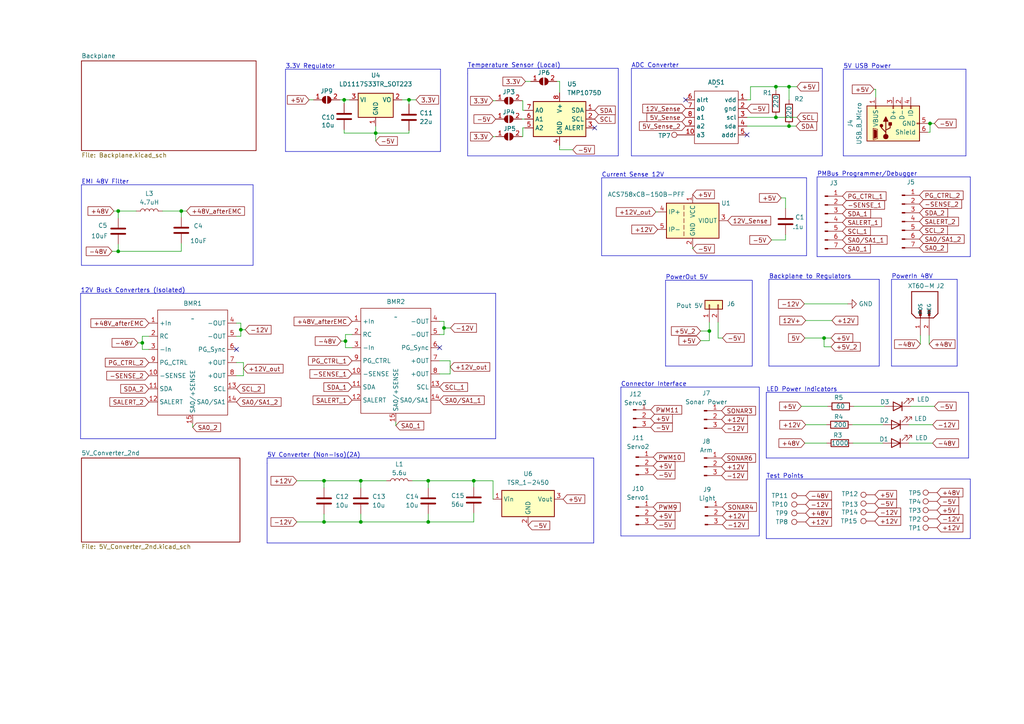
<source format=kicad_sch>
(kicad_sch (version 20230121) (generator eeschema)

  (uuid edafbba2-a435-43f4-b562-0d9c3591042d)

  (paper "A4")

  (lib_symbols
    (symbol "Adafruit:ADS1115" (in_bom yes) (on_board yes)
      (property "Reference" "ADS1" (at 0 10.16 0)
        (effects (font (size 1.27 1.27)))
      )
      (property "Value" "~" (at 0 8.89 0)
        (effects (font (size 1.27 1.27)))
      )
      (property "Footprint" "Adafruit:ADS1115_2" (at 0 8.89 0)
        (effects (font (size 1.27 1.27)) hide)
      )
      (property "Datasheet" "https://www.digikey.com/en/products/detail/adafruit-industries-llc/1085/5761229" (at 0 8.89 0)
        (effects (font (size 1.27 1.27)) hide)
      )
      (symbol "ADS1115_0_1"
        (rectangle (start -6.35 7.62) (end 6.35 -7.62)
          (stroke (width 0) (type default))
          (fill (type none))
        )
      )
      (symbol "ADS1115_1_1"
        (pin input line (at 8.89 5.08 180) (length 2.54)
          (name "vdd" (effects (font (size 1.27 1.27))))
          (number "1" (effects (font (size 1.27 1.27))))
        )
        (pin input line (at -8.89 -5.08 0) (length 2.54)
          (name "a3" (effects (font (size 1.27 1.27))))
          (number "10" (effects (font (size 1.27 1.27))))
        )
        (pin input line (at 8.89 2.54 180) (length 2.54)
          (name "gnd" (effects (font (size 1.27 1.27))))
          (number "2" (effects (font (size 1.27 1.27))))
        )
        (pin input line (at 8.89 0 180) (length 2.54)
          (name "scl" (effects (font (size 1.27 1.27))))
          (number "3" (effects (font (size 1.27 1.27))))
        )
        (pin input line (at 8.89 -2.54 180) (length 2.54)
          (name "sda" (effects (font (size 1.27 1.27))))
          (number "4" (effects (font (size 1.27 1.27))))
        )
        (pin input line (at 8.89 -5.08 180) (length 2.54)
          (name "addr" (effects (font (size 1.27 1.27))))
          (number "5" (effects (font (size 1.27 1.27))))
        )
        (pin input line (at -8.89 5.08 0) (length 2.54)
          (name "alrt" (effects (font (size 1.27 1.27))))
          (number "6" (effects (font (size 1.27 1.27))))
        )
        (pin input line (at -8.89 2.54 0) (length 2.54)
          (name "a0" (effects (font (size 1.27 1.27))))
          (number "7" (effects (font (size 1.27 1.27))))
        )
        (pin input line (at -8.89 0 0) (length 2.54)
          (name "a1" (effects (font (size 1.27 1.27))))
          (number "8" (effects (font (size 1.27 1.27))))
        )
        (pin input line (at -8.89 -2.54 0) (length 2.54)
          (name "a2" (effects (font (size 1.27 1.27))))
          (number "9" (effects (font (size 1.27 1.27))))
        )
      )
    )
    (symbol "BMR:BMR491" (in_bom yes) (on_board yes)
      (property "Reference" "BMR491" (at 0 3.81 0)
        (effects (font (size 1.27 1.27)))
      )
      (property "Value" "" (at 0 0 0)
        (effects (font (size 1.27 1.27)))
      )
      (property "Footprint" "" (at 0 0 0)
        (effects (font (size 1.27 1.27)) hide)
      )
      (property "Datasheet" "" (at 0 0 0)
        (effects (font (size 1.27 1.27)) hide)
      )
      (symbol "BMR491_0_1"
        (rectangle (start -10.16 2.54) (end 10.16 -27.94)
          (stroke (width 0) (type default))
          (fill (type none))
        )
      )
      (symbol "BMR491_1_1"
        (pin input line (at -12.7 -1.27 0) (length 2.54)
          (name "+In" (effects (font (size 1.27 1.27))))
          (number "1" (effects (font (size 1.27 1.27))))
        )
        (pin input line (at -12.7 -16.51 0) (length 2.54)
          (name "-SENSE" (effects (font (size 1.27 1.27))))
          (number "10" (effects (font (size 1.27 1.27))))
        )
        (pin input line (at -12.7 -20.32 0) (length 2.54)
          (name "SDA" (effects (font (size 1.27 1.27))))
          (number "11" (effects (font (size 1.27 1.27))))
        )
        (pin input line (at -12.7 -24.13 0) (length 2.54)
          (name "SALERT" (effects (font (size 1.27 1.27))))
          (number "12" (effects (font (size 1.27 1.27))))
        )
        (pin input line (at 12.7 -20.32 180) (length 2.54)
          (name "SCL" (effects (font (size 1.27 1.27))))
          (number "13" (effects (font (size 1.27 1.27))))
        )
        (pin input line (at 12.7 -24.13 180) (length 2.54)
          (name "SA0/SA1" (effects (font (size 1.27 1.27))))
          (number "14" (effects (font (size 1.27 1.27))))
        )
        (pin input line (at 0 -30.48 90) (length 2.54)
          (name "SA0/+SENSE" (effects (font (size 1.27 1.27))))
          (number "15" (effects (font (size 1.27 1.27))))
        )
        (pin input line (at -12.7 -5.08 0) (length 2.54)
          (name "RC" (effects (font (size 1.27 1.27))))
          (number "2" (effects (font (size 1.27 1.27))))
        )
        (pin input line (at -12.7 -8.89 0) (length 2.54)
          (name "-In" (effects (font (size 1.27 1.27))))
          (number "3" (effects (font (size 1.27 1.27))))
        )
        (pin input line (at 12.7 -1.27 180) (length 2.54)
          (name "-OUT" (effects (font (size 1.27 1.27))))
          (number "4" (effects (font (size 1.27 1.27))))
        )
        (pin input line (at 12.7 -5.08 180) (length 2.54)
          (name "-OUT" (effects (font (size 1.27 1.27))))
          (number "5" (effects (font (size 1.27 1.27))))
        )
        (pin input line (at 12.7 -8.89 180) (length 2.54)
          (name "PG_Sync" (effects (font (size 1.27 1.27))))
          (number "6" (effects (font (size 1.27 1.27))))
        )
        (pin input line (at 12.7 -12.7 180) (length 2.54)
          (name "+OUT" (effects (font (size 1.27 1.27))))
          (number "7" (effects (font (size 1.27 1.27))))
        )
        (pin input line (at 12.7 -16.51 180) (length 2.54)
          (name "+OUT" (effects (font (size 1.27 1.27))))
          (number "8" (effects (font (size 1.27 1.27))))
        )
        (pin input line (at -12.7 -12.7 0) (length 2.54)
          (name "PG_CTRL" (effects (font (size 1.27 1.27))))
          (number "9" (effects (font (size 1.27 1.27))))
        )
      )
    )
    (symbol "Connector:Conn_01x03_Pin" (pin_names (offset 1.016) hide) (in_bom yes) (on_board yes)
      (property "Reference" "J" (at 0 5.08 0)
        (effects (font (size 1.27 1.27)))
      )
      (property "Value" "Conn_01x03_Pin" (at 0 -5.08 0)
        (effects (font (size 1.27 1.27)))
      )
      (property "Footprint" "" (at 0 0 0)
        (effects (font (size 1.27 1.27)) hide)
      )
      (property "Datasheet" "~" (at 0 0 0)
        (effects (font (size 1.27 1.27)) hide)
      )
      (property "ki_locked" "" (at 0 0 0)
        (effects (font (size 1.27 1.27)))
      )
      (property "ki_keywords" "connector" (at 0 0 0)
        (effects (font (size 1.27 1.27)) hide)
      )
      (property "ki_description" "Generic connector, single row, 01x03, script generated" (at 0 0 0)
        (effects (font (size 1.27 1.27)) hide)
      )
      (property "ki_fp_filters" "Connector*:*_1x??_*" (at 0 0 0)
        (effects (font (size 1.27 1.27)) hide)
      )
      (symbol "Conn_01x03_Pin_1_1"
        (polyline
          (pts
            (xy 1.27 -2.54)
            (xy 0.8636 -2.54)
          )
          (stroke (width 0.1524) (type default))
          (fill (type none))
        )
        (polyline
          (pts
            (xy 1.27 0)
            (xy 0.8636 0)
          )
          (stroke (width 0.1524) (type default))
          (fill (type none))
        )
        (polyline
          (pts
            (xy 1.27 2.54)
            (xy 0.8636 2.54)
          )
          (stroke (width 0.1524) (type default))
          (fill (type none))
        )
        (rectangle (start 0.8636 -2.413) (end 0 -2.667)
          (stroke (width 0.1524) (type default))
          (fill (type outline))
        )
        (rectangle (start 0.8636 0.127) (end 0 -0.127)
          (stroke (width 0.1524) (type default))
          (fill (type outline))
        )
        (rectangle (start 0.8636 2.667) (end 0 2.413)
          (stroke (width 0.1524) (type default))
          (fill (type outline))
        )
        (pin passive line (at 5.08 2.54 180) (length 3.81)
          (name "Pin_1" (effects (font (size 1.27 1.27))))
          (number "1" (effects (font (size 1.27 1.27))))
        )
        (pin passive line (at 5.08 0 180) (length 3.81)
          (name "Pin_2" (effects (font (size 1.27 1.27))))
          (number "2" (effects (font (size 1.27 1.27))))
        )
        (pin passive line (at 5.08 -2.54 180) (length 3.81)
          (name "Pin_3" (effects (font (size 1.27 1.27))))
          (number "3" (effects (font (size 1.27 1.27))))
        )
      )
    )
    (symbol "Connector:Conn_01x07_Pin" (pin_names (offset 1.016) hide) (in_bom yes) (on_board yes)
      (property "Reference" "J" (at 0 10.16 0)
        (effects (font (size 1.27 1.27)))
      )
      (property "Value" "Conn_01x07_Pin" (at 0 -10.16 0)
        (effects (font (size 1.27 1.27)))
      )
      (property "Footprint" "" (at 0 0 0)
        (effects (font (size 1.27 1.27)) hide)
      )
      (property "Datasheet" "~" (at 0 0 0)
        (effects (font (size 1.27 1.27)) hide)
      )
      (property "ki_locked" "" (at 0 0 0)
        (effects (font (size 1.27 1.27)))
      )
      (property "ki_keywords" "connector" (at 0 0 0)
        (effects (font (size 1.27 1.27)) hide)
      )
      (property "ki_description" "Generic connector, single row, 01x07, script generated" (at 0 0 0)
        (effects (font (size 1.27 1.27)) hide)
      )
      (property "ki_fp_filters" "Connector*:*_1x??_*" (at 0 0 0)
        (effects (font (size 1.27 1.27)) hide)
      )
      (symbol "Conn_01x07_Pin_1_1"
        (polyline
          (pts
            (xy 1.27 -7.62)
            (xy 0.8636 -7.62)
          )
          (stroke (width 0.1524) (type default))
          (fill (type none))
        )
        (polyline
          (pts
            (xy 1.27 -5.08)
            (xy 0.8636 -5.08)
          )
          (stroke (width 0.1524) (type default))
          (fill (type none))
        )
        (polyline
          (pts
            (xy 1.27 -2.54)
            (xy 0.8636 -2.54)
          )
          (stroke (width 0.1524) (type default))
          (fill (type none))
        )
        (polyline
          (pts
            (xy 1.27 0)
            (xy 0.8636 0)
          )
          (stroke (width 0.1524) (type default))
          (fill (type none))
        )
        (polyline
          (pts
            (xy 1.27 2.54)
            (xy 0.8636 2.54)
          )
          (stroke (width 0.1524) (type default))
          (fill (type none))
        )
        (polyline
          (pts
            (xy 1.27 5.08)
            (xy 0.8636 5.08)
          )
          (stroke (width 0.1524) (type default))
          (fill (type none))
        )
        (polyline
          (pts
            (xy 1.27 7.62)
            (xy 0.8636 7.62)
          )
          (stroke (width 0.1524) (type default))
          (fill (type none))
        )
        (rectangle (start 0.8636 -7.493) (end 0 -7.747)
          (stroke (width 0.1524) (type default))
          (fill (type outline))
        )
        (rectangle (start 0.8636 -4.953) (end 0 -5.207)
          (stroke (width 0.1524) (type default))
          (fill (type outline))
        )
        (rectangle (start 0.8636 -2.413) (end 0 -2.667)
          (stroke (width 0.1524) (type default))
          (fill (type outline))
        )
        (rectangle (start 0.8636 0.127) (end 0 -0.127)
          (stroke (width 0.1524) (type default))
          (fill (type outline))
        )
        (rectangle (start 0.8636 2.667) (end 0 2.413)
          (stroke (width 0.1524) (type default))
          (fill (type outline))
        )
        (rectangle (start 0.8636 5.207) (end 0 4.953)
          (stroke (width 0.1524) (type default))
          (fill (type outline))
        )
        (rectangle (start 0.8636 7.747) (end 0 7.493)
          (stroke (width 0.1524) (type default))
          (fill (type outline))
        )
        (pin passive line (at 5.08 7.62 180) (length 3.81)
          (name "Pin_1" (effects (font (size 1.27 1.27))))
          (number "1" (effects (font (size 1.27 1.27))))
        )
        (pin passive line (at 5.08 5.08 180) (length 3.81)
          (name "Pin_2" (effects (font (size 1.27 1.27))))
          (number "2" (effects (font (size 1.27 1.27))))
        )
        (pin passive line (at 5.08 2.54 180) (length 3.81)
          (name "Pin_3" (effects (font (size 1.27 1.27))))
          (number "3" (effects (font (size 1.27 1.27))))
        )
        (pin passive line (at 5.08 0 180) (length 3.81)
          (name "Pin_4" (effects (font (size 1.27 1.27))))
          (number "4" (effects (font (size 1.27 1.27))))
        )
        (pin passive line (at 5.08 -2.54 180) (length 3.81)
          (name "Pin_5" (effects (font (size 1.27 1.27))))
          (number "5" (effects (font (size 1.27 1.27))))
        )
        (pin passive line (at 5.08 -5.08 180) (length 3.81)
          (name "Pin_6" (effects (font (size 1.27 1.27))))
          (number "6" (effects (font (size 1.27 1.27))))
        )
        (pin passive line (at 5.08 -7.62 180) (length 3.81)
          (name "Pin_7" (effects (font (size 1.27 1.27))))
          (number "7" (effects (font (size 1.27 1.27))))
        )
      )
    )
    (symbol "Connector:TestPoint" (pin_numbers hide) (pin_names (offset 0.762) hide) (in_bom yes) (on_board yes)
      (property "Reference" "TP" (at 0 6.858 0)
        (effects (font (size 1.27 1.27)))
      )
      (property "Value" "TestPoint" (at 0 5.08 0)
        (effects (font (size 1.27 1.27)))
      )
      (property "Footprint" "" (at 5.08 0 0)
        (effects (font (size 1.27 1.27)) hide)
      )
      (property "Datasheet" "~" (at 5.08 0 0)
        (effects (font (size 1.27 1.27)) hide)
      )
      (property "ki_keywords" "test point tp" (at 0 0 0)
        (effects (font (size 1.27 1.27)) hide)
      )
      (property "ki_description" "test point" (at 0 0 0)
        (effects (font (size 1.27 1.27)) hide)
      )
      (property "ki_fp_filters" "Pin* Test*" (at 0 0 0)
        (effects (font (size 1.27 1.27)) hide)
      )
      (symbol "TestPoint_0_1"
        (circle (center 0 3.302) (radius 0.762)
          (stroke (width 0) (type default))
          (fill (type none))
        )
      )
      (symbol "TestPoint_1_1"
        (pin passive line (at 0 0 90) (length 2.54)
          (name "1" (effects (font (size 1.27 1.27))))
          (number "1" (effects (font (size 1.27 1.27))))
        )
      )
    )
    (symbol "Connector:USB_B_Micro" (pin_names (offset 1.016)) (in_bom yes) (on_board yes)
      (property "Reference" "J" (at -5.08 11.43 0)
        (effects (font (size 1.27 1.27)) (justify left))
      )
      (property "Value" "USB_B_Micro" (at -5.08 8.89 0)
        (effects (font (size 1.27 1.27)) (justify left))
      )
      (property "Footprint" "" (at 3.81 -1.27 0)
        (effects (font (size 1.27 1.27)) hide)
      )
      (property "Datasheet" "~" (at 3.81 -1.27 0)
        (effects (font (size 1.27 1.27)) hide)
      )
      (property "ki_keywords" "connector USB micro" (at 0 0 0)
        (effects (font (size 1.27 1.27)) hide)
      )
      (property "ki_description" "USB Micro Type B connector" (at 0 0 0)
        (effects (font (size 1.27 1.27)) hide)
      )
      (property "ki_fp_filters" "USB*" (at 0 0 0)
        (effects (font (size 1.27 1.27)) hide)
      )
      (symbol "USB_B_Micro_0_1"
        (rectangle (start -5.08 -7.62) (end 5.08 7.62)
          (stroke (width 0.254) (type default))
          (fill (type background))
        )
        (circle (center -3.81 2.159) (radius 0.635)
          (stroke (width 0.254) (type default))
          (fill (type outline))
        )
        (circle (center -0.635 3.429) (radius 0.381)
          (stroke (width 0.254) (type default))
          (fill (type outline))
        )
        (rectangle (start -0.127 -7.62) (end 0.127 -6.858)
          (stroke (width 0) (type default))
          (fill (type none))
        )
        (polyline
          (pts
            (xy -1.905 2.159)
            (xy 0.635 2.159)
          )
          (stroke (width 0.254) (type default))
          (fill (type none))
        )
        (polyline
          (pts
            (xy -3.175 2.159)
            (xy -2.54 2.159)
            (xy -1.27 3.429)
            (xy -0.635 3.429)
          )
          (stroke (width 0.254) (type default))
          (fill (type none))
        )
        (polyline
          (pts
            (xy -2.54 2.159)
            (xy -1.905 2.159)
            (xy -1.27 0.889)
            (xy 0 0.889)
          )
          (stroke (width 0.254) (type default))
          (fill (type none))
        )
        (polyline
          (pts
            (xy 0.635 2.794)
            (xy 0.635 1.524)
            (xy 1.905 2.159)
            (xy 0.635 2.794)
          )
          (stroke (width 0.254) (type default))
          (fill (type outline))
        )
        (polyline
          (pts
            (xy -4.318 5.588)
            (xy -1.778 5.588)
            (xy -2.032 4.826)
            (xy -4.064 4.826)
            (xy -4.318 5.588)
          )
          (stroke (width 0) (type default))
          (fill (type outline))
        )
        (polyline
          (pts
            (xy -4.699 5.842)
            (xy -4.699 5.588)
            (xy -4.445 4.826)
            (xy -4.445 4.572)
            (xy -1.651 4.572)
            (xy -1.651 4.826)
            (xy -1.397 5.588)
            (xy -1.397 5.842)
            (xy -4.699 5.842)
          )
          (stroke (width 0) (type default))
          (fill (type none))
        )
        (rectangle (start 0.254 1.27) (end -0.508 0.508)
          (stroke (width 0.254) (type default))
          (fill (type outline))
        )
        (rectangle (start 5.08 -5.207) (end 4.318 -4.953)
          (stroke (width 0) (type default))
          (fill (type none))
        )
        (rectangle (start 5.08 -2.667) (end 4.318 -2.413)
          (stroke (width 0) (type default))
          (fill (type none))
        )
        (rectangle (start 5.08 -0.127) (end 4.318 0.127)
          (stroke (width 0) (type default))
          (fill (type none))
        )
        (rectangle (start 5.08 4.953) (end 4.318 5.207)
          (stroke (width 0) (type default))
          (fill (type none))
        )
      )
      (symbol "USB_B_Micro_1_1"
        (pin power_out line (at 7.62 5.08 180) (length 2.54)
          (name "VBUS" (effects (font (size 1.27 1.27))))
          (number "1" (effects (font (size 1.27 1.27))))
        )
        (pin bidirectional line (at 7.62 -2.54 180) (length 2.54)
          (name "D-" (effects (font (size 1.27 1.27))))
          (number "2" (effects (font (size 1.27 1.27))))
        )
        (pin bidirectional line (at 7.62 0 180) (length 2.54)
          (name "D+" (effects (font (size 1.27 1.27))))
          (number "3" (effects (font (size 1.27 1.27))))
        )
        (pin passive line (at 7.62 -5.08 180) (length 2.54)
          (name "ID" (effects (font (size 1.27 1.27))))
          (number "4" (effects (font (size 1.27 1.27))))
        )
        (pin power_out line (at 0 -10.16 90) (length 2.54)
          (name "GND" (effects (font (size 1.27 1.27))))
          (number "5" (effects (font (size 1.27 1.27))))
        )
        (pin passive line (at -2.54 -10.16 90) (length 2.54)
          (name "Shield" (effects (font (size 1.27 1.27))))
          (number "6" (effects (font (size 1.27 1.27))))
        )
      )
    )
    (symbol "Connector_Generic:Conn_01x02" (pin_names (offset 1.016) hide) (in_bom yes) (on_board yes)
      (property "Reference" "J" (at 0 2.54 0)
        (effects (font (size 1.27 1.27)))
      )
      (property "Value" "Conn_01x02" (at 0 -5.08 0)
        (effects (font (size 1.27 1.27)))
      )
      (property "Footprint" "" (at 0 0 0)
        (effects (font (size 1.27 1.27)) hide)
      )
      (property "Datasheet" "~" (at 0 0 0)
        (effects (font (size 1.27 1.27)) hide)
      )
      (property "ki_keywords" "connector" (at 0 0 0)
        (effects (font (size 1.27 1.27)) hide)
      )
      (property "ki_description" "Generic connector, single row, 01x02, script generated (kicad-library-utils/schlib/autogen/connector/)" (at 0 0 0)
        (effects (font (size 1.27 1.27)) hide)
      )
      (property "ki_fp_filters" "Connector*:*_1x??_*" (at 0 0 0)
        (effects (font (size 1.27 1.27)) hide)
      )
      (symbol "Conn_01x02_1_1"
        (rectangle (start -1.27 -2.413) (end 0 -2.667)
          (stroke (width 0.1524) (type default))
          (fill (type none))
        )
        (rectangle (start -1.27 0.127) (end 0 -0.127)
          (stroke (width 0.1524) (type default))
          (fill (type none))
        )
        (rectangle (start -1.27 1.27) (end 1.27 -3.81)
          (stroke (width 0.254) (type default))
          (fill (type background))
        )
        (pin passive line (at -5.08 0 0) (length 3.81)
          (name "Pin_1" (effects (font (size 1.27 1.27))))
          (number "1" (effects (font (size 1.27 1.27))))
        )
        (pin passive line (at -5.08 -2.54 0) (length 3.81)
          (name "Pin_2" (effects (font (size 1.27 1.27))))
          (number "2" (effects (font (size 1.27 1.27))))
        )
      )
    )
    (symbol "Device:C" (pin_numbers hide) (pin_names (offset 0.254)) (in_bom yes) (on_board yes)
      (property "Reference" "C" (at 0.635 2.54 0)
        (effects (font (size 1.27 1.27)) (justify left))
      )
      (property "Value" "C" (at 0.635 -2.54 0)
        (effects (font (size 1.27 1.27)) (justify left))
      )
      (property "Footprint" "" (at 0.9652 -3.81 0)
        (effects (font (size 1.27 1.27)) hide)
      )
      (property "Datasheet" "~" (at 0 0 0)
        (effects (font (size 1.27 1.27)) hide)
      )
      (property "ki_keywords" "cap capacitor" (at 0 0 0)
        (effects (font (size 1.27 1.27)) hide)
      )
      (property "ki_description" "Unpolarized capacitor" (at 0 0 0)
        (effects (font (size 1.27 1.27)) hide)
      )
      (property "ki_fp_filters" "C_*" (at 0 0 0)
        (effects (font (size 1.27 1.27)) hide)
      )
      (symbol "C_0_1"
        (polyline
          (pts
            (xy -2.032 -0.762)
            (xy 2.032 -0.762)
          )
          (stroke (width 0.508) (type default))
          (fill (type none))
        )
        (polyline
          (pts
            (xy -2.032 0.762)
            (xy 2.032 0.762)
          )
          (stroke (width 0.508) (type default))
          (fill (type none))
        )
      )
      (symbol "C_1_1"
        (pin passive line (at 0 3.81 270) (length 2.794)
          (name "~" (effects (font (size 1.27 1.27))))
          (number "1" (effects (font (size 1.27 1.27))))
        )
        (pin passive line (at 0 -3.81 90) (length 2.794)
          (name "~" (effects (font (size 1.27 1.27))))
          (number "2" (effects (font (size 1.27 1.27))))
        )
      )
    )
    (symbol "Device:L" (pin_numbers hide) (pin_names (offset 1.016) hide) (in_bom yes) (on_board yes)
      (property "Reference" "L" (at -1.27 0 90)
        (effects (font (size 1.27 1.27)))
      )
      (property "Value" "L" (at 1.905 0 90)
        (effects (font (size 1.27 1.27)))
      )
      (property "Footprint" "" (at 0 0 0)
        (effects (font (size 1.27 1.27)) hide)
      )
      (property "Datasheet" "~" (at 0 0 0)
        (effects (font (size 1.27 1.27)) hide)
      )
      (property "ki_keywords" "inductor choke coil reactor magnetic" (at 0 0 0)
        (effects (font (size 1.27 1.27)) hide)
      )
      (property "ki_description" "Inductor" (at 0 0 0)
        (effects (font (size 1.27 1.27)) hide)
      )
      (property "ki_fp_filters" "Choke_* *Coil* Inductor_* L_*" (at 0 0 0)
        (effects (font (size 1.27 1.27)) hide)
      )
      (symbol "L_0_1"
        (arc (start 0 -2.54) (mid 0.6323 -1.905) (end 0 -1.27)
          (stroke (width 0) (type default))
          (fill (type none))
        )
        (arc (start 0 -1.27) (mid 0.6323 -0.635) (end 0 0)
          (stroke (width 0) (type default))
          (fill (type none))
        )
        (arc (start 0 0) (mid 0.6323 0.635) (end 0 1.27)
          (stroke (width 0) (type default))
          (fill (type none))
        )
        (arc (start 0 1.27) (mid 0.6323 1.905) (end 0 2.54)
          (stroke (width 0) (type default))
          (fill (type none))
        )
      )
      (symbol "L_1_1"
        (pin passive line (at 0 3.81 270) (length 1.27)
          (name "1" (effects (font (size 1.27 1.27))))
          (number "1" (effects (font (size 1.27 1.27))))
        )
        (pin passive line (at 0 -3.81 90) (length 1.27)
          (name "2" (effects (font (size 1.27 1.27))))
          (number "2" (effects (font (size 1.27 1.27))))
        )
      )
    )
    (symbol "Device:LED" (pin_numbers hide) (pin_names (offset 1.016) hide) (in_bom yes) (on_board yes)
      (property "Reference" "D" (at 0 2.54 0)
        (effects (font (size 1.27 1.27)))
      )
      (property "Value" "LED" (at 0 -2.54 0)
        (effects (font (size 1.27 1.27)))
      )
      (property "Footprint" "" (at 0 0 0)
        (effects (font (size 1.27 1.27)) hide)
      )
      (property "Datasheet" "~" (at 0 0 0)
        (effects (font (size 1.27 1.27)) hide)
      )
      (property "ki_keywords" "LED diode" (at 0 0 0)
        (effects (font (size 1.27 1.27)) hide)
      )
      (property "ki_description" "Light emitting diode" (at 0 0 0)
        (effects (font (size 1.27 1.27)) hide)
      )
      (property "ki_fp_filters" "LED* LED_SMD:* LED_THT:*" (at 0 0 0)
        (effects (font (size 1.27 1.27)) hide)
      )
      (symbol "LED_0_1"
        (polyline
          (pts
            (xy -1.27 -1.27)
            (xy -1.27 1.27)
          )
          (stroke (width 0.254) (type default))
          (fill (type none))
        )
        (polyline
          (pts
            (xy -1.27 0)
            (xy 1.27 0)
          )
          (stroke (width 0) (type default))
          (fill (type none))
        )
        (polyline
          (pts
            (xy 1.27 -1.27)
            (xy 1.27 1.27)
            (xy -1.27 0)
            (xy 1.27 -1.27)
          )
          (stroke (width 0.254) (type default))
          (fill (type none))
        )
        (polyline
          (pts
            (xy -3.048 -0.762)
            (xy -4.572 -2.286)
            (xy -3.81 -2.286)
            (xy -4.572 -2.286)
            (xy -4.572 -1.524)
          )
          (stroke (width 0) (type default))
          (fill (type none))
        )
        (polyline
          (pts
            (xy -1.778 -0.762)
            (xy -3.302 -2.286)
            (xy -2.54 -2.286)
            (xy -3.302 -2.286)
            (xy -3.302 -1.524)
          )
          (stroke (width 0) (type default))
          (fill (type none))
        )
      )
      (symbol "LED_1_1"
        (pin passive line (at -3.81 0 0) (length 2.54)
          (name "K" (effects (font (size 1.27 1.27))))
          (number "1" (effects (font (size 1.27 1.27))))
        )
        (pin passive line (at 3.81 0 180) (length 2.54)
          (name "A" (effects (font (size 1.27 1.27))))
          (number "2" (effects (font (size 1.27 1.27))))
        )
      )
    )
    (symbol "Device:R" (pin_numbers hide) (pin_names (offset 0)) (in_bom yes) (on_board yes)
      (property "Reference" "R" (at 2.032 0 90)
        (effects (font (size 1.27 1.27)))
      )
      (property "Value" "R" (at 0 0 90)
        (effects (font (size 1.27 1.27)))
      )
      (property "Footprint" "" (at -1.778 0 90)
        (effects (font (size 1.27 1.27)) hide)
      )
      (property "Datasheet" "~" (at 0 0 0)
        (effects (font (size 1.27 1.27)) hide)
      )
      (property "ki_keywords" "R res resistor" (at 0 0 0)
        (effects (font (size 1.27 1.27)) hide)
      )
      (property "ki_description" "Resistor" (at 0 0 0)
        (effects (font (size 1.27 1.27)) hide)
      )
      (property "ki_fp_filters" "R_*" (at 0 0 0)
        (effects (font (size 1.27 1.27)) hide)
      )
      (symbol "R_0_1"
        (rectangle (start -1.016 -2.54) (end 1.016 2.54)
          (stroke (width 0.254) (type default))
          (fill (type none))
        )
      )
      (symbol "R_1_1"
        (pin passive line (at 0 3.81 270) (length 1.27)
          (name "~" (effects (font (size 1.27 1.27))))
          (number "1" (effects (font (size 1.27 1.27))))
        )
        (pin passive line (at 0 -3.81 90) (length 1.27)
          (name "~" (effects (font (size 1.27 1.27))))
          (number "2" (effects (font (size 1.27 1.27))))
        )
      )
    )
    (symbol "Jumper:SolderJumper_2_Open" (pin_names (offset 0) hide) (in_bom yes) (on_board yes)
      (property "Reference" "JP" (at 0 2.032 0)
        (effects (font (size 1.27 1.27)))
      )
      (property "Value" "SolderJumper_2_Open" (at 0 -2.54 0)
        (effects (font (size 1.27 1.27)))
      )
      (property "Footprint" "" (at 0 0 0)
        (effects (font (size 1.27 1.27)) hide)
      )
      (property "Datasheet" "~" (at 0 0 0)
        (effects (font (size 1.27 1.27)) hide)
      )
      (property "ki_keywords" "solder jumper SPST" (at 0 0 0)
        (effects (font (size 1.27 1.27)) hide)
      )
      (property "ki_description" "Solder Jumper, 2-pole, open" (at 0 0 0)
        (effects (font (size 1.27 1.27)) hide)
      )
      (property "ki_fp_filters" "SolderJumper*Open*" (at 0 0 0)
        (effects (font (size 1.27 1.27)) hide)
      )
      (symbol "SolderJumper_2_Open_0_1"
        (arc (start -0.254 1.016) (mid -1.2656 0) (end -0.254 -1.016)
          (stroke (width 0) (type default))
          (fill (type none))
        )
        (arc (start -0.254 1.016) (mid -1.2656 0) (end -0.254 -1.016)
          (stroke (width 0) (type default))
          (fill (type outline))
        )
        (polyline
          (pts
            (xy -0.254 1.016)
            (xy -0.254 -1.016)
          )
          (stroke (width 0) (type default))
          (fill (type none))
        )
        (polyline
          (pts
            (xy 0.254 1.016)
            (xy 0.254 -1.016)
          )
          (stroke (width 0) (type default))
          (fill (type none))
        )
        (arc (start 0.254 -1.016) (mid 1.2656 0) (end 0.254 1.016)
          (stroke (width 0) (type default))
          (fill (type none))
        )
        (arc (start 0.254 -1.016) (mid 1.2656 0) (end 0.254 1.016)
          (stroke (width 0) (type default))
          (fill (type outline))
        )
      )
      (symbol "SolderJumper_2_Open_1_1"
        (pin passive line (at -3.81 0 0) (length 2.54)
          (name "A" (effects (font (size 1.27 1.27))))
          (number "1" (effects (font (size 1.27 1.27))))
        )
        (pin passive line (at 3.81 0 180) (length 2.54)
          (name "B" (effects (font (size 1.27 1.27))))
          (number "2" (effects (font (size 1.27 1.27))))
        )
      )
    )
    (symbol "Regulator_Linear:LD1117S33TR_SOT223" (in_bom yes) (on_board yes)
      (property "Reference" "U" (at -3.81 3.175 0)
        (effects (font (size 1.27 1.27)))
      )
      (property "Value" "LD1117S33TR_SOT223" (at 0 3.175 0)
        (effects (font (size 1.27 1.27)) (justify left))
      )
      (property "Footprint" "Package_TO_SOT_SMD:SOT-223-3_TabPin2" (at 0 5.08 0)
        (effects (font (size 1.27 1.27)) hide)
      )
      (property "Datasheet" "http://www.st.com/st-web-ui/static/active/en/resource/technical/document/datasheet/CD00000544.pdf" (at 2.54 -6.35 0)
        (effects (font (size 1.27 1.27)) hide)
      )
      (property "ki_keywords" "REGULATOR LDO 3.3V" (at 0 0 0)
        (effects (font (size 1.27 1.27)) hide)
      )
      (property "ki_description" "800mA Fixed Low Drop Positive Voltage Regulator, Fixed Output 3.3V, SOT-223" (at 0 0 0)
        (effects (font (size 1.27 1.27)) hide)
      )
      (property "ki_fp_filters" "SOT?223*TabPin2*" (at 0 0 0)
        (effects (font (size 1.27 1.27)) hide)
      )
      (symbol "LD1117S33TR_SOT223_0_1"
        (rectangle (start -5.08 -5.08) (end 5.08 1.905)
          (stroke (width 0.254) (type default))
          (fill (type background))
        )
      )
      (symbol "LD1117S33TR_SOT223_1_1"
        (pin power_in line (at 0 -7.62 90) (length 2.54)
          (name "GND" (effects (font (size 1.27 1.27))))
          (number "1" (effects (font (size 1.27 1.27))))
        )
        (pin power_out line (at 7.62 0 180) (length 2.54)
          (name "VO" (effects (font (size 1.27 1.27))))
          (number "2" (effects (font (size 1.27 1.27))))
        )
        (pin power_in line (at -7.62 0 0) (length 2.54)
          (name "VI" (effects (font (size 1.27 1.27))))
          (number "3" (effects (font (size 1.27 1.27))))
        )
      )
    )
    (symbol "Regulator_Switching:TSR_1-2450" (in_bom yes) (on_board yes)
      (property "Reference" "U" (at -7.62 6.35 0)
        (effects (font (size 1.27 1.27)) (justify left))
      )
      (property "Value" "TSR_1-2450" (at -1.27 6.35 0)
        (effects (font (size 1.27 1.27)) (justify left))
      )
      (property "Footprint" "Converter_DCDC:Converter_DCDC_TRACO_TSR-1_THT" (at 0 -3.81 0)
        (effects (font (size 1.27 1.27) italic) (justify left) hide)
      )
      (property "Datasheet" "http://www.tracopower.com/products/tsr1.pdf" (at 0 0 0)
        (effects (font (size 1.27 1.27)) hide)
      )
      (property "ki_keywords" "dc-dc traco buck" (at 0 0 0)
        (effects (font (size 1.27 1.27)) hide)
      )
      (property "ki_description" "1A step-down regulator module, fixed 5V output voltage, 5-36V input voltage, -40°C to +85°C temperature range, TO-220 compatible LM78xx replacement" (at 0 0 0)
        (effects (font (size 1.27 1.27)) hide)
      )
      (property "ki_fp_filters" "Converter*DCDC*TRACO*TSR?1*" (at 0 0 0)
        (effects (font (size 1.27 1.27)) hide)
      )
      (symbol "TSR_1-2450_0_1"
        (rectangle (start -7.62 5.08) (end 7.62 -2.54)
          (stroke (width 0.254) (type default))
          (fill (type background))
        )
      )
      (symbol "TSR_1-2450_1_1"
        (pin power_in line (at -10.16 2.54 0) (length 2.54)
          (name "Vin" (effects (font (size 1.27 1.27))))
          (number "1" (effects (font (size 1.27 1.27))))
        )
        (pin power_in line (at 0 -5.08 90) (length 2.54)
          (name "GND" (effects (font (size 1.27 1.27))))
          (number "2" (effects (font (size 1.27 1.27))))
        )
        (pin power_out line (at 10.16 2.54 180) (length 2.54)
          (name "Vout" (effects (font (size 1.27 1.27))))
          (number "3" (effects (font (size 1.27 1.27))))
        )
      )
    )
    (symbol "Sensor_Current:ACS758xCB-150B-PFF" (in_bom yes) (on_board yes)
      (property "Reference" "U" (at -7.62 6.35 0)
        (effects (font (size 1.27 1.27)) (justify left))
      )
      (property "Value" "ACS758xCB-150B-PFF" (at 2.54 6.35 0)
        (effects (font (size 1.27 1.27)) (justify left))
      )
      (property "Footprint" "Sensor_Current:Allegro_CB_PFF" (at 0 0 0)
        (effects (font (size 1.27 1.27)) hide)
      )
      (property "Datasheet" "http://www.allegromicro.com/~/media/Files/Datasheets/ACS758-Datasheet.ashx?la=en" (at 0 0 0)
        (effects (font (size 1.27 1.27)) hide)
      )
      (property "ki_keywords" "hall effect current monitor sensor isolated" (at 0 0 0)
        (effects (font (size 1.27 1.27)) hide)
      )
      (property "ki_description" "±150A Bidirectional Hall-Effect Current Sensor, +5.0V supply, 13.3mV/A, CB-5 PFF" (at 0 0 0)
        (effects (font (size 1.27 1.27)) hide)
      )
      (property "ki_fp_filters" "Allegro*CB*PFF*" (at 0 0 0)
        (effects (font (size 1.27 1.27)) hide)
      )
      (symbol "ACS758xCB-150B-PFF_0_1"
        (rectangle (start -7.62 5.08) (end 7.62 -5.08)
          (stroke (width 0.254) (type default))
          (fill (type background))
        )
        (polyline
          (pts
            (xy -2.54 -3.175)
            (xy -2.54 -4.445)
          )
          (stroke (width 0) (type default))
          (fill (type none))
        )
        (polyline
          (pts
            (xy -2.54 -1.27)
            (xy -2.54 -2.54)
          )
          (stroke (width 0) (type default))
          (fill (type none))
        )
        (polyline
          (pts
            (xy -2.54 0.635)
            (xy -2.54 -0.635)
          )
          (stroke (width 0) (type default))
          (fill (type none))
        )
        (polyline
          (pts
            (xy -2.54 1.27)
            (xy -2.54 2.54)
          )
          (stroke (width 0) (type default))
          (fill (type none))
        )
        (polyline
          (pts
            (xy -2.54 3.175)
            (xy -2.54 4.445)
          )
          (stroke (width 0) (type default))
          (fill (type none))
        )
      )
      (symbol "ACS758xCB-150B-PFF_1_1"
        (pin power_in line (at 0 7.62 270) (length 2.54)
          (name "VCC" (effects (font (size 1.27 1.27))))
          (number "1" (effects (font (size 1.27 1.27))))
        )
        (pin power_in line (at 0 -7.62 90) (length 2.54)
          (name "GND" (effects (font (size 1.27 1.27))))
          (number "2" (effects (font (size 1.27 1.27))))
        )
        (pin output line (at 10.16 0 180) (length 2.54)
          (name "VIOUT" (effects (font (size 1.27 1.27))))
          (number "3" (effects (font (size 1.27 1.27))))
        )
        (pin passive line (at -10.16 2.54 0) (length 2.54)
          (name "IP+" (effects (font (size 1.27 1.27))))
          (number "4" (effects (font (size 1.27 1.27))))
        )
        (pin passive line (at -10.16 -2.54 0) (length 2.54)
          (name "IP-" (effects (font (size 1.27 1.27))))
          (number "5" (effects (font (size 1.27 1.27))))
        )
      )
    )
    (symbol "Sensor_Temperature:TMP1075D" (in_bom yes) (on_board yes)
      (property "Reference" "U" (at -6.35 6.35 0)
        (effects (font (size 1.27 1.27)))
      )
      (property "Value" "TMP1075D" (at 6.35 6.35 0)
        (effects (font (size 1.27 1.27)))
      )
      (property "Footprint" "Package_SO:SO-8_3.9x4.9mm_P1.27mm" (at 0 -6.35 0)
        (effects (font (size 1.27 1.27)) hide)
      )
      (property "Datasheet" "https://www.ti.com/lit/gpn/tmp1075" (at 0 0 0)
        (effects (font (size 1.27 1.27)) hide)
      )
      (property "ki_keywords" "temperature sensor I2C single channel" (at 0 0 0)
        (effects (font (size 1.27 1.27)) hide)
      )
      (property "ki_description" "I2C-bus digital temperature sensor and thermal watchdog, SO-8" (at 0 0 0)
        (effects (font (size 1.27 1.27)) hide)
      )
      (property "ki_fp_filters" "SO*3.9x4.9mm*P1.27mm*" (at 0 0 0)
        (effects (font (size 1.27 1.27)) hide)
      )
      (symbol "TMP1075D_0_1"
        (rectangle (start -7.62 5.08) (end 7.62 -5.08)
          (stroke (width 0.254) (type default))
          (fill (type background))
        )
      )
      (symbol "TMP1075D_1_1"
        (pin bidirectional line (at 10.16 2.54 180) (length 2.54)
          (name "SDA" (effects (font (size 1.27 1.27))))
          (number "1" (effects (font (size 1.27 1.27))))
        )
        (pin input line (at 10.16 0 180) (length 2.54)
          (name "SCL" (effects (font (size 1.27 1.27))))
          (number "2" (effects (font (size 1.27 1.27))))
        )
        (pin open_collector line (at 10.16 -2.54 180) (length 2.54)
          (name "ALERT" (effects (font (size 1.27 1.27))))
          (number "3" (effects (font (size 1.27 1.27))))
        )
        (pin power_in line (at 0 -7.62 90) (length 2.54)
          (name "GND" (effects (font (size 1.27 1.27))))
          (number "4" (effects (font (size 1.27 1.27))))
        )
        (pin input line (at -10.16 -2.54 0) (length 2.54)
          (name "A2" (effects (font (size 1.27 1.27))))
          (number "5" (effects (font (size 1.27 1.27))))
        )
        (pin input line (at -10.16 0 0) (length 2.54)
          (name "A1" (effects (font (size 1.27 1.27))))
          (number "6" (effects (font (size 1.27 1.27))))
        )
        (pin input line (at -10.16 2.54 0) (length 2.54)
          (name "A0" (effects (font (size 1.27 1.27))))
          (number "7" (effects (font (size 1.27 1.27))))
        )
        (pin power_in line (at 0 7.62 270) (length 2.54)
          (name "V+" (effects (font (size 1.27 1.27))))
          (number "8" (effects (font (size 1.27 1.27))))
        )
      )
    )
    (symbol "XT60-M:XT60-M" (pin_names (offset 1.016)) (in_bom yes) (on_board yes)
      (property "Reference" "J" (at 0 6.35 0)
        (effects (font (size 1.27 1.27)) (justify left bottom))
      )
      (property "Value" "XT60-M" (at 0 -5.08 0)
        (effects (font (size 1.27 1.27)) (justify left bottom))
      )
      (property "Footprint" "XT60-M:AMASS_XT60-M" (at 0 -7.62 0)
        (effects (font (size 1.27 1.27)) (justify bottom) hide)
      )
      (property "Datasheet" "" (at 0 0 0)
        (effects (font (size 1.27 1.27)) hide)
      )
      (property "MF" "AMASS" (at 0 -6.35 0)
        (effects (font (size 1.27 1.27)) (justify bottom) hide)
      )
      (property "MAXIMUM_PACKAGE_HEIGHT" "16.00 mm" (at 0 -6.35 0)
        (effects (font (size 1.27 1.27)) (justify bottom) hide)
      )
      (property "Package" "Package" (at 0 0 0)
        (effects (font (size 1.27 1.27)) (justify bottom) hide)
      )
      (property "Price" "None" (at 0 -6.35 0)
        (effects (font (size 1.27 1.27)) (justify bottom) hide)
      )
      (property "Check_prices" "https://www.snapeda.com/parts/XT60-M/AMASS/view-part/?ref=eda" (at 0 -7.62 0)
        (effects (font (size 1.27 1.27)) (justify bottom) hide)
      )
      (property "STANDARD" "IPC 7351B" (at -1.27 -7.62 0)
        (effects (font (size 1.27 1.27)) (justify bottom) hide)
      )
      (property "PARTREV" "V1.2" (at -1.27 -5.08 0)
        (effects (font (size 1.27 1.27)) (justify bottom) hide)
      )
      (property "SnapEDA_Link" "https://www.snapeda.com/parts/XT60-M/AMASS/view-part/?ref=snap" (at 0 -5.08 0)
        (effects (font (size 1.27 1.27)) (justify bottom) hide)
      )
      (property "MP" "XT60-M" (at 0 -7.62 0)
        (effects (font (size 1.27 1.27)) (justify bottom) hide)
      )
      (property "Description" "\nPlug; DC supply; XT60; male; PIN: 2; for cable; soldered; 30A; 500V\n" (at 0 -5.08 0)
        (effects (font (size 1.27 1.27)) (justify bottom) hide)
      )
      (property "Availability" "Not in stock" (at 0 -6.35 0)
        (effects (font (size 1.27 1.27)) (justify bottom) hide)
      )
      (property "MANUFACTURER" "AMASS" (at -2.54 -7.62 0)
        (effects (font (size 1.27 1.27)) (justify bottom) hide)
      )
      (symbol "XT60-M_0_0"
        (polyline
          (pts
            (xy 0 -1.27)
            (xy 1.27 -2.54)
          )
          (stroke (width 0.254) (type default))
          (fill (type none))
        )
        (polyline
          (pts
            (xy 0 0)
            (xy 1.905 0)
          )
          (stroke (width 0.254) (type default))
          (fill (type none))
        )
        (polyline
          (pts
            (xy 0 2.54)
            (xy 0 -1.27)
          )
          (stroke (width 0.254) (type default))
          (fill (type none))
        )
        (polyline
          (pts
            (xy 0 2.54)
            (xy 1.905 2.54)
          )
          (stroke (width 0.254) (type default))
          (fill (type none))
        )
        (polyline
          (pts
            (xy 0 3.81)
            (xy 0 2.54)
          )
          (stroke (width 0.254) (type default))
          (fill (type none))
        )
        (polyline
          (pts
            (xy 0 3.81)
            (xy 1.27 5.08)
          )
          (stroke (width 0.254) (type default))
          (fill (type none))
        )
        (polyline
          (pts
            (xy 1.27 -2.54)
            (xy 7.62 -2.54)
          )
          (stroke (width 0.254) (type default))
          (fill (type none))
        )
        (polyline
          (pts
            (xy 7.62 -2.54)
            (xy 7.62 5.08)
          )
          (stroke (width 0.254) (type default))
          (fill (type none))
        )
        (polyline
          (pts
            (xy 7.62 5.08)
            (xy 1.27 5.08)
          )
          (stroke (width 0.254) (type default))
          (fill (type none))
        )
        (rectangle (start 0.635 -0.3175) (end 2.2225 0.3175)
          (stroke (width 0.1) (type default))
          (fill (type outline))
        )
        (rectangle (start 0.635 2.2225) (end 2.2225 2.8575)
          (stroke (width 0.1) (type default))
          (fill (type outline))
        )
      )
      (symbol "XT60-M_1_0"
        (pin passive line (at -5.08 2.54 0) (length 5.08)
          (name "POS" (effects (font (size 1.016 1.016))))
          (number "1" (effects (font (size 1.016 1.016))))
        )
        (pin passive line (at -5.08 0 0) (length 5.08)
          (name "NEG" (effects (font (size 1.016 1.016))))
          (number "2" (effects (font (size 1.016 1.016))))
        )
      )
    )
    (symbol "power:GND" (power) (pin_names (offset 0)) (in_bom yes) (on_board yes)
      (property "Reference" "#PWR" (at 0 -6.35 0)
        (effects (font (size 1.27 1.27)) hide)
      )
      (property "Value" "GND" (at 0 -3.81 0)
        (effects (font (size 1.27 1.27)))
      )
      (property "Footprint" "" (at 0 0 0)
        (effects (font (size 1.27 1.27)) hide)
      )
      (property "Datasheet" "" (at 0 0 0)
        (effects (font (size 1.27 1.27)) hide)
      )
      (property "ki_keywords" "global power" (at 0 0 0)
        (effects (font (size 1.27 1.27)) hide)
      )
      (property "ki_description" "Power symbol creates a global label with name \"GND\" , ground" (at 0 0 0)
        (effects (font (size 1.27 1.27)) hide)
      )
      (symbol "GND_0_1"
        (polyline
          (pts
            (xy 0 0)
            (xy 0 -1.27)
            (xy 1.27 -1.27)
            (xy 0 -2.54)
            (xy -1.27 -1.27)
            (xy 0 -1.27)
          )
          (stroke (width 0) (type default))
          (fill (type none))
        )
      )
      (symbol "GND_1_1"
        (pin power_in line (at 0 0 270) (length 0) hide
          (name "GND" (effects (font (size 1.27 1.27))))
          (number "1" (effects (font (size 1.27 1.27))))
        )
      )
    )
  )

  (junction (at 93.98 151.384) (diameter 0) (color 0 0 0 0)
    (uuid 0cdcb76b-24e1-4376-9aa8-4da0502a570c)
  )
  (junction (at 205.74 96.012) (diameter 0) (color 0 0 0 0)
    (uuid 30ff126f-0330-4e91-8cd6-2b989615220e)
  )
  (junction (at 124.206 139.446) (diameter 0) (color 0 0 0 0)
    (uuid 3ee227f4-4e0f-426c-906c-0f19ead66ccc)
  )
  (junction (at 34.29 72.898) (diameter 0) (color 0 0 0 0)
    (uuid 4dd3bf09-e8cd-4bae-9cf0-d7e0eafad66a)
  )
  (junction (at 52.578 61.214) (diameter 0) (color 0 0 0 0)
    (uuid 54b8c8ec-2879-48fa-97d0-2d73628a964b)
  )
  (junction (at 99.822 28.956) (diameter 0) (color 0 0 0 0)
    (uuid 569844a2-d56e-48e5-bddd-d2773aa25e75)
  )
  (junction (at 124.206 151.384) (diameter 0) (color 0 0 0 0)
    (uuid 5c32c030-4256-44c0-99a6-d90469a24d8b)
  )
  (junction (at 228.854 25.146) (diameter 0) (color 0 0 0 0)
    (uuid 645c3787-8c1b-45ce-b5bc-c8fab54e33d3)
  )
  (junction (at 41.275 99.441) (diameter 0) (color 0 0 0 0)
    (uuid 6526378d-2c75-4e78-a82f-69483789f273)
  )
  (junction (at 104.648 139.446) (diameter 0) (color 0 0 0 0)
    (uuid 6ce7b88d-c395-4225-952e-d2ec1b727694)
  )
  (junction (at 100.203 98.933) (diameter 0) (color 0 0 0 0)
    (uuid 706ece34-ef71-4ece-8b00-4bd051929197)
  )
  (junction (at 34.29 61.214) (diameter 0) (color 0 0 0 0)
    (uuid 78a1f843-d81e-421a-9f1c-c833e9ee51d3)
  )
  (junction (at 225.044 34.036) (diameter 0) (color 0 0 0 0)
    (uuid 7b6e18f3-5044-4df0-a084-19723f1f0b25)
  )
  (junction (at 137.414 139.446) (diameter 0) (color 0 0 0 0)
    (uuid 7de548fb-1692-402b-8bab-0f14a9f733d0)
  )
  (junction (at 93.98 139.446) (diameter 0) (color 0 0 0 0)
    (uuid 7f4fd35e-133b-4f35-ae7c-455d1583afdf)
  )
  (junction (at 104.648 151.384) (diameter 0) (color 0 0 0 0)
    (uuid 90343078-e984-4675-818a-dadd2fc7f8b9)
  )
  (junction (at 108.966 38.608) (diameter 0) (color 0 0 0 0)
    (uuid a34ac8b1-e2e6-413f-926f-09a99a42e614)
  )
  (junction (at 269.748 35.814) (diameter 0) (color 0 0 0 0)
    (uuid ab4f87c7-c4ac-4632-88a3-5b80f5ce75d6)
  )
  (junction (at 225.044 25.146) (diameter 0) (color 0 0 0 0)
    (uuid bb8c9b40-0143-4da1-a874-0761a41aab3d)
  )
  (junction (at 228.854 36.576) (diameter 0) (color 0 0 0 0)
    (uuid bceaa395-23f4-430b-b88c-78a89db1a081)
  )
  (junction (at 118.618 28.956) (diameter 0) (color 0 0 0 0)
    (uuid c4908c5c-95d8-404f-9eec-09990c28ec3d)
  )
  (junction (at 69.85 95.631) (diameter 0) (color 0 0 0 0)
    (uuid c6f1c0bd-b70b-40c4-b335-540b73560c3b)
  )
  (junction (at 128.778 95.123) (diameter 0) (color 0 0 0 0)
    (uuid caa9e464-e52a-4e10-a0a3-99de48ddfb59)
  )
  (junction (at 239.014 98.044) (diameter 0) (color 0 0 0 0)
    (uuid f76548da-6157-48a4-98cf-1bda77a79574)
  )

  (no_connect (at 172.466 37.084) (uuid 31fca5d7-f547-4cd7-81a3-c5d30e492710))
  (no_connect (at 68.58 101.346) (uuid 616f44d4-1917-41b0-b3f7-59c1b30d5185))
  (no_connect (at 216.662 39.116) (uuid b8b6f9d9-13d5-490a-9cc3-98bc932a7c87))
  (no_connect (at 127.508 100.838) (uuid c1faf2de-a91d-42f6-98f5-a0181853fa1b))
  (no_connect (at 198.882 28.956) (uuid f6325a47-50ca-4395-be4b-312b524776d0))

  (wire (pts (xy 217.678 28.956) (xy 216.662 28.956))
    (stroke (width 0) (type default))
    (uuid 0201ac6a-547f-4344-9c35-3afeee28bb57)
  )
  (wire (pts (xy 263.652 128.524) (xy 270.51 128.524))
    (stroke (width 0) (type default))
    (uuid 047fcc12-6323-4048-9660-416f06364fb3)
  )
  (wire (pts (xy 119.634 139.446) (xy 124.206 139.446))
    (stroke (width 0) (type default))
    (uuid 06d00cb0-449f-45df-b7f0-9dbe014faad6)
  )
  (polyline (pts (xy 172.212 132.842) (xy 172.212 157.48))
    (stroke (width 0) (type default))
    (uuid 06e8fcda-a897-4ce8-8f11-22899d6ac5f7)
  )

  (wire (pts (xy 100.203 100.838) (xy 102.108 100.838))
    (stroke (width 0) (type default))
    (uuid 0777d06d-689b-41aa-82ba-6d15c768d7e8)
  )
  (polyline (pts (xy 23.368 127.254) (xy 143.764 127.254))
    (stroke (width 0) (type default))
    (uuid 08bd1b1f-0fae-4d9c-9ed3-3e79940c660c)
  )

  (wire (pts (xy 143.002 29.21) (xy 143.764 29.21))
    (stroke (width 0) (type default))
    (uuid 0931032a-70de-4735-865d-9a7cf1aceb5c)
  )
  (polyline (pts (xy 218.186 81.28) (xy 193.04 81.28))
    (stroke (width 0) (type default))
    (uuid 0987e319-57c3-46ce-a74e-1f3db51c95f9)
  )

  (wire (pts (xy 104.648 139.446) (xy 93.98 139.446))
    (stroke (width 0) (type default))
    (uuid 0a4b7933-dd23-4dc3-88ac-0a8fad6819b5)
  )
  (wire (pts (xy 70.612 105.156) (xy 70.612 108.966))
    (stroke (width 0) (type default))
    (uuid 0d81c165-7b63-4502-b154-d51aeb4e8e8f)
  )
  (wire (pts (xy 143.002 144.78) (xy 143.002 139.446))
    (stroke (width 0) (type default))
    (uuid 0fce6133-d9a7-409f-b240-ad0a83744413)
  )
  (polyline (pts (xy 223.012 106.172) (xy 255.016 106.172))
    (stroke (width 0) (type default))
    (uuid 11985545-e290-4244-9614-e9d2ce00bf04)
  )

  (wire (pts (xy 128.778 97.028) (xy 128.778 95.123))
    (stroke (width 0) (type default))
    (uuid 124b5dcd-3a35-46a8-9c3b-14d21d4f5105)
  )
  (wire (pts (xy 118.618 28.956) (xy 120.65 28.956))
    (stroke (width 0) (type default))
    (uuid 147f689b-a497-47b5-8bb7-fab47867296c)
  )
  (polyline (pts (xy 193.04 81.28) (xy 193.04 106.172))
    (stroke (width 0) (type default))
    (uuid 15d1503f-684c-426e-8c71-9ab10cce71b6)
  )

  (wire (pts (xy 241.046 100.584) (xy 239.014 100.584))
    (stroke (width 0) (type default))
    (uuid 163033c8-4104-446f-9e96-2f65b8568812)
  )
  (wire (pts (xy 266.954 99.822) (xy 266.954 97.282))
    (stroke (width 0) (type default))
    (uuid 1829a810-e769-4a6d-890d-ea7565822b7e)
  )
  (polyline (pts (xy 281.432 138.938) (xy 222.25 138.938))
    (stroke (width 0) (type default))
    (uuid 187a8aec-365d-4b4c-a325-4de0509da0d9)
  )

  (wire (pts (xy 127.508 108.458) (xy 130.556 108.458))
    (stroke (width 0) (type default))
    (uuid 191b19cf-6914-4474-9adf-c4c2ec275970)
  )
  (wire (pts (xy 162.306 23.622) (xy 162.306 26.924))
    (stroke (width 0) (type default))
    (uuid 19cbc296-5a0a-4cbd-b377-c752595435cb)
  )
  (wire (pts (xy 114.808 123.444) (xy 114.808 122.428))
    (stroke (width 0) (type default))
    (uuid 1ad6ec4e-7608-4849-a2ca-7461fd80966e)
  )
  (polyline (pts (xy 174.498 74.168) (xy 233.934 74.168))
    (stroke (width 0) (type default))
    (uuid 1e8d1d0a-5f90-4f9a-9cd9-975a64353afb)
  )

  (wire (pts (xy 128.778 95.123) (xy 128.778 93.218))
    (stroke (width 0) (type default))
    (uuid 1ec53248-f690-4d2d-9583-10d19b2ab3ce)
  )
  (wire (pts (xy 217.678 25.146) (xy 217.678 28.956))
    (stroke (width 0) (type default))
    (uuid 2023e74b-dfca-4934-8900-fb15b2436b4a)
  )
  (wire (pts (xy 99.822 38.608) (xy 108.966 38.608))
    (stroke (width 0) (type default))
    (uuid 203ef692-6137-4504-a137-710ade8ea9e6)
  )
  (wire (pts (xy 166.116 43.434) (xy 162.306 43.434))
    (stroke (width 0) (type default))
    (uuid 2082a67d-6d53-4381-bcd2-2ff6d315d1ed)
  )
  (wire (pts (xy 118.618 38.608) (xy 108.966 38.608))
    (stroke (width 0) (type default))
    (uuid 2260202a-b653-4bba-bc25-76eea851728a)
  )
  (wire (pts (xy 239.014 98.044) (xy 239.014 100.584))
    (stroke (width 0) (type default))
    (uuid 22e0cbc2-72f6-4c9f-bf2b-99517db7b47a)
  )
  (wire (pts (xy 151.638 29.21) (xy 151.638 32.004))
    (stroke (width 0) (type default))
    (uuid 23175a27-c13a-4d23-b900-9b90bfaae107)
  )
  (wire (pts (xy 270.51 123.19) (xy 263.652 123.19))
    (stroke (width 0) (type default))
    (uuid 2572e19a-dd39-4773-97c0-12afecb4d48a)
  )
  (wire (pts (xy 124.206 151.384) (xy 124.206 149.098))
    (stroke (width 0) (type default))
    (uuid 25b0ab92-52d7-4d48-93f6-38916b5fb69b)
  )
  (wire (pts (xy 41.275 101.346) (xy 43.18 101.346))
    (stroke (width 0) (type default))
    (uuid 28fcd655-1206-4feb-8b0f-2afe795f8287)
  )
  (polyline (pts (xy 233.934 51.562) (xy 174.498 51.562))
    (stroke (width 0) (type default))
    (uuid 2b6ef3fd-e013-4ce2-9f7d-1358d76c65f8)
  )
  (polyline (pts (xy 82.804 20.066) (xy 127.762 20.066))
    (stroke (width 0) (type default))
    (uuid 2f095698-7500-4cb7-9123-4a6ee8cb8342)
  )

  (wire (pts (xy 93.98 139.446) (xy 93.98 141.478))
    (stroke (width 0) (type default))
    (uuid 2fe7ddfb-01c9-4452-8582-3384a1a6d8ce)
  )
  (polyline (pts (xy 222.25 138.938) (xy 222.25 156.21))
    (stroke (width 0) (type default))
    (uuid 30876b1e-cc06-4192-9157-a25bb5029f88)
  )

  (wire (pts (xy 200.914 72.136) (xy 200.914 71.628))
    (stroke (width 0) (type default))
    (uuid 313c4010-71a4-406f-9fef-996b830c36ac)
  )
  (polyline (pts (xy 143.764 85.09) (xy 23.368 85.09))
    (stroke (width 0) (type default))
    (uuid 314c9281-51e4-45cd-b6b8-4db929933e89)
  )

  (wire (pts (xy 55.88 123.952) (xy 55.88 122.936))
    (stroke (width 0) (type default))
    (uuid 3155c3e9-41d3-40e2-baae-a346dc1ed3d4)
  )
  (wire (pts (xy 100.203 98.933) (xy 100.203 100.838))
    (stroke (width 0) (type default))
    (uuid 3239ab3b-510e-495e-993a-a76c8a58e2a2)
  )
  (polyline (pts (xy 238.506 19.812) (xy 183.134 19.812))
    (stroke (width 0) (type default))
    (uuid 32f78639-8c45-4801-a753-d9944adc61fb)
  )
  (polyline (pts (xy 222.25 113.792) (xy 222.25 116.078))
    (stroke (width 0) (type default))
    (uuid 33439bda-9d30-48b4-9545-c6e6ac1c8ae8)
  )
  (polyline (pts (xy 172.212 132.842) (xy 77.47 132.842))
    (stroke (width 0) (type default))
    (uuid 33d4d49f-0338-4c1a-8a61-5a4d2f8a450e)
  )
  (polyline (pts (xy 280.924 132.842) (xy 280.924 113.792))
    (stroke (width 0) (type default))
    (uuid 34413fd4-537b-4820-99c1-a5b19299ff70)
  )

  (wire (pts (xy 104.648 151.384) (xy 124.206 151.384))
    (stroke (width 0) (type default))
    (uuid 34966068-9f09-4219-b293-9b771f2cf9ab)
  )
  (wire (pts (xy 130.556 104.648) (xy 130.556 108.458))
    (stroke (width 0) (type default))
    (uuid 34a1403a-7848-47e3-9cae-6b4f5093d375)
  )
  (wire (pts (xy 190.246 61.468) (xy 190.754 61.468))
    (stroke (width 0) (type default))
    (uuid 34ffb075-00e2-474d-9821-4f25d0361c50)
  )
  (wire (pts (xy 208.28 98.044) (xy 208.28 93.472))
    (stroke (width 0) (type default))
    (uuid 3520e5f5-35ed-4618-9945-8244493e9740)
  )
  (wire (pts (xy 127.508 97.028) (xy 128.778 97.028))
    (stroke (width 0) (type default))
    (uuid 35c9b27d-7871-42d3-85db-cdf95c1e1ea6)
  )
  (wire (pts (xy 227.838 69.596) (xy 227.838 68.072))
    (stroke (width 0) (type default))
    (uuid 36079b98-cb03-4a28-8830-09bf37a19dab)
  )
  (wire (pts (xy 99.822 37.592) (xy 99.822 38.608))
    (stroke (width 0) (type default))
    (uuid 3711bb86-acbb-4876-a768-61f40c3d333b)
  )
  (wire (pts (xy 93.98 151.384) (xy 104.648 151.384))
    (stroke (width 0) (type default))
    (uuid 375e64e0-c367-4b5a-b688-d9ee6e9de215)
  )
  (wire (pts (xy 137.414 148.844) (xy 137.414 151.384))
    (stroke (width 0) (type default))
    (uuid 38efcaed-4295-44d6-8840-ee6afc8142c9)
  )
  (polyline (pts (xy 135.636 19.812) (xy 135.636 21.336))
    (stroke (width 0) (type default))
    (uuid 39e7e525-c7b4-4c8c-ad2c-557945cfa987)
  )

  (wire (pts (xy 70.612 105.156) (xy 68.58 105.156))
    (stroke (width 0) (type default))
    (uuid 3cd0b047-3c95-4705-87e6-70be8311878a)
  )
  (wire (pts (xy 143.002 39.624) (xy 143.764 39.624))
    (stroke (width 0) (type default))
    (uuid 3d229a4c-e7d7-426f-8b47-fc141cfdc96b)
  )
  (wire (pts (xy 68.58 93.726) (xy 69.85 93.726))
    (stroke (width 0) (type default))
    (uuid 3d4c75a0-b10e-4601-a4a7-0b96c07398a9)
  )
  (wire (pts (xy 203.2 98.806) (xy 205.74 98.806))
    (stroke (width 0) (type default))
    (uuid 3dc561f4-e225-4fcf-907b-01dbc04acf9d)
  )
  (wire (pts (xy 52.578 61.214) (xy 52.578 62.992))
    (stroke (width 0) (type default))
    (uuid 3e75c141-2138-4375-8cae-7280d625847c)
  )
  (polyline (pts (xy 244.602 20.066) (xy 244.602 45.212))
    (stroke (width 0) (type default))
    (uuid 419aee1e-06f5-450d-8d04-60493fe9327c)
  )

  (wire (pts (xy 68.58 97.536) (xy 69.85 97.536))
    (stroke (width 0) (type default))
    (uuid 42095bbc-4d7a-4721-8fe8-472d4b7592ff)
  )
  (wire (pts (xy 137.414 139.446) (xy 124.206 139.446))
    (stroke (width 0) (type default))
    (uuid 426ea7c0-025b-4ccb-8814-674d7e0c0089)
  )
  (polyline (pts (xy 127.762 43.942) (xy 82.804 43.942))
    (stroke (width 0) (type default))
    (uuid 427727f5-b05a-41e4-b150-697239c6f2bc)
  )
  (polyline (pts (xy 180.086 155.448) (xy 220.218 155.448))
    (stroke (width 0) (type default))
    (uuid 437750a8-de48-49b0-b5ef-3bb4d23e727b)
  )

  (wire (pts (xy 98.933 98.933) (xy 100.203 98.933))
    (stroke (width 0) (type default))
    (uuid 4428c7b2-4f1a-4d49-b74e-7e6a8d33125c)
  )
  (wire (pts (xy 271.018 117.856) (xy 264.16 117.856))
    (stroke (width 0) (type default))
    (uuid 445bb2b5-202c-47b8-8b22-2da8e1298eb1)
  )
  (wire (pts (xy 143.002 139.446) (xy 137.414 139.446))
    (stroke (width 0) (type default))
    (uuid 459dbff5-38bf-457c-a921-830a916c0116)
  )
  (wire (pts (xy 118.618 38.608) (xy 118.618 37.846))
    (stroke (width 0) (type default))
    (uuid 47277f53-eba6-442d-a461-aaa8e09a98e4)
  )
  (wire (pts (xy 233.299 88.138) (xy 245.872 88.138))
    (stroke (width 0) (type default))
    (uuid 4849aff4-2cf9-459e-a6b0-79c3dc045221)
  )
  (wire (pts (xy 216.662 36.576) (xy 228.854 36.576))
    (stroke (width 0) (type default))
    (uuid 487cc9b3-6539-4a2f-81b7-44ae81fcb792)
  )
  (wire (pts (xy 247.269 123.19) (xy 256.032 123.19))
    (stroke (width 0) (type default))
    (uuid 4977c633-e816-4dc7-ae6e-bf262f099a19)
  )
  (wire (pts (xy 271.018 35.814) (xy 269.748 35.814))
    (stroke (width 0) (type default))
    (uuid 4a3c0e4b-ed56-4b2a-becb-978c800176af)
  )
  (polyline (pts (xy 180.086 112.522) (xy 180.086 155.448))
    (stroke (width 0) (type default))
    (uuid 4d2f6426-6835-4b2d-8350-2e027094e8da)
  )

  (wire (pts (xy 233.68 123.19) (xy 239.649 123.19))
    (stroke (width 0) (type default))
    (uuid 5123972a-e9b4-499b-b8d0-2d1517b6ea74)
  )
  (wire (pts (xy 216.662 34.036) (xy 225.044 34.036))
    (stroke (width 0) (type default))
    (uuid 523507ab-c420-47af-8dbd-2b91f65ff174)
  )
  (polyline (pts (xy 238.506 45.212) (xy 238.506 19.812))
    (stroke (width 0) (type default))
    (uuid 54b520c7-7cb9-433c-8d91-4399e8d2cb6f)
  )
  (polyline (pts (xy 236.982 51.308) (xy 236.982 74.422))
    (stroke (width 0) (type default))
    (uuid 5570bed5-ad2b-4aa7-8832-c5e17a32ff68)
  )
  (polyline (pts (xy 180.086 112.268) (xy 180.086 112.522))
    (stroke (width 0) (type default))
    (uuid 55a8f125-a8fc-405d-a1ee-eb99dfb92434)
  )

  (wire (pts (xy 151.638 32.004) (xy 152.146 32.004))
    (stroke (width 0) (type default))
    (uuid 5692ad6c-f41b-4b37-bde0-a0eb6c045b14)
  )
  (polyline (pts (xy 233.934 74.168) (xy 233.934 51.562))
    (stroke (width 0) (type default))
    (uuid 5755a4cd-0e49-424d-91da-bb719b93727f)
  )

  (wire (pts (xy 39.497 61.214) (xy 34.29 61.214))
    (stroke (width 0) (type default))
    (uuid 58679287-5623-42dd-b9fa-bd1ca3184fc2)
  )
  (wire (pts (xy 269.24 38.354) (xy 269.748 38.354))
    (stroke (width 0) (type default))
    (uuid 5e2fb508-3a54-48fb-a657-17173ba3151f)
  )
  (wire (pts (xy 162.306 43.434) (xy 162.306 42.164))
    (stroke (width 0) (type default))
    (uuid 5f21d1a8-e17d-4fd7-a256-508787132a09)
  )
  (wire (pts (xy 231.14 34.036) (xy 225.044 34.036))
    (stroke (width 0) (type default))
    (uuid 6138626f-15c8-4917-a7c9-b3370f5f1e7b)
  )
  (polyline (pts (xy 277.622 81.026) (xy 258.572 81.026))
    (stroke (width 0) (type default))
    (uuid 65c094bd-7a0b-4400-94e4-51925938b5de)
  )
  (polyline (pts (xy 77.47 134.366) (xy 77.47 157.48))
    (stroke (width 0) (type default))
    (uuid 6712ab92-c24d-473f-a3e0-86d99a6eb7d4)
  )
  (polyline (pts (xy 23.368 85.09) (xy 23.368 127.254))
    (stroke (width 0) (type default))
    (uuid 672e5d63-f1d2-451a-87cd-87fce5ded07e)
  )

  (wire (pts (xy 269.748 35.814) (xy 269.24 35.814))
    (stroke (width 0) (type default))
    (uuid 6868b910-1255-4aff-87f7-81249dd95531)
  )
  (wire (pts (xy 232.41 117.856) (xy 240.03 117.856))
    (stroke (width 0) (type default))
    (uuid 6b64da9c-db00-40bf-90dc-8dc47e9f91a7)
  )
  (wire (pts (xy 205.74 96.012) (xy 205.74 93.472))
    (stroke (width 0) (type default))
    (uuid 6c2fc5ae-9b13-46cb-97ae-6a5f40d005be)
  )
  (wire (pts (xy 54.102 61.214) (xy 52.578 61.214))
    (stroke (width 0) (type default))
    (uuid 6d6993f8-1e4c-4b26-b883-5ec8d1a4aa0d)
  )
  (wire (pts (xy 205.74 98.806) (xy 205.74 96.012))
    (stroke (width 0) (type default))
    (uuid 6eb3f751-7031-4073-8079-9be658805d88)
  )
  (wire (pts (xy 98.552 28.956) (xy 99.822 28.956))
    (stroke (width 0) (type default))
    (uuid 6eb4dc60-18a5-46cc-812e-376bb94e65cc)
  )
  (polyline (pts (xy 174.498 51.562) (xy 174.498 74.168))
    (stroke (width 0) (type default))
    (uuid 6ebf4c9f-81f4-4e22-8f52-140e949b2d3d)
  )

  (wire (pts (xy 68.58 108.966) (xy 70.612 108.966))
    (stroke (width 0) (type default))
    (uuid 7023a988-55e8-4450-95af-8425e4f87030)
  )
  (wire (pts (xy 99.822 28.956) (xy 101.346 28.956))
    (stroke (width 0) (type default))
    (uuid 70565c13-c5b1-4158-bff8-8472fa1fbd4a)
  )
  (wire (pts (xy 104.648 139.446) (xy 104.648 141.478))
    (stroke (width 0) (type default))
    (uuid 715bfed3-7738-4dd9-8949-60ac62d8587e)
  )
  (polyline (pts (xy 281.432 156.21) (xy 281.432 138.938))
    (stroke (width 0) (type default))
    (uuid 7491b19e-60b6-49c1-b3c8-d630a72407a3)
  )

  (wire (pts (xy 124.206 141.478) (xy 124.206 139.446))
    (stroke (width 0) (type default))
    (uuid 764e333d-98a1-41a8-b9f5-5cfc67ae15cc)
  )
  (wire (pts (xy 151.638 39.624) (xy 151.384 39.624))
    (stroke (width 0) (type default))
    (uuid 7733b639-154f-4e49-9c65-cebf4ae67a43)
  )
  (polyline (pts (xy 73.406 53.594) (xy 23.622 53.594))
    (stroke (width 0) (type default))
    (uuid 79de22ab-9078-4721-82d2-e6efeb0c609e)
  )
  (polyline (pts (xy 222.25 156.21) (xy 281.432 156.21))
    (stroke (width 0) (type default))
    (uuid 7a582f53-da11-40b9-bf8e-882ff8f51435)
  )
  (polyline (pts (xy 258.572 106.172) (xy 277.622 106.172))
    (stroke (width 0) (type default))
    (uuid 7ba2cb73-b43e-4750-9009-ad3cf532ee1c)
  )

  (wire (pts (xy 161.544 23.622) (xy 162.306 23.622))
    (stroke (width 0) (type default))
    (uuid 7cb14103-b3f9-4474-afad-a0e715e1d267)
  )
  (polyline (pts (xy 281.432 51.308) (xy 236.982 51.308))
    (stroke (width 0) (type default))
    (uuid 80260c6f-d006-4bc2-9233-14a85d449dcc)
  )

  (wire (pts (xy 128.778 93.218) (xy 127.508 93.218))
    (stroke (width 0) (type default))
    (uuid 816aa36c-644f-47c6-8ef8-2fe32742df28)
  )
  (wire (pts (xy 226.568 57.404) (xy 227.838 57.404))
    (stroke (width 0) (type default))
    (uuid 8272af45-e9ff-4565-9c84-a5837a3829a4)
  )
  (wire (pts (xy 227.838 57.404) (xy 227.838 60.452))
    (stroke (width 0) (type default))
    (uuid 83b9970f-7bd0-4f15-aeb6-93f80ed02a4e)
  )
  (polyline (pts (xy 23.622 76.962) (xy 73.406 76.962))
    (stroke (width 0) (type default))
    (uuid 849e17d3-9631-4944-9f04-4b7c0cbf8356)
  )
  (polyline (pts (xy 77.47 132.842) (xy 77.47 134.366))
    (stroke (width 0) (type default))
    (uuid 8530ec68-1350-4e03-aa3f-bb147a53f2b9)
  )

  (wire (pts (xy 233.426 128.524) (xy 239.776 128.524))
    (stroke (width 0) (type default))
    (uuid 87218900-d58f-4e82-8640-d5f059e1b8f4)
  )
  (wire (pts (xy 100.203 97.028) (xy 100.203 98.933))
    (stroke (width 0) (type default))
    (uuid 8738b65c-0963-4ec6-8996-aded7a616717)
  )
  (polyline (pts (xy 277.622 106.172) (xy 277.622 81.026))
    (stroke (width 0) (type default))
    (uuid 88b3801a-7fc0-4411-a269-7ca7328bf63b)
  )
  (polyline (pts (xy 183.134 45.212) (xy 238.506 45.212))
    (stroke (width 0) (type default))
    (uuid 89751c26-d57c-43e4-b803-967f5c681113)
  )

  (wire (pts (xy 102.108 97.028) (xy 100.203 97.028))
    (stroke (width 0) (type default))
    (uuid 8a64137c-05e0-43eb-a9ad-983b9436eb09)
  )
  (wire (pts (xy 151.638 37.084) (xy 152.146 37.084))
    (stroke (width 0) (type default))
    (uuid 8b7024ee-44ee-4cc0-b4fc-482422877a4e)
  )
  (wire (pts (xy 137.414 141.224) (xy 137.414 139.446))
    (stroke (width 0) (type default))
    (uuid 8e8bde07-3380-40fe-843e-1b47b29565d9)
  )
  (polyline (pts (xy 135.636 21.336) (xy 135.636 45.212))
    (stroke (width 0) (type default))
    (uuid 8ec79bf3-ba6f-4148-81b6-7bb2e180cd33)
  )
  (polyline (pts (xy 258.572 81.026) (xy 258.572 106.172))
    (stroke (width 0) (type default))
    (uuid 8f8bbae6-1c89-4c19-b71f-8754fb884fd3)
  )
  (polyline (pts (xy 223.012 81.026) (xy 223.012 106.172))
    (stroke (width 0) (type default))
    (uuid 917e4c43-c36d-44c6-8885-da8242dd5510)
  )

  (wire (pts (xy 43.18 97.536) (xy 41.275 97.536))
    (stroke (width 0) (type default))
    (uuid 92e66e6f-7b7d-45f0-a970-3980bd5afa6f)
  )
  (wire (pts (xy 223.774 69.596) (xy 227.838 69.596))
    (stroke (width 0) (type default))
    (uuid 9306ed35-51ba-4291-a244-1690f5e58e29)
  )
  (wire (pts (xy 247.396 128.524) (xy 256.032 128.524))
    (stroke (width 0) (type default))
    (uuid 99d0a831-269b-4057-a8a6-4d8d4224b0f6)
  )
  (wire (pts (xy 93.98 151.384) (xy 93.98 149.098))
    (stroke (width 0) (type default))
    (uuid 9abe0025-f24b-4389-bd9a-bd8ef129f86e)
  )
  (polyline (pts (xy 280.924 113.792) (xy 222.25 113.792))
    (stroke (width 0) (type default))
    (uuid 9b370560-11bd-4d2e-b210-c14596d1222d)
  )

  (wire (pts (xy 86.106 151.384) (xy 93.98 151.384))
    (stroke (width 0) (type default))
    (uuid a224e9d5-9d8a-439e-801a-1c0c6d7c9a63)
  )
  (wire (pts (xy 269.494 99.822) (xy 269.494 97.282))
    (stroke (width 0) (type default))
    (uuid a22f09e8-2d14-4b4d-aec2-07a1f9b0bd99)
  )
  (wire (pts (xy 47.117 61.214) (xy 52.578 61.214))
    (stroke (width 0) (type default))
    (uuid a25b8da1-54af-41f3-8a7b-cfcf885d2754)
  )
  (polyline (pts (xy 179.324 45.212) (xy 179.324 19.812))
    (stroke (width 0) (type default))
    (uuid a29fcffb-412c-49a0-94ca-5dbc3b30dcef)
  )

  (wire (pts (xy 104.648 151.384) (xy 104.648 149.098))
    (stroke (width 0) (type default))
    (uuid a2cc5487-a82c-4307-b072-e2e75fc21d89)
  )
  (wire (pts (xy 69.85 95.631) (xy 71.12 95.631))
    (stroke (width 0) (type default))
    (uuid a2cf2143-0334-44b2-a407-41d092b02ace)
  )
  (polyline (pts (xy 255.016 106.172) (xy 255.016 81.026))
    (stroke (width 0) (type default))
    (uuid a35e8abf-3bf0-485d-a516-876f5b0dd9c5)
  )

  (wire (pts (xy 247.65 117.856) (xy 256.54 117.856))
    (stroke (width 0) (type default))
    (uuid a42a2a95-c43d-4722-8bd2-fe178da7ae96)
  )
  (wire (pts (xy 151.384 34.544) (xy 152.146 34.544))
    (stroke (width 0) (type default))
    (uuid a59350da-a789-4815-97a9-a1b1b89676ca)
  )
  (polyline (pts (xy 281.432 74.422) (xy 281.432 51.308))
    (stroke (width 0) (type default))
    (uuid a648dcbb-656a-4a07-8098-f0b8bf494131)
  )

  (wire (pts (xy 225.044 33.782) (xy 225.044 34.036))
    (stroke (width 0) (type default))
    (uuid a6de43f5-fbf0-46b3-a9af-3c10ce712c8b)
  )
  (wire (pts (xy 41.275 99.441) (xy 41.275 101.346))
    (stroke (width 0) (type default))
    (uuid a86ad423-f528-4cc8-b42e-47905000f901)
  )
  (wire (pts (xy 86.106 139.446) (xy 93.98 139.446))
    (stroke (width 0) (type default))
    (uuid a86b5f67-d7d1-47db-a340-a6b2718d9900)
  )
  (wire (pts (xy 34.29 72.898) (xy 52.578 72.898))
    (stroke (width 0) (type default))
    (uuid aa023daf-5e6f-402e-9fac-c9f65cc992cb)
  )
  (polyline (pts (xy 82.804 43.942) (xy 82.804 20.066))
    (stroke (width 0) (type default))
    (uuid ab6fcaf6-8c3f-4232-ba8d-8273976aa757)
  )
  (polyline (pts (xy 23.622 53.594) (xy 23.622 76.962))
    (stroke (width 0) (type default))
    (uuid ab95dc0d-186e-42f3-b3ac-b56f884d049d)
  )

  (wire (pts (xy 32.512 72.898) (xy 34.29 72.898))
    (stroke (width 0) (type default))
    (uuid acc4c511-1388-4759-8638-7463398fa2cc)
  )
  (polyline (pts (xy 220.218 112.268) (xy 180.086 112.268))
    (stroke (width 0) (type default))
    (uuid b10c8759-0c73-4cb2-898f-e08feedd757b)
  )

  (wire (pts (xy 241.046 98.044) (xy 239.014 98.044))
    (stroke (width 0) (type default))
    (uuid b26f4224-7cdb-4836-bb05-1c53f5f891c5)
  )
  (wire (pts (xy 225.044 25.146) (xy 225.044 26.162))
    (stroke (width 0) (type default))
    (uuid b2de3cd2-4372-4ab5-9421-8eeee2884fbf)
  )
  (polyline (pts (xy 236.982 74.422) (xy 281.432 74.422))
    (stroke (width 0) (type default))
    (uuid b4a4a517-f702-449e-88cc-9995e922b52f)
  )

  (wire (pts (xy 69.85 95.631) (xy 69.85 93.726))
    (stroke (width 0) (type default))
    (uuid b514ea61-612e-4537-95b2-5767058b2b7f)
  )
  (wire (pts (xy 253.492 25.908) (xy 254 25.908))
    (stroke (width 0) (type default))
    (uuid b657023c-a901-4032-9df7-077466aad257)
  )
  (wire (pts (xy 209.55 98.044) (xy 208.28 98.044))
    (stroke (width 0) (type default))
    (uuid b68c9437-58a5-472c-b77e-8ce09344b269)
  )
  (wire (pts (xy 41.275 97.536) (xy 41.275 99.441))
    (stroke (width 0) (type default))
    (uuid b787fba5-e5a3-4bbe-937f-85914f1df95a)
  )
  (wire (pts (xy 52.578 72.898) (xy 52.578 70.612))
    (stroke (width 0) (type default))
    (uuid b96f3342-982d-46bb-8cc1-2c5708875a18)
  )
  (wire (pts (xy 152.4 23.622) (xy 153.924 23.622))
    (stroke (width 0) (type default))
    (uuid b9b8fa44-9ce5-462e-9543-0001ada59ade)
  )
  (wire (pts (xy 33.02 61.214) (xy 34.29 61.214))
    (stroke (width 0) (type default))
    (uuid bd384ea5-b749-4c0d-832f-bc8d80c99382)
  )
  (wire (pts (xy 34.29 61.214) (xy 34.29 63.246))
    (stroke (width 0) (type default))
    (uuid bdeb403c-21c0-406b-98b5-fac1fde8cbb0)
  )
  (polyline (pts (xy 143.764 127.254) (xy 143.764 85.09))
    (stroke (width 0) (type default))
    (uuid c08e237d-19b9-4036-98e2-6cd6e4089318)
  )

  (wire (pts (xy 228.854 25.146) (xy 231.14 25.146))
    (stroke (width 0) (type default))
    (uuid c15d5e41-fa2c-4ad8-9bb0-8f2b161f04bf)
  )
  (wire (pts (xy 239.014 98.044) (xy 233.426 98.044))
    (stroke (width 0) (type default))
    (uuid c3bd7cf1-5d79-4271-93b4-e3927e051f60)
  )
  (wire (pts (xy 112.014 139.446) (xy 104.648 139.446))
    (stroke (width 0) (type default))
    (uuid c4192029-b9aa-4662-890b-f2751f52797e)
  )
  (wire (pts (xy 254 25.908) (xy 254 28.194))
    (stroke (width 0) (type default))
    (uuid c484eab8-61a9-4d90-8658-b318a96a3e13)
  )
  (wire (pts (xy 228.854 25.146) (xy 225.044 25.146))
    (stroke (width 0) (type default))
    (uuid c5676866-6ce4-4266-b35f-5f503ca9cfc9)
  )
  (wire (pts (xy 217.678 25.146) (xy 225.044 25.146))
    (stroke (width 0) (type default))
    (uuid c5b81dc7-b3e0-4bc6-8c5e-93df0a23ddcf)
  )
  (polyline (pts (xy 193.04 106.172) (xy 218.186 106.172))
    (stroke (width 0) (type default))
    (uuid c82a1775-ae5f-47ca-9df1-83aeceebd235)
  )

  (wire (pts (xy 90.932 28.956) (xy 89.662 28.956))
    (stroke (width 0) (type default))
    (uuid c93b171c-ff22-4f6f-bc2b-09bb1e32ff27)
  )
  (wire (pts (xy 34.29 70.866) (xy 34.29 72.898))
    (stroke (width 0) (type default))
    (uuid c9cd6693-613a-486c-b551-c8de95d33217)
  )
  (polyline (pts (xy 280.162 45.212) (xy 280.162 20.066))
    (stroke (width 0) (type default))
    (uuid ca647e02-6362-47f7-89cc-357228737652)
  )
  (polyline (pts (xy 73.406 76.962) (xy 73.406 53.594))
    (stroke (width 0) (type default))
    (uuid caf5a072-3671-4311-b4da-e06ef2395dd3)
  )

  (wire (pts (xy 124.206 151.384) (xy 137.414 151.384))
    (stroke (width 0) (type default))
    (uuid cb126457-4e80-46ec-81d2-4783627bb14d)
  )
  (polyline (pts (xy 255.016 81.026) (xy 223.012 81.026))
    (stroke (width 0) (type default))
    (uuid d467c2d7-4bba-44f9-98bf-f6787b0de5a0)
  )
  (polyline (pts (xy 135.636 45.212) (xy 179.324 45.212))
    (stroke (width 0) (type default))
    (uuid d5f94d8d-3f0d-419b-8443-aa320fa9a619)
  )

  (wire (pts (xy 203.2 96.012) (xy 205.74 96.012))
    (stroke (width 0) (type default))
    (uuid d71aa0b7-cd00-45a1-9eba-81754cdae610)
  )
  (wire (pts (xy 228.854 36.576) (xy 230.886 36.576))
    (stroke (width 0) (type default))
    (uuid d8d7efac-3293-4b00-ad57-e9c0e3f4368d)
  )
  (wire (pts (xy 118.618 28.956) (xy 116.586 28.956))
    (stroke (width 0) (type default))
    (uuid d8f8c7e6-aaf2-4bd6-9278-61918c22d58a)
  )
  (polyline (pts (xy 244.602 45.212) (xy 280.162 45.212))
    (stroke (width 0) (type default))
    (uuid da4e200c-ba66-46af-ad65-40fe1deac84d)
  )
  (polyline (pts (xy 222.25 116.078) (xy 222.25 132.842))
    (stroke (width 0) (type default))
    (uuid dc0bc0e9-187a-43c3-a368-410a623550be)
  )

  (wire (pts (xy 108.966 36.576) (xy 108.966 38.608))
    (stroke (width 0) (type default))
    (uuid dc1ca55c-1ddf-4340-80be-242a3953d5d4)
  )
  (wire (pts (xy 151.638 39.624) (xy 151.638 37.084))
    (stroke (width 0) (type default))
    (uuid e46cb1b0-c160-429c-ae94-17a4c21b154b)
  )
  (wire (pts (xy 233.68 92.964) (xy 241.3 92.964))
    (stroke (width 0) (type default))
    (uuid e56414b1-ec15-40ed-a429-7b1a37262573)
  )
  (polyline (pts (xy 222.25 132.842) (xy 280.924 132.842))
    (stroke (width 0) (type default))
    (uuid e6d65ba2-de4b-4564-9886-8563788c4cd9)
  )

  (wire (pts (xy 40.005 99.441) (xy 41.275 99.441))
    (stroke (width 0) (type default))
    (uuid e7f82a45-ef4b-410c-af78-1211e5ae1ccf)
  )
  (wire (pts (xy 99.822 28.956) (xy 99.822 29.972))
    (stroke (width 0) (type default))
    (uuid e8fea7e5-4fa0-4bee-9fe8-be27e5da0202)
  )
  (polyline (pts (xy 77.47 157.48) (xy 172.212 157.48))
    (stroke (width 0) (type default))
    (uuid e9b93860-a2df-4f95-827b-83bbbe20ba8d)
  )
  (polyline (pts (xy 179.324 19.812) (xy 135.636 19.812))
    (stroke (width 0) (type default))
    (uuid ea0ea17d-2c4a-4eba-a393-df4ea3a43a83)
  )
  (polyline (pts (xy 220.218 155.448) (xy 220.218 112.268))
    (stroke (width 0) (type default))
    (uuid eb27a0b0-1efa-4733-b0e8-83094da54107)
  )
  (polyline (pts (xy 218.186 106.172) (xy 218.186 81.28))
    (stroke (width 0) (type default))
    (uuid edf0a237-ea2c-4bc2-8fe9-83f540e19a07)
  )
  (polyline (pts (xy 280.162 20.066) (xy 244.602 20.066))
    (stroke (width 0) (type default))
    (uuid f013d298-2289-467d-9c20-13fec166dcfb)
  )

  (wire (pts (xy 108.966 40.894) (xy 108.966 38.608))
    (stroke (width 0) (type default))
    (uuid f0e1fa10-8c38-4ecf-97f6-44cc5f5b48c1)
  )
  (wire (pts (xy 269.748 38.354) (xy 269.748 35.814))
    (stroke (width 0) (type default))
    (uuid f10ddc42-e643-4c91-9315-52ddc97dca56)
  )
  (wire (pts (xy 151.384 29.21) (xy 151.638 29.21))
    (stroke (width 0) (type default))
    (uuid f5d9f835-14e3-41df-952f-cffc5c47b900)
  )
  (wire (pts (xy 118.618 30.226) (xy 118.618 28.956))
    (stroke (width 0) (type default))
    (uuid f6641f60-526e-4c5d-b40d-13a149a460f9)
  )
  (polyline (pts (xy 127.762 20.066) (xy 127.762 43.942))
    (stroke (width 0) (type default))
    (uuid f81c1dde-7ba7-47a5-a656-57543d620c03)
  )

  (wire (pts (xy 127.508 104.648) (xy 130.556 104.648))
    (stroke (width 0) (type default))
    (uuid f8aee436-5723-44c8-a5b2-ee685c706323)
  )
  (wire (pts (xy 130.683 95.123) (xy 128.778 95.123))
    (stroke (width 0) (type default))
    (uuid fd22d3b0-3332-4832-a3b8-26fb3b463a15)
  )
  (wire (pts (xy 228.854 25.146) (xy 228.854 28.956))
    (stroke (width 0) (type default))
    (uuid fdf359de-e4b8-4fbc-a64f-e74fb711dc69)
  )
  (wire (pts (xy 69.85 97.536) (xy 69.85 95.631))
    (stroke (width 0) (type default))
    (uuid fe55b389-413e-41d2-afa3-b583cb38e9ac)
  )
  (polyline (pts (xy 183.134 19.812) (xy 183.134 45.212))
    (stroke (width 0) (type default))
    (uuid feff47cf-cc05-4a9d-b039-39ca1ae16224)
  )

  (text "PowerOut 5V" (at 193.04 81.28 0)
    (effects (font (size 1.27 1.27)) (justify left bottom))
    (uuid 24c4cf92-54e1-4db6-b8c5-735e48776699)
  )
  (text "Test Points" (at 222.25 138.938 0)
    (effects (font (size 1.27 1.27)) (justify left bottom))
    (uuid 5146bd68-0d17-4842-9748-d07b82ff4ad6)
  )
  (text "Backplane to Regulators" (at 223.012 81.026 0)
    (effects (font (size 1.27 1.27)) (justify left bottom))
    (uuid 52f53c3c-7464-4884-a46b-c6ed0f247c3d)
  )
  (text "LED Power Indicators" (at 222.25 113.792 0)
    (effects (font (size 1.27 1.27)) (justify left bottom))
    (uuid 5f08accd-1311-4a68-b19e-389dcef3a52f)
  )
  (text "PowerIn 48V" (at 258.572 81.026 0)
    (effects (font (size 1.27 1.27)) (justify left bottom))
    (uuid 61ec20c5-917b-4e5c-9362-c0271f8db2fb)
  )
  (text "5V Converter (Non-Iso)(2A)" (at 77.47 132.842 0)
    (effects (font (size 1.27 1.27)) (justify left bottom))
    (uuid 880ebfcc-4d5f-4797-b5fa-9df52924c609)
  )
  (text "PMBus Programmer/Debugger\n" (at 236.982 51.308 0)
    (effects (font (size 1.27 1.27)) (justify left bottom))
    (uuid 8cd14b9f-d6fa-4e50-9747-d88a01c034ec)
  )
  (text "5V USB Power" (at 244.602 20.066 0)
    (effects (font (size 1.27 1.27)) (justify left bottom))
    (uuid 92c2b0f0-851b-4cf8-9c79-b33646b78eba)
  )
  (text "ADC Converter" (at 183.134 19.812 0)
    (effects (font (size 1.27 1.27)) (justify left bottom))
    (uuid 9dc669c6-7f35-445c-bdb0-dd8dac210c65)
  )
  (text "Temperature Sensor (Local)" (at 135.636 19.812 0)
    (effects (font (size 1.27 1.27)) (justify left bottom))
    (uuid cf713332-99eb-48d6-ba71-52db3fa2de5e)
  )
  (text "EMI 48V Filter" (at 23.622 53.594 0)
    (effects (font (size 1.27 1.27)) (justify left bottom))
    (uuid d35b9e74-ce81-4be2-9de6-0dc47ca92693)
  )
  (text "Current Sense 12V" (at 174.498 51.562 0)
    (effects (font (size 1.27 1.27)) (justify left bottom))
    (uuid dda76079-64b7-4c3e-8d5d-61d848f24fd7)
  )
  (text "3.3V Regulator" (at 82.804 20.066 0)
    (effects (font (size 1.27 1.27)) (justify left bottom))
    (uuid ee7f1463-859f-4f6d-934b-1547fb265d5d)
  )
  (text "Connector Interface" (at 180.086 112.268 0)
    (effects (font (size 1.27 1.27)) (justify left bottom))
    (uuid f63f051e-c317-4b8f-8edf-c4ab663388cf)
  )
  (text "12V Buck Converters (Isolated)" (at 23.368 85.09 0)
    (effects (font (size 1.27 1.27)) (justify left bottom))
    (uuid f67869d7-2e93-4747-95fb-5bf9633f481e)
  )

  (global_label "-48V" (shape input) (at 98.933 98.933 180) (fields_autoplaced)
    (effects (font (size 1.27 1.27)) (justify right))
    (uuid 016fd320-b423-4f03-bc91-40982c4240b3)
    (property "Intersheetrefs" "${INTERSHEET_REFS}" (at 90.8678 98.933 0)
      (effects (font (size 1.27 1.27)) (justify right) hide)
    )
  )
  (global_label "SA0{slash}SA1_1" (shape input) (at 127.508 116.078 0) (fields_autoplaced)
    (effects (font (size 1.27 1.27)) (justify left))
    (uuid 08f1896b-f192-4bc9-a9c4-b5bd09275774)
    (property "Intersheetrefs" "${INTERSHEET_REFS}" (at 141.016 116.078 0)
      (effects (font (size 1.27 1.27)) (justify left) hide)
    )
  )
  (global_label "-SENSE_1" (shape input) (at 102.108 108.458 180) (fields_autoplaced)
    (effects (font (size 1.27 1.27)) (justify right))
    (uuid 0b5bdac1-6ba8-4c06-beea-d89657614668)
    (property "Intersheetrefs" "${INTERSHEET_REFS}" (at 89.3258 108.458 0)
      (effects (font (size 1.27 1.27)) (justify right) hide)
    )
  )
  (global_label "SALERT_2" (shape input) (at 43.18 116.586 180) (fields_autoplaced)
    (effects (font (size 1.27 1.27)) (justify right))
    (uuid 0b944dfb-659f-4877-9530-2d8f80f43bb3)
    (property "Intersheetrefs" "${INTERSHEET_REFS}" (at 31.3049 116.586 0)
      (effects (font (size 1.27 1.27)) (justify right) hide)
    )
  )
  (global_label "12V_Sense" (shape input) (at 211.074 64.008 0) (fields_autoplaced)
    (effects (font (size 1.27 1.27)) (justify left))
    (uuid 0e19cc5a-c745-4911-97d7-7940aa0f8f6a)
    (property "Intersheetrefs" "${INTERSHEET_REFS}" (at 224.0982 64.008 0)
      (effects (font (size 1.27 1.27)) (justify left) hide)
    )
  )
  (global_label "3.3V" (shape input) (at 143.002 29.21 180) (fields_autoplaced)
    (effects (font (size 1.27 1.27)) (justify right))
    (uuid 0f6fd7ef-155d-4ba4-aab0-13526abf12c7)
    (property "Intersheetrefs" "${INTERSHEET_REFS}" (at 135.9044 29.21 0)
      (effects (font (size 1.27 1.27)) (justify right) hide)
    )
  )
  (global_label "-SENSE_1" (shape input) (at 244.348 59.436 0) (fields_autoplaced)
    (effects (font (size 1.27 1.27)) (justify left))
    (uuid 0fac820b-ce99-4ef0-8946-729c4aa59b02)
    (property "Intersheetrefs" "${INTERSHEET_REFS}" (at 257.1302 59.436 0)
      (effects (font (size 1.27 1.27)) (justify left) hide)
    )
  )
  (global_label "-5V" (shape input) (at 200.914 72.136 0) (fields_autoplaced)
    (effects (font (size 1.27 1.27)) (justify left))
    (uuid 1326c436-aa29-45fb-900f-9b5261840e10)
    (property "Intersheetrefs" "${INTERSHEET_REFS}" (at 207.7697 72.136 0)
      (effects (font (size 1.27 1.27)) (justify left) hide)
    )
  )
  (global_label "3.3V" (shape input) (at 143.002 39.624 180) (fields_autoplaced)
    (effects (font (size 1.27 1.27)) (justify right))
    (uuid 14bf0db6-6547-4e77-ac41-877130236f3f)
    (property "Intersheetrefs" "${INTERSHEET_REFS}" (at 135.9044 39.624 0)
      (effects (font (size 1.27 1.27)) (justify right) hide)
    )
  )
  (global_label "-12V" (shape input) (at 209.55 152.146 0) (fields_autoplaced)
    (effects (font (size 1.27 1.27)) (justify left))
    (uuid 1737b8ac-bfe4-4b08-8ab5-6a19d15989cb)
    (property "Intersheetrefs" "${INTERSHEET_REFS}" (at 217.6152 152.146 0)
      (effects (font (size 1.27 1.27)) (justify left) hide)
    )
  )
  (global_label "-5V" (shape input) (at 271.78 145.415 0) (fields_autoplaced)
    (effects (font (size 1.27 1.27)) (justify left))
    (uuid 1992e424-8420-44be-9a9d-6f027a6b33cb)
    (property "Intersheetrefs" "${INTERSHEET_REFS}" (at 278.6357 145.415 0)
      (effects (font (size 1.27 1.27)) (justify left) hide)
    )
  )
  (global_label "-5V" (shape input) (at 271.018 117.856 0) (fields_autoplaced)
    (effects (font (size 1.27 1.27)) (justify left))
    (uuid 1ad117a4-3e41-4af8-b18a-0a3909524af4)
    (property "Intersheetrefs" "${INTERSHEET_REFS}" (at 277.8737 117.856 0)
      (effects (font (size 1.27 1.27)) (justify left) hide)
    )
  )
  (global_label "-5V" (shape input) (at 153.162 152.4 0) (fields_autoplaced)
    (effects (font (size 1.27 1.27)) (justify left))
    (uuid 26518573-6026-4255-a76f-9bcc2b67065a)
    (property "Intersheetrefs" "${INTERSHEET_REFS}" (at 160.0177 152.4 0)
      (effects (font (size 1.27 1.27)) (justify left) hide)
    )
  )
  (global_label "+5V" (shape input) (at 189.484 135.128 0) (fields_autoplaced)
    (effects (font (size 1.27 1.27)) (justify left))
    (uuid 288e034f-d260-478b-bf50-1d7d90e63967)
    (property "Intersheetrefs" "${INTERSHEET_REFS}" (at 196.3397 135.128 0)
      (effects (font (size 1.27 1.27)) (justify left) hide)
    )
  )
  (global_label "SCL_1" (shape input) (at 244.348 67.056 0) (fields_autoplaced)
    (effects (font (size 1.27 1.27)) (justify left))
    (uuid 2afbae8e-a5c6-4a84-a6bf-3caa2707f70c)
    (property "Intersheetrefs" "${INTERSHEET_REFS}" (at 253.0179 67.056 0)
      (effects (font (size 1.27 1.27)) (justify left) hide)
    )
  )
  (global_label "-5V" (shape input) (at 166.116 43.434 0) (fields_autoplaced)
    (effects (font (size 1.27 1.27)) (justify left))
    (uuid 2dc3c7c6-7591-4ff0-91a9-e0d4b3d99cbf)
    (property "Intersheetrefs" "${INTERSHEET_REFS}" (at 172.9717 43.434 0)
      (effects (font (size 1.27 1.27)) (justify left) hide)
    )
  )
  (global_label "PG_CTRL_2" (shape input) (at 266.7 56.642 0) (fields_autoplaced)
    (effects (font (size 1.27 1.27)) (justify left))
    (uuid 31828fd6-0146-4c43-9519-bd8f982306fd)
    (property "Intersheetrefs" "${INTERSHEET_REFS}" (at 279.9056 56.642 0)
      (effects (font (size 1.27 1.27)) (justify left) hide)
    )
  )
  (global_label "-12V" (shape input) (at 253.746 148.59 0) (fields_autoplaced)
    (effects (font (size 1.27 1.27)) (justify left))
    (uuid 322f051d-8424-4a02-a62f-a5720ef75d16)
    (property "Intersheetrefs" "${INTERSHEET_REFS}" (at 261.8112 148.59 0)
      (effects (font (size 1.27 1.27)) (justify left) hide)
    )
  )
  (global_label "SDA_1" (shape input) (at 244.348 61.976 0) (fields_autoplaced)
    (effects (font (size 1.27 1.27)) (justify left))
    (uuid 3f586a2c-253e-456e-af7e-fd83ebcfa124)
    (property "Intersheetrefs" "${INTERSHEET_REFS}" (at 253.0784 61.976 0)
      (effects (font (size 1.27 1.27)) (justify left) hide)
    )
  )
  (global_label "+48V" (shape input) (at 271.78 142.875 0) (fields_autoplaced)
    (effects (font (size 1.27 1.27)) (justify left))
    (uuid 413af61e-caee-47c9-8dc3-83b9c747585f)
    (property "Intersheetrefs" "${INTERSHEET_REFS}" (at 279.8452 142.875 0)
      (effects (font (size 1.27 1.27)) (justify left) hide)
    )
  )
  (global_label "-12V" (shape input) (at 270.51 123.19 0) (fields_autoplaced)
    (effects (font (size 1.27 1.27)) (justify left))
    (uuid 4153815c-c8d6-4e95-b840-c7e992a3097e)
    (property "Intersheetrefs" "${INTERSHEET_REFS}" (at 278.5752 123.19 0)
      (effects (font (size 1.27 1.27)) (justify left) hide)
    )
  )
  (global_label "SCL_2" (shape input) (at 266.7 66.802 0) (fields_autoplaced)
    (effects (font (size 1.27 1.27)) (justify left))
    (uuid 441f2eae-9245-44c7-9c31-dc488c1a9ebe)
    (property "Intersheetrefs" "${INTERSHEET_REFS}" (at 275.3699 66.802 0)
      (effects (font (size 1.27 1.27)) (justify left) hide)
    )
  )
  (global_label "SA0_1" (shape input) (at 244.348 72.136 0) (fields_autoplaced)
    (effects (font (size 1.27 1.27)) (justify left))
    (uuid 47607b57-ebe0-4e22-9c9f-af44719c48a7)
    (property "Intersheetrefs" "${INTERSHEET_REFS}" (at 253.0179 72.136 0)
      (effects (font (size 1.27 1.27)) (justify left) hide)
    )
  )
  (global_label "-48V" (shape input) (at 266.954 99.822 180) (fields_autoplaced)
    (effects (font (size 1.27 1.27)) (justify right))
    (uuid 4bce314e-26f3-4836-a2e1-1c896a64b1e6)
    (property "Intersheetrefs" "${INTERSHEET_REFS}" (at 258.8888 99.822 0)
      (effects (font (size 1.27 1.27)) (justify right) hide)
    )
  )
  (global_label "-5V" (shape input) (at 216.662 31.496 0) (fields_autoplaced)
    (effects (font (size 1.27 1.27)) (justify left))
    (uuid 4cc41325-e560-4340-aa3a-fd1e103cc002)
    (property "Intersheetrefs" "${INTERSHEET_REFS}" (at 223.5177 31.496 0)
      (effects (font (size 1.27 1.27)) (justify left) hide)
    )
  )
  (global_label "-48V" (shape input) (at 270.51 128.524 0) (fields_autoplaced)
    (effects (font (size 1.27 1.27)) (justify left))
    (uuid 4d85384e-3bf6-4dca-9e76-2b9e82fc1460)
    (property "Intersheetrefs" "${INTERSHEET_REFS}" (at 278.5752 128.524 0)
      (effects (font (size 1.27 1.27)) (justify left) hide)
    )
  )
  (global_label "-12V" (shape input) (at 233.68 146.304 0) (fields_autoplaced)
    (effects (font (size 1.27 1.27)) (justify left))
    (uuid 50bb6426-8b09-4882-b0bf-2ee6d552f128)
    (property "Intersheetrefs" "${INTERSHEET_REFS}" (at 241.7452 146.304 0)
      (effects (font (size 1.27 1.27)) (justify left) hide)
    )
  )
  (global_label "-5V" (shape input) (at 271.018 35.814 0) (fields_autoplaced)
    (effects (font (size 1.27 1.27)) (justify left))
    (uuid 50f5bddb-3830-4aee-9ef6-36cbcc2b4055)
    (property "Intersheetrefs" "${INTERSHEET_REFS}" (at 277.8737 35.814 0)
      (effects (font (size 1.27 1.27)) (justify left) hide)
    )
  )
  (global_label "PG_CTRL_1" (shape input) (at 244.348 56.896 0) (fields_autoplaced)
    (effects (font (size 1.27 1.27)) (justify left))
    (uuid 52456aba-5c5c-430f-bc85-c7aa3cc1978e)
    (property "Intersheetrefs" "${INTERSHEET_REFS}" (at 257.5536 56.896 0)
      (effects (font (size 1.27 1.27)) (justify left) hide)
    )
  )
  (global_label "-12V" (shape input) (at 130.683 95.123 0) (fields_autoplaced)
    (effects (font (size 1.27 1.27)) (justify left))
    (uuid 5661a094-162e-4a01-9dbc-7e1d634b4abf)
    (property "Intersheetrefs" "${INTERSHEET_REFS}" (at 138.7482 95.123 0)
      (effects (font (size 1.27 1.27)) (justify left) hide)
    )
  )
  (global_label "SA0_2" (shape input) (at 55.88 123.952 0) (fields_autoplaced)
    (effects (font (size 1.27 1.27)) (justify left))
    (uuid 56b9e6d3-d563-46e3-8839-4187e8d2a5ae)
    (property "Intersheetrefs" "${INTERSHEET_REFS}" (at 64.5499 123.952 0)
      (effects (font (size 1.27 1.27)) (justify left) hide)
    )
  )
  (global_label "+12V_out" (shape input) (at 70.612 106.934 0) (fields_autoplaced)
    (effects (font (size 1.27 1.27)) (justify left))
    (uuid 5f528004-758a-403e-8a85-20921db16901)
    (property "Intersheetrefs" "${INTERSHEET_REFS}" (at 82.6685 106.934 0)
      (effects (font (size 1.27 1.27)) (justify left) hide)
    )
  )
  (global_label "SCL" (shape input) (at 231.14 34.036 0) (fields_autoplaced)
    (effects (font (size 1.27 1.27)) (justify left))
    (uuid 5f86afc7-9354-4b35-9015-e65fd1124a29)
    (property "Intersheetrefs" "${INTERSHEET_REFS}" (at 237.6328 34.036 0)
      (effects (font (size 1.27 1.27)) (justify left) hide)
    )
  )
  (global_label "SDA_2" (shape input) (at 43.18 112.776 180) (fields_autoplaced)
    (effects (font (size 1.27 1.27)) (justify right))
    (uuid 601a6535-7b1e-4ad8-805d-ea0e94472ba1)
    (property "Intersheetrefs" "${INTERSHEET_REFS}" (at 34.4496 112.776 0)
      (effects (font (size 1.27 1.27)) (justify right) hide)
    )
  )
  (global_label "-48V" (shape input) (at 32.512 72.898 180) (fields_autoplaced)
    (effects (font (size 1.27 1.27)) (justify right))
    (uuid 60993c8a-618e-44b7-852a-0cbceb350537)
    (property "Intersheetrefs" "${INTERSHEET_REFS}" (at 24.4468 72.898 0)
      (effects (font (size 1.27 1.27)) (justify right) hide)
    )
  )
  (global_label "-48V" (shape input) (at 233.68 143.764 0) (fields_autoplaced)
    (effects (font (size 1.27 1.27)) (justify left))
    (uuid 60a5327e-111c-4368-a52d-b5651b0d1b40)
    (property "Intersheetrefs" "${INTERSHEET_REFS}" (at 241.7452 143.764 0)
      (effects (font (size 1.27 1.27)) (justify left) hide)
    )
  )
  (global_label "PWM9" (shape input) (at 189.484 147.066 0) (fields_autoplaced)
    (effects (font (size 1.27 1.27)) (justify left))
    (uuid 6104d94a-cc96-409a-82b1-30cbb65d0543)
    (property "Intersheetrefs" "${INTERSHEET_REFS}" (at 197.8515 147.066 0)
      (effects (font (size 1.27 1.27)) (justify left) hide)
    )
  )
  (global_label "-12V" (shape input) (at 86.106 151.384 180) (fields_autoplaced)
    (effects (font (size 1.27 1.27)) (justify right))
    (uuid 61102458-33f9-4b51-bdd9-654d7523a32d)
    (property "Intersheetrefs" "${INTERSHEET_REFS}" (at 78.0408 151.384 0)
      (effects (font (size 1.27 1.27)) (justify right) hide)
    )
  )
  (global_label "-5V" (shape input) (at 209.55 98.044 0) (fields_autoplaced)
    (effects (font (size 1.27 1.27)) (justify left))
    (uuid 65252af9-15c5-4fe5-8380-727e035d0c15)
    (property "Intersheetrefs" "${INTERSHEET_REFS}" (at 216.4057 98.044 0)
      (effects (font (size 1.27 1.27)) (justify left) hide)
    )
  )
  (global_label "+5V" (shape input) (at 231.14 25.146 0) (fields_autoplaced)
    (effects (font (size 1.27 1.27)) (justify left))
    (uuid 663ab020-5c39-4260-8325-12d20d5926b3)
    (property "Intersheetrefs" "${INTERSHEET_REFS}" (at 237.9957 25.146 0)
      (effects (font (size 1.27 1.27)) (justify left) hide)
    )
  )
  (global_label "SA0_1" (shape input) (at 114.808 123.444 0) (fields_autoplaced)
    (effects (font (size 1.27 1.27)) (justify left))
    (uuid 6953fdfe-f7bb-4cec-9d08-4cbb1b923f42)
    (property "Intersheetrefs" "${INTERSHEET_REFS}" (at 123.4779 123.444 0)
      (effects (font (size 1.27 1.27)) (justify left) hide)
    )
  )
  (global_label "SCL_1" (shape input) (at 127.508 112.268 0) (fields_autoplaced)
    (effects (font (size 1.27 1.27)) (justify left))
    (uuid 6c236ae9-41eb-47c7-95cb-ac95e19e2778)
    (property "Intersheetrefs" "${INTERSHEET_REFS}" (at 136.1779 112.268 0)
      (effects (font (size 1.27 1.27)) (justify left) hide)
    )
  )
  (global_label "SDA_2" (shape input) (at 266.7 61.722 0) (fields_autoplaced)
    (effects (font (size 1.27 1.27)) (justify left))
    (uuid 6f3d4483-8719-4787-84ee-ccfadfa7e50e)
    (property "Intersheetrefs" "${INTERSHEET_REFS}" (at 275.4304 61.722 0)
      (effects (font (size 1.27 1.27)) (justify left) hide)
    )
  )
  (global_label "PWM11" (shape input) (at 188.722 118.872 0) (fields_autoplaced)
    (effects (font (size 1.27 1.27)) (justify left))
    (uuid 6f49830e-40f2-445f-8341-728ec137020c)
    (property "Intersheetrefs" "${INTERSHEET_REFS}" (at 198.299 118.872 0)
      (effects (font (size 1.27 1.27)) (justify left) hide)
    )
  )
  (global_label "-5V" (shape input) (at 189.484 137.668 0) (fields_autoplaced)
    (effects (font (size 1.27 1.27)) (justify left))
    (uuid 70455786-4cf2-4035-a39b-2ca6813bec5c)
    (property "Intersheetrefs" "${INTERSHEET_REFS}" (at 196.3397 137.668 0)
      (effects (font (size 1.27 1.27)) (justify left) hide)
    )
  )
  (global_label "+12V" (shape input) (at 209.55 149.606 0) (fields_autoplaced)
    (effects (font (size 1.27 1.27)) (justify left))
    (uuid 72644ab9-75f5-4614-be0c-b2654491d4bd)
    (property "Intersheetrefs" "${INTERSHEET_REFS}" (at 217.6152 149.606 0)
      (effects (font (size 1.27 1.27)) (justify left) hide)
    )
  )
  (global_label "+48V" (shape input) (at 233.68 148.844 0) (fields_autoplaced)
    (effects (font (size 1.27 1.27)) (justify left))
    (uuid 73eacb90-b172-46b8-a1b1-7fbec256c012)
    (property "Intersheetrefs" "${INTERSHEET_REFS}" (at 241.7452 148.844 0)
      (effects (font (size 1.27 1.27)) (justify left) hide)
    )
  )
  (global_label "5V_Sense" (shape input) (at 198.882 34.036 180) (fields_autoplaced)
    (effects (font (size 1.27 1.27)) (justify right))
    (uuid 75212b07-1267-46d5-bc91-503108ceb3cc)
    (property "Intersheetrefs" "${INTERSHEET_REFS}" (at 187.0673 34.036 0)
      (effects (font (size 1.27 1.27)) (justify right) hide)
    )
  )
  (global_label "+5V" (shape input) (at 189.484 149.606 0) (fields_autoplaced)
    (effects (font (size 1.27 1.27)) (justify left))
    (uuid 780315bd-b075-4e8e-8592-ecb0f771d7b9)
    (property "Intersheetrefs" "${INTERSHEET_REFS}" (at 196.3397 149.606 0)
      (effects (font (size 1.27 1.27)) (justify left) hide)
    )
  )
  (global_label "5V_Sense_2" (shape input) (at 198.882 36.576 180) (fields_autoplaced)
    (effects (font (size 1.27 1.27)) (justify right))
    (uuid 78cc12d7-cbb9-44eb-8fc8-5773ff645ed0)
    (property "Intersheetrefs" "${INTERSHEET_REFS}" (at 184.8902 36.576 0)
      (effects (font (size 1.27 1.27)) (justify right) hide)
    )
  )
  (global_label "-48V" (shape input) (at 40.005 99.441 180) (fields_autoplaced)
    (effects (font (size 1.27 1.27)) (justify right))
    (uuid 7cd2fcd9-6202-405f-a855-16fa140b731c)
    (property "Intersheetrefs" "${INTERSHEET_REFS}" (at 31.9398 99.441 0)
      (effects (font (size 1.27 1.27)) (justify right) hide)
    )
  )
  (global_label "+5V" (shape input) (at 241.046 98.044 0) (fields_autoplaced)
    (effects (font (size 1.27 1.27)) (justify left))
    (uuid 80e239ed-27cf-402f-8481-91cabf1884b5)
    (property "Intersheetrefs" "${INTERSHEET_REFS}" (at 247.9017 98.044 0)
      (effects (font (size 1.27 1.27)) (justify left) hide)
    )
  )
  (global_label "-12V" (shape input) (at 71.12 95.631 0) (fields_autoplaced)
    (effects (font (size 1.27 1.27)) (justify left))
    (uuid 81cdfe83-5c62-4aa4-8fac-07f49d4c8973)
    (property "Intersheetrefs" "${INTERSHEET_REFS}" (at 79.1852 95.631 0)
      (effects (font (size 1.27 1.27)) (justify left) hide)
    )
  )
  (global_label "-5V" (shape input) (at 188.722 123.952 0) (fields_autoplaced)
    (effects (font (size 1.27 1.27)) (justify left))
    (uuid 8265d2ed-46ac-440a-b01e-8315932829a3)
    (property "Intersheetrefs" "${INTERSHEET_REFS}" (at 195.5777 123.952 0)
      (effects (font (size 1.27 1.27)) (justify left) hide)
    )
  )
  (global_label "+12V" (shape input) (at 253.746 151.13 0) (fields_autoplaced)
    (effects (font (size 1.27 1.27)) (justify left))
    (uuid 84111513-8850-4d4b-8245-4ab3d08f663c)
    (property "Intersheetrefs" "${INTERSHEET_REFS}" (at 261.8112 151.13 0)
      (effects (font (size 1.27 1.27)) (justify left) hide)
    )
  )
  (global_label "+5V" (shape input) (at 253.746 143.51 0) (fields_autoplaced)
    (effects (font (size 1.27 1.27)) (justify left))
    (uuid 87236b1b-9bf2-44ef-ad2c-9f40f3e229ab)
    (property "Intersheetrefs" "${INTERSHEET_REFS}" (at 260.6017 143.51 0)
      (effects (font (size 1.27 1.27)) (justify left) hide)
    )
  )
  (global_label "SALERT_1" (shape input) (at 102.108 116.078 180) (fields_autoplaced)
    (effects (font (size 1.27 1.27)) (justify right))
    (uuid 89edb93c-b130-4047-b223-4bd2b52ae921)
    (property "Intersheetrefs" "${INTERSHEET_REFS}" (at 90.2329 116.078 0)
      (effects (font (size 1.27 1.27)) (justify right) hide)
    )
  )
  (global_label "PG_CTRL_1" (shape input) (at 102.108 104.648 180) (fields_autoplaced)
    (effects (font (size 1.27 1.27)) (justify right))
    (uuid 8a5d80f1-1e38-4ffd-be9d-83375e881d61)
    (property "Intersheetrefs" "${INTERSHEET_REFS}" (at 88.9024 104.648 0)
      (effects (font (size 1.27 1.27)) (justify right) hide)
    )
  )
  (global_label "+12V" (shape input) (at 241.3 92.964 0) (fields_autoplaced)
    (effects (font (size 1.27 1.27)) (justify left))
    (uuid 8b25ff59-e0d2-45ee-ab68-f1a2541c4259)
    (property "Intersheetrefs" "${INTERSHEET_REFS}" (at 249.3652 92.964 0)
      (effects (font (size 1.27 1.27)) (justify left) hide)
    )
  )
  (global_label "+48V_afterEMC" (shape input) (at 54.102 61.214 0) (fields_autoplaced)
    (effects (font (size 1.27 1.27)) (justify left))
    (uuid 8bd1a8e4-7591-4f8d-b376-d7e4107c5560)
    (property "Intersheetrefs" "${INTERSHEET_REFS}" (at 71.4804 61.214 0)
      (effects (font (size 1.27 1.27)) (justify left) hide)
    )
  )
  (global_label "3.3V" (shape input) (at 120.65 28.956 0) (fields_autoplaced)
    (effects (font (size 1.27 1.27)) (justify left))
    (uuid 8be6081f-5502-444d-92a5-7fa9123c9423)
    (property "Intersheetrefs" "${INTERSHEET_REFS}" (at 127.7476 28.956 0)
      (effects (font (size 1.27 1.27)) (justify left) hide)
    )
  )
  (global_label "PG_CTRL_2" (shape input) (at 43.18 105.156 180) (fields_autoplaced)
    (effects (font (size 1.27 1.27)) (justify right))
    (uuid 8cc5e13e-874f-4ec6-a0f7-fd3eac7cf661)
    (property "Intersheetrefs" "${INTERSHEET_REFS}" (at 29.9744 105.156 0)
      (effects (font (size 1.27 1.27)) (justify right) hide)
    )
  )
  (global_label "SONAR3" (shape input) (at 209.296 119.126 0) (fields_autoplaced)
    (effects (font (size 1.27 1.27)) (justify left))
    (uuid 8dcea3b3-6958-4073-bf8a-d0e1edaee99b)
    (property "Intersheetrefs" "${INTERSHEET_REFS}" (at 219.7198 119.126 0)
      (effects (font (size 1.27 1.27)) (justify left) hide)
    )
  )
  (global_label "SONAR4" (shape input) (at 209.55 147.066 0) (fields_autoplaced)
    (effects (font (size 1.27 1.27)) (justify left))
    (uuid 8ed50cd5-9432-4c3d-a5af-01d7647cfb5f)
    (property "Intersheetrefs" "${INTERSHEET_REFS}" (at 219.9738 147.066 0)
      (effects (font (size 1.27 1.27)) (justify left) hide)
    )
  )
  (global_label "SALERT_2" (shape input) (at 266.7 64.262 0) (fields_autoplaced)
    (effects (font (size 1.27 1.27)) (justify left))
    (uuid 911c936d-8378-4781-b33d-02fe852303e0)
    (property "Intersheetrefs" "${INTERSHEET_REFS}" (at 278.5751 64.262 0)
      (effects (font (size 1.27 1.27)) (justify left) hide)
    )
  )
  (global_label "-SENSE_2" (shape input) (at 266.7 59.182 0) (fields_autoplaced)
    (effects (font (size 1.27 1.27)) (justify left))
    (uuid 91ebe481-ecd0-45ec-aa31-d14b4ce78a22)
    (property "Intersheetrefs" "${INTERSHEET_REFS}" (at 279.4822 59.182 0)
      (effects (font (size 1.27 1.27)) (justify left) hide)
    )
  )
  (global_label "+12V" (shape input) (at 190.754 66.548 180) (fields_autoplaced)
    (effects (font (size 1.27 1.27)) (justify right))
    (uuid 94d397e0-3768-4b12-bdb2-619258163e6a)
    (property "Intersheetrefs" "${INTERSHEET_REFS}" (at 182.6888 66.548 0)
      (effects (font (size 1.27 1.27)) (justify right) hide)
    )
  )
  (global_label "SA0{slash}SA1_2" (shape input) (at 68.58 116.586 0) (fields_autoplaced)
    (effects (font (size 1.27 1.27)) (justify left))
    (uuid 967ec04b-ae2d-4270-8bb2-82bb90f51127)
    (property "Intersheetrefs" "${INTERSHEET_REFS}" (at 82.088 116.586 0)
      (effects (font (size 1.27 1.27)) (justify left) hide)
    )
  )
  (global_label "SDA" (shape input) (at 172.466 32.004 0) (fields_autoplaced)
    (effects (font (size 1.27 1.27)) (justify left))
    (uuid 97da9cf0-cd51-43cb-aab2-e27a20f5b492)
    (property "Intersheetrefs" "${INTERSHEET_REFS}" (at 179.0193 32.004 0)
      (effects (font (size 1.27 1.27)) (justify left) hide)
    )
  )
  (global_label "12V_Sense" (shape input) (at 198.882 31.496 180) (fields_autoplaced)
    (effects (font (size 1.27 1.27)) (justify right))
    (uuid 99517c47-461b-4467-a36b-e9e888c0cb55)
    (property "Intersheetrefs" "${INTERSHEET_REFS}" (at 185.8578 31.496 0)
      (effects (font (size 1.27 1.27)) (justify right) hide)
    )
  )
  (global_label "SDA_1" (shape input) (at 102.108 112.268 180) (fields_autoplaced)
    (effects (font (size 1.27 1.27)) (justify right))
    (uuid 9aa57883-dcf3-4e73-b63f-272f804a1162)
    (property "Intersheetrefs" "${INTERSHEET_REFS}" (at 93.3776 112.268 0)
      (effects (font (size 1.27 1.27)) (justify right) hide)
    )
  )
  (global_label "3.3V" (shape input) (at 152.4 23.622 180) (fields_autoplaced)
    (effects (font (size 1.27 1.27)) (justify right))
    (uuid 9bd5c723-94e6-40d9-bd3f-8724eb2913d7)
    (property "Intersheetrefs" "${INTERSHEET_REFS}" (at 145.3024 23.622 0)
      (effects (font (size 1.27 1.27)) (justify right) hide)
    )
  )
  (global_label "-12V" (shape input) (at 209.296 124.206 0) (fields_autoplaced)
    (effects (font (size 1.27 1.27)) (justify left))
    (uuid 9dd7e5d5-d698-4d5f-9c1a-e6a2e246e1f1)
    (property "Intersheetrefs" "${INTERSHEET_REFS}" (at 217.3612 124.206 0)
      (effects (font (size 1.27 1.27)) (justify left) hide)
    )
  )
  (global_label "SCL_2" (shape input) (at 68.58 112.776 0) (fields_autoplaced)
    (effects (font (size 1.27 1.27)) (justify left))
    (uuid 9ee4160d-4f6e-4178-a2e4-71caaa7bb18a)
    (property "Intersheetrefs" "${INTERSHEET_REFS}" (at 77.2499 112.776 0)
      (effects (font (size 1.27 1.27)) (justify left) hide)
    )
  )
  (global_label "+48V_afterEMC" (shape input) (at 102.108 93.218 180) (fields_autoplaced)
    (effects (font (size 1.27 1.27)) (justify right))
    (uuid a23dbcdb-9db9-4ff1-a955-0a094a411a75)
    (property "Intersheetrefs" "${INTERSHEET_REFS}" (at 84.7296 93.218 0)
      (effects (font (size 1.27 1.27)) (justify right) hide)
    )
  )
  (global_label "-12V" (shape input) (at 233.299 88.138 180) (fields_autoplaced)
    (effects (font (size 1.27 1.27)) (justify right))
    (uuid a3c0767f-6b89-4d76-995d-ec2e213d189b)
    (property "Intersheetrefs" "${INTERSHEET_REFS}" (at 225.2338 88.138 0)
      (effects (font (size 1.27 1.27)) (justify right) hide)
    )
  )
  (global_label "SALERT_1" (shape input) (at 244.348 64.516 0) (fields_autoplaced)
    (effects (font (size 1.27 1.27)) (justify left))
    (uuid acb5e632-38fb-4969-8912-4d4bcf69373f)
    (property "Intersheetrefs" "${INTERSHEET_REFS}" (at 256.2231 64.516 0)
      (effects (font (size 1.27 1.27)) (justify left) hide)
    )
  )
  (global_label "+48V_afterEMC" (shape input) (at 43.18 93.726 180) (fields_autoplaced)
    (effects (font (size 1.27 1.27)) (justify right))
    (uuid b1fc69fb-0036-4fd7-9301-1a77d269e2f5)
    (property "Intersheetrefs" "${INTERSHEET_REFS}" (at 25.8016 93.726 0)
      (effects (font (size 1.27 1.27)) (justify right) hide)
    )
  )
  (global_label "+12V" (shape input) (at 209.296 135.382 0) (fields_autoplaced)
    (effects (font (size 1.27 1.27)) (justify left))
    (uuid b6139858-70f6-446f-ab8d-da9902631aad)
    (property "Intersheetrefs" "${INTERSHEET_REFS}" (at 217.3612 135.382 0)
      (effects (font (size 1.27 1.27)) (justify left) hide)
    )
  )
  (global_label "5V" (shape input) (at 233.426 98.044 180) (fields_autoplaced)
    (effects (font (size 1.27 1.27)) (justify right))
    (uuid b772a598-8d6e-4719-b3b5-540a3656dc39)
    (property "Intersheetrefs" "${INTERSHEET_REFS}" (at 228.1427 98.044 0)
      (effects (font (size 1.27 1.27)) (justify right) hide)
    )
  )
  (global_label "-5V" (shape input) (at 143.764 34.544 180) (fields_autoplaced)
    (effects (font (size 1.27 1.27)) (justify right))
    (uuid b7a86085-b9a5-4972-944a-9807f3d0b2b9)
    (property "Intersheetrefs" "${INTERSHEET_REFS}" (at 136.9083 34.544 0)
      (effects (font (size 1.27 1.27)) (justify right) hide)
    )
  )
  (global_label "+5V" (shape input) (at 226.568 57.404 180) (fields_autoplaced)
    (effects (font (size 1.27 1.27)) (justify right))
    (uuid bb43f40f-7ba7-4bc8-a7df-beac61ca0623)
    (property "Intersheetrefs" "${INTERSHEET_REFS}" (at 219.7123 57.404 0)
      (effects (font (size 1.27 1.27)) (justify right) hide)
    )
  )
  (global_label "SDA" (shape input) (at 230.886 36.576 0) (fields_autoplaced)
    (effects (font (size 1.27 1.27)) (justify left))
    (uuid bcf872aa-52f8-4052-8035-996147788d8a)
    (property "Intersheetrefs" "${INTERSHEET_REFS}" (at 237.4393 36.576 0)
      (effects (font (size 1.27 1.27)) (justify left) hide)
    )
  )
  (global_label "+5V" (shape input) (at 203.2 98.806 180) (fields_autoplaced)
    (effects (font (size 1.27 1.27)) (justify right))
    (uuid c134ea2a-4870-467b-9251-f9b86868de68)
    (property "Intersheetrefs" "${INTERSHEET_REFS}" (at 196.3443 98.806 0)
      (effects (font (size 1.27 1.27)) (justify right) hide)
    )
  )
  (global_label "SA0{slash}SA1_1" (shape input) (at 244.348 69.596 0) (fields_autoplaced)
    (effects (font (size 1.27 1.27)) (justify left))
    (uuid c2f93b14-3224-49d9-9579-81928c1f80d7)
    (property "Intersheetrefs" "${INTERSHEET_REFS}" (at 257.856 69.596 0)
      (effects (font (size 1.27 1.27)) (justify left) hide)
    )
  )
  (global_label "+5V" (shape input) (at 188.722 121.412 0) (fields_autoplaced)
    (effects (font (size 1.27 1.27)) (justify left))
    (uuid c68d5a2d-ed91-4e4b-95fd-856f8cc64430)
    (property "Intersheetrefs" "${INTERSHEET_REFS}" (at 195.5777 121.412 0)
      (effects (font (size 1.27 1.27)) (justify left) hide)
    )
  )
  (global_label "SA0_2" (shape input) (at 266.7 71.882 0) (fields_autoplaced)
    (effects (font (size 1.27 1.27)) (justify left))
    (uuid c74ae4ee-ccb4-491d-9d49-9d1c2f29864c)
    (property "Intersheetrefs" "${INTERSHEET_REFS}" (at 275.3699 71.882 0)
      (effects (font (size 1.27 1.27)) (justify left) hide)
    )
  )
  (global_label "+12V_out" (shape input) (at 130.556 106.426 0) (fields_autoplaced)
    (effects (font (size 1.27 1.27)) (justify left))
    (uuid c7c53609-1cf9-4f5e-a997-e681b014ac2e)
    (property "Intersheetrefs" "${INTERSHEET_REFS}" (at 142.6125 106.426 0)
      (effects (font (size 1.27 1.27)) (justify left) hide)
    )
  )
  (global_label "+48V" (shape input) (at 33.02 61.214 180) (fields_autoplaced)
    (effects (font (size 1.27 1.27)) (justify right))
    (uuid c873572a-ff80-418f-b495-6eb1e2e7b572)
    (property "Intersheetrefs" "${INTERSHEET_REFS}" (at 24.9548 61.214 0)
      (effects (font (size 1.27 1.27)) (justify right) hide)
    )
  )
  (global_label "-5V" (shape input) (at 253.746 146.05 0) (fields_autoplaced)
    (effects (font (size 1.27 1.27)) (justify left))
    (uuid c8f3431e-c80c-455f-828a-9a6143fe6e4a)
    (property "Intersheetrefs" "${INTERSHEET_REFS}" (at 260.6017 146.05 0)
      (effects (font (size 1.27 1.27)) (justify left) hide)
    )
  )
  (global_label "+48V" (shape input) (at 233.426 128.524 180) (fields_autoplaced)
    (effects (font (size 1.27 1.27)) (justify right))
    (uuid c96b2106-8e99-476f-bdc1-2c885a7fd1a9)
    (property "Intersheetrefs" "${INTERSHEET_REFS}" (at 225.3608 128.524 0)
      (effects (font (size 1.27 1.27)) (justify right) hide)
    )
  )
  (global_label "SONAR6" (shape input) (at 209.296 132.842 0) (fields_autoplaced)
    (effects (font (size 1.27 1.27)) (justify left))
    (uuid ca7553cd-f9e9-476e-b931-005765f78baf)
    (property "Intersheetrefs" "${INTERSHEET_REFS}" (at 219.7198 132.842 0)
      (effects (font (size 1.27 1.27)) (justify left) hide)
    )
  )
  (global_label "-5V" (shape input) (at 189.484 152.146 0) (fields_autoplaced)
    (effects (font (size 1.27 1.27)) (justify left))
    (uuid ce93ab88-ec38-4ead-98c2-0c7bc80e8646)
    (property "Intersheetrefs" "${INTERSHEET_REFS}" (at 196.3397 152.146 0)
      (effects (font (size 1.27 1.27)) (justify left) hide)
    )
  )
  (global_label "+5V" (shape input) (at 253.492 25.908 180) (fields_autoplaced)
    (effects (font (size 1.27 1.27)) (justify right))
    (uuid ceeb6cf5-a842-4d72-a0e2-e873d2f2d9fa)
    (property "Intersheetrefs" "${INTERSHEET_REFS}" (at 246.6363 25.908 0)
      (effects (font (size 1.27 1.27)) (justify right) hide)
    )
  )
  (global_label "+5V_2" (shape input) (at 203.2 96.012 180) (fields_autoplaced)
    (effects (font (size 1.27 1.27)) (justify right))
    (uuid cef0e73b-6b67-4063-84cb-d6333b118171)
    (property "Intersheetrefs" "${INTERSHEET_REFS}" (at 194.1672 96.012 0)
      (effects (font (size 1.27 1.27)) (justify right) hide)
    )
  )
  (global_label "-5V" (shape input) (at 223.774 69.596 180) (fields_autoplaced)
    (effects (font (size 1.27 1.27)) (justify right))
    (uuid d185fa68-4302-48e2-a419-32d400b3c50c)
    (property "Intersheetrefs" "${INTERSHEET_REFS}" (at 216.9183 69.596 0)
      (effects (font (size 1.27 1.27)) (justify right) hide)
    )
  )
  (global_label "+5V" (shape input) (at 232.41 117.856 180) (fields_autoplaced)
    (effects (font (size 1.27 1.27)) (justify right))
    (uuid d1878698-6e28-456c-abb2-836620661d3f)
    (property "Intersheetrefs" "${INTERSHEET_REFS}" (at 225.5543 117.856 0)
      (effects (font (size 1.27 1.27)) (justify right) hide)
    )
  )
  (global_label "+12V" (shape input) (at 209.296 121.666 0) (fields_autoplaced)
    (effects (font (size 1.27 1.27)) (justify left))
    (uuid d37297b4-7c10-4406-b211-e3000cf5c869)
    (property "Intersheetrefs" "${INTERSHEET_REFS}" (at 217.3612 121.666 0)
      (effects (font (size 1.27 1.27)) (justify left) hide)
    )
  )
  (global_label "+12V" (shape input) (at 233.68 123.19 180) (fields_autoplaced)
    (effects (font (size 1.27 1.27)) (justify right))
    (uuid d6140670-7198-4f29-abaa-925b37492f23)
    (property "Intersheetrefs" "${INTERSHEET_REFS}" (at 225.6148 123.19 0)
      (effects (font (size 1.27 1.27)) (justify right) hide)
    )
  )
  (global_label "+12V" (shape input) (at 86.106 139.446 180) (fields_autoplaced)
    (effects (font (size 1.27 1.27)) (justify right))
    (uuid d783059d-be68-4249-8870-f32a36615fbc)
    (property "Intersheetrefs" "${INTERSHEET_REFS}" (at 78.0408 139.446 0)
      (effects (font (size 1.27 1.27)) (justify right) hide)
    )
  )
  (global_label "+12V" (shape input) (at 233.68 151.384 0) (fields_autoplaced)
    (effects (font (size 1.27 1.27)) (justify left))
    (uuid db6051e1-3cb2-4f55-83bc-32747b82562e)
    (property "Intersheetrefs" "${INTERSHEET_REFS}" (at 241.7452 151.384 0)
      (effects (font (size 1.27 1.27)) (justify left) hide)
    )
  )
  (global_label "+12V" (shape input) (at 271.78 153.035 0) (fields_autoplaced)
    (effects (font (size 1.27 1.27)) (justify left))
    (uuid dd44a910-71bb-4162-8fa8-ee20d542126b)
    (property "Intersheetrefs" "${INTERSHEET_REFS}" (at 279.8452 153.035 0)
      (effects (font (size 1.27 1.27)) (justify left) hide)
    )
  )
  (global_label "+12V_out" (shape input) (at 190.246 61.468 180) (fields_autoplaced)
    (effects (font (size 1.27 1.27)) (justify right))
    (uuid ddb151c4-745a-418a-8e41-44478c10dc26)
    (property "Intersheetrefs" "${INTERSHEET_REFS}" (at 178.1895 61.468 0)
      (effects (font (size 1.27 1.27)) (justify right) hide)
    )
  )
  (global_label "12V+" (shape input) (at 233.68 92.964 180) (fields_autoplaced)
    (effects (font (size 1.27 1.27)) (justify right))
    (uuid dfe8167e-5b23-496f-8e25-42587037e73e)
    (property "Intersheetrefs" "${INTERSHEET_REFS}" (at 225.6148 92.964 0)
      (effects (font (size 1.27 1.27)) (justify right) hide)
    )
  )
  (global_label "-12V" (shape input) (at 271.78 150.495 0) (fields_autoplaced)
    (effects (font (size 1.27 1.27)) (justify left))
    (uuid e242f9ce-30df-4ea5-9496-d30dbf8163ba)
    (property "Intersheetrefs" "${INTERSHEET_REFS}" (at 279.8452 150.495 0)
      (effects (font (size 1.27 1.27)) (justify left) hide)
    )
  )
  (global_label "SA0{slash}SA1_2" (shape input) (at 266.7 69.342 0) (fields_autoplaced)
    (effects (font (size 1.27 1.27)) (justify left))
    (uuid e6876000-0f6b-4756-8e63-abbe980ab3df)
    (property "Intersheetrefs" "${INTERSHEET_REFS}" (at 280.208 69.342 0)
      (effects (font (size 1.27 1.27)) (justify left) hide)
    )
  )
  (global_label "+5V_2" (shape input) (at 241.046 100.584 0) (fields_autoplaced)
    (effects (font (size 1.27 1.27)) (justify left))
    (uuid e7078107-8a7b-4211-8e72-8010f4595c0d)
    (property "Intersheetrefs" "${INTERSHEET_REFS}" (at 250.0788 100.584 0)
      (effects (font (size 1.27 1.27)) (justify left) hide)
    )
  )
  (global_label "+5V" (shape input) (at 200.914 56.388 0) (fields_autoplaced)
    (effects (font (size 1.27 1.27)) (justify left))
    (uuid e7363c83-fb6a-4c01-948e-de0f05ab9027)
    (property "Intersheetrefs" "${INTERSHEET_REFS}" (at 207.7697 56.388 0)
      (effects (font (size 1.27 1.27)) (justify left) hide)
    )
  )
  (global_label "+48V" (shape input) (at 269.494 99.822 0) (fields_autoplaced)
    (effects (font (size 1.27 1.27)) (justify left))
    (uuid ecc8f046-c866-4c95-8916-559326ed65b9)
    (property "Intersheetrefs" "${INTERSHEET_REFS}" (at 277.5592 99.822 0)
      (effects (font (size 1.27 1.27)) (justify left) hide)
    )
  )
  (global_label "+5V" (shape input) (at 271.78 147.955 0) (fields_autoplaced)
    (effects (font (size 1.27 1.27)) (justify left))
    (uuid ee0044fe-6690-415c-b8a1-91723cbd47c2)
    (property "Intersheetrefs" "${INTERSHEET_REFS}" (at 278.6357 147.955 0)
      (effects (font (size 1.27 1.27)) (justify left) hide)
    )
  )
  (global_label "SCL" (shape input) (at 172.466 34.544 0) (fields_autoplaced)
    (effects (font (size 1.27 1.27)) (justify left))
    (uuid f126b81e-53bc-426f-8eef-fc81dc2e5114)
    (property "Intersheetrefs" "${INTERSHEET_REFS}" (at 178.9588 34.544 0)
      (effects (font (size 1.27 1.27)) (justify left) hide)
    )
  )
  (global_label "-SENSE_2" (shape input) (at 43.18 108.966 180) (fields_autoplaced)
    (effects (font (size 1.27 1.27)) (justify right))
    (uuid f16bbee4-6089-4e03-91ad-59fd16558b3e)
    (property "Intersheetrefs" "${INTERSHEET_REFS}" (at 30.3978 108.966 0)
      (effects (font (size 1.27 1.27)) (justify right) hide)
    )
  )
  (global_label "PWM10" (shape input) (at 189.484 132.588 0) (fields_autoplaced)
    (effects (font (size 1.27 1.27)) (justify left))
    (uuid f4b2c6be-e819-4448-b110-0dc3ed633a1d)
    (property "Intersheetrefs" "${INTERSHEET_REFS}" (at 199.061 132.588 0)
      (effects (font (size 1.27 1.27)) (justify left) hide)
    )
  )
  (global_label "+5V" (shape input) (at 163.322 144.78 0) (fields_autoplaced)
    (effects (font (size 1.27 1.27)) (justify left))
    (uuid f6c31736-8d72-4b60-940e-c9cb070f94b8)
    (property "Intersheetrefs" "${INTERSHEET_REFS}" (at 170.1777 144.78 0)
      (effects (font (size 1.27 1.27)) (justify left) hide)
    )
  )
  (global_label "+5V" (shape input) (at 89.662 28.956 180) (fields_autoplaced)
    (effects (font (size 1.27 1.27)) (justify right))
    (uuid fb786707-6fbf-43d4-9844-e0ca4dc6746e)
    (property "Intersheetrefs" "${INTERSHEET_REFS}" (at 82.8063 28.956 0)
      (effects (font (size 1.27 1.27)) (justify right) hide)
    )
  )
  (global_label "-5V" (shape input) (at 108.966 40.894 0) (fields_autoplaced)
    (effects (font (size 1.27 1.27)) (justify left))
    (uuid fdb230fe-563b-4242-a4c1-697fc0217670)
    (property "Intersheetrefs" "${INTERSHEET_REFS}" (at 115.8217 40.894 0)
      (effects (font (size 1.27 1.27)) (justify left) hide)
    )
  )
  (global_label "-12V" (shape input) (at 209.296 137.922 0) (fields_autoplaced)
    (effects (font (size 1.27 1.27)) (justify left))
    (uuid fe59de25-2c05-4dd4-aca5-261338b9abd9)
    (property "Intersheetrefs" "${INTERSHEET_REFS}" (at 217.3612 137.922 0)
      (effects (font (size 1.27 1.27)) (justify left) hide)
    )
  )

  (symbol (lib_id "Connector:Conn_01x03_Pin") (at 204.47 149.606 0) (unit 1)
    (in_bom yes) (on_board yes) (dnp no) (fields_autoplaced)
    (uuid 061ac739-b84c-4d10-8bde-5f9d1ae14ce2)
    (property "Reference" "J9" (at 205.105 141.986 0)
      (effects (font (size 1.27 1.27)))
    )
    (property "Value" "Light" (at 205.105 144.526 0)
      (effects (font (size 1.27 1.27)))
    )
    (property "Footprint" "Connector_JST:JST_EH_B3B-EH-A_1x03_P2.50mm_Vertical" (at 204.47 149.606 0)
      (effects (font (size 1.27 1.27)) hide)
    )
    (property "Datasheet" "~" (at 204.47 149.606 0)
      (effects (font (size 1.27 1.27)) hide)
    )
    (pin "1" (uuid efbbd97f-b005-4375-9e35-019e962ddb01))
    (pin "2" (uuid edcb3c30-f1f9-4015-b5a3-d30bbcb1b008))
    (pin "3" (uuid 5563a234-3b03-44e6-b9c6-e03351eb8113))
    (instances
      (project "PowerBoard_2024"
        (path "/edafbba2-a435-43f4-b562-0d9c3591042d"
          (reference "J9") (unit 1)
        )
      )
    )
  )

  (symbol (lib_id "Connector_Generic:Conn_01x02") (at 205.74 88.392 90) (unit 1)
    (in_bom yes) (on_board yes) (dnp no)
    (uuid 0683d2cc-eb91-42bb-988c-dc51b34f71e2)
    (property "Reference" "J6" (at 210.82 88.138 90)
      (effects (font (size 1.27 1.27)) (justify right))
    )
    (property "Value" "Pout 5V" (at 196.088 88.646 90)
      (effects (font (size 1.27 1.27)) (justify right))
    )
    (property "Footprint" "Connector_JST:JST_EH_B2B-EH-A_1x02_P2.50mm_Vertical" (at 205.74 88.392 0)
      (effects (font (size 1.27 1.27)) hide)
    )
    (property "Datasheet" "~" (at 205.74 88.392 0)
      (effects (font (size 1.27 1.27)) hide)
    )
    (pin "1" (uuid 7014eff0-e6b8-4611-9609-ac8c12f8cc83))
    (pin "2" (uuid ee57fd4c-a02a-42c2-82ac-e4289bb68b05))
    (instances
      (project "PowerBoard_2024"
        (path "/edafbba2-a435-43f4-b562-0d9c3591042d"
          (reference "J6") (unit 1)
        )
      )
    )
  )

  (symbol (lib_id "Connector:TestPoint") (at 198.882 39.116 90) (unit 1)
    (in_bom yes) (on_board yes) (dnp no)
    (uuid 06a5d70b-a615-43a7-9039-808af5fce2b1)
    (property "Reference" "TP7" (at 194.564 39.37 90)
      (effects (font (size 1.27 1.27)) (justify left))
    )
    (property "Value" "TestPoint" (at 196.85 37.211 0)
      (effects (font (size 1.27 1.27)) (justify left) hide)
    )
    (property "Footprint" "TestPoint:TestPoint_Pad_1.5x1.5mm" (at 198.882 34.036 0)
      (effects (font (size 1.27 1.27)) hide)
    )
    (property "Datasheet" "https://www.digikey.com/en/products/detail/koa-speer-electronics-inc/RCUCTE/11476561" (at 198.882 34.036 0)
      (effects (font (size 1.27 1.27)) hide)
    )
    (pin "1" (uuid 5233e07f-3553-4a96-bf90-1644b6eb8989))
    (instances
      (project "PowerBoard_2024"
        (path "/edafbba2-a435-43f4-b562-0d9c3591042d"
          (reference "TP7") (unit 1)
        )
      )
    )
  )

  (symbol (lib_id "Regulator_Switching:TSR_1-2450") (at 153.162 147.32 0) (unit 1)
    (in_bom yes) (on_board yes) (dnp no) (fields_autoplaced)
    (uuid 07624cb0-97e9-4974-8192-e7d57f1b3351)
    (property "Reference" "U6" (at 153.162 137.414 0)
      (effects (font (size 1.27 1.27)))
    )
    (property "Value" "TSR_1-2450" (at 153.162 139.954 0)
      (effects (font (size 1.27 1.27)))
    )
    (property "Footprint" "Converter_DCDC:Converter_DCDC_TRACO_TSR-1_THT" (at 153.162 151.13 0)
      (effects (font (size 1.27 1.27) italic) (justify left) hide)
    )
    (property "Datasheet" "http://www.tracopower.com/products/tsr1.pdf" (at 153.162 147.32 0)
      (effects (font (size 1.27 1.27)) hide)
    )
    (property "Field4" "https://www.tracopower.com/series/tsr-2" (at 153.162 147.32 0)
      (effects (font (size 1.27 1.27)) hide)
    )
    (pin "1" (uuid e362bd5c-bfd6-4278-aa3e-a709fd7afba2))
    (pin "2" (uuid 6a2fee34-14b9-4719-bdb6-b145509cee39))
    (pin "3" (uuid bacacc71-0513-4c01-9c94-14f9f9364b62))
    (instances
      (project "PowerBoard_2024"
        (path "/edafbba2-a435-43f4-b562-0d9c3591042d"
          (reference "U6") (unit 1)
        )
      )
    )
  )

  (symbol (lib_id "Device:L") (at 115.824 139.446 90) (unit 1)
    (in_bom yes) (on_board yes) (dnp no) (fields_autoplaced)
    (uuid 09b231c1-2f2d-40b2-8d52-a16a1068d1c3)
    (property "Reference" "L1" (at 115.824 134.62 90)
      (effects (font (size 1.27 1.27)))
    )
    (property "Value" "5.6u" (at 115.824 137.16 90)
      (effects (font (size 1.27 1.27)))
    )
    (property "Footprint" "Inductor_SMD:L_TracoPower_TCK-141" (at 115.824 139.446 0)
      (effects (font (size 1.27 1.27)) hide)
    )
    (property "Datasheet" "~" (at 115.824 139.446 0)
      (effects (font (size 1.27 1.27)) hide)
    )
    (pin "1" (uuid 42c02e39-2571-48ed-9188-dc6e6a07cd08))
    (pin "2" (uuid 788d184f-53c0-439c-9a9a-ac3ca7bb08fc))
    (instances
      (project "PowerBoard_2024"
        (path "/edafbba2-a435-43f4-b562-0d9c3591042d"
          (reference "L1") (unit 1)
        )
      )
    )
  )

  (symbol (lib_id "Regulator_Linear:LD1117S33TR_SOT223") (at 108.966 28.956 0) (unit 1)
    (in_bom yes) (on_board yes) (dnp no)
    (uuid 1e8ac05a-3f75-4ce1-a01b-98100a63e0c9)
    (property "Reference" "U4" (at 108.966 21.844 0)
      (effects (font (size 1.27 1.27)))
    )
    (property "Value" "LD1117S33TR_SOT223" (at 108.966 24.384 0)
      (effects (font (size 1.27 1.27)))
    )
    (property "Footprint" "Package_TO_SOT_SMD:SOT-223-3_TabPin2" (at 108.966 23.876 0)
      (effects (font (size 1.27 1.27)) hide)
    )
    (property "Datasheet" "http://www.st.com/st-web-ui/static/active/en/resource/technical/document/datasheet/CD00000544.pdf" (at 111.506 35.306 0)
      (effects (font (size 1.27 1.27)) hide)
    )
    (pin "1" (uuid cacab870-7959-4ad3-b005-067abda2d750))
    (pin "2" (uuid 317ef55f-da14-4a5a-b083-f8c742a52b96))
    (pin "3" (uuid 8275e3a7-5d41-4956-b903-e2e89d3f7f0f))
    (instances
      (project "PowerBoard_2024"
        (path "/edafbba2-a435-43f4-b562-0d9c3591042d"
          (reference "U4") (unit 1)
        )
      )
    )
  )

  (symbol (lib_id "Device:C") (at 104.648 145.288 0) (unit 1)
    (in_bom yes) (on_board yes) (dnp no) (fields_autoplaced)
    (uuid 1fd1a1b8-6be9-4c1f-ae69-3a4cd9b55afe)
    (property "Reference" "C13" (at 107.95 144.018 0)
      (effects (font (size 1.27 1.27)) (justify left))
    )
    (property "Value" "10u" (at 107.95 146.558 0)
      (effects (font (size 1.27 1.27)) (justify left))
    )
    (property "Footprint" "Capacitor_SMD:C_1206_3216Metric_Pad1.33x1.80mm_HandSolder" (at 105.6132 149.098 0)
      (effects (font (size 1.27 1.27)) hide)
    )
    (property "Datasheet" "~" (at 104.648 145.288 0)
      (effects (font (size 1.27 1.27)) hide)
    )
    (pin "1" (uuid db3516bf-07df-432a-b3b2-1cf5577fab31))
    (pin "2" (uuid 0d063db3-8a41-41bc-81a2-4441b4768386))
    (instances
      (project "PowerBoard_2024"
        (path "/edafbba2-a435-43f4-b562-0d9c3591042d"
          (reference "C13") (unit 1)
        )
      )
    )
  )

  (symbol (lib_id "Connector:TestPoint") (at 233.68 143.764 90) (unit 1)
    (in_bom yes) (on_board yes) (dnp no)
    (uuid 22c7c114-98c8-483a-9fe8-c5eec6143338)
    (property "Reference" "TP11" (at 228.6 143.764 90)
      (effects (font (size 1.27 1.27)) (justify left))
    )
    (property "Value" "-48V" (at 231.648 141.859 0)
      (effects (font (size 1.27 1.27)) (justify left) hide)
    )
    (property "Footprint" "TestPoint:TestPoint_Plated_Hole_D4.0mm" (at 233.68 138.684 0)
      (effects (font (size 1.27 1.27)) hide)
    )
    (property "Datasheet" "https://www.digikey.com/en/products/detail/koa-speer-electronics-inc/RCUCTE/11476561" (at 233.68 138.684 0)
      (effects (font (size 1.27 1.27)) hide)
    )
    (pin "1" (uuid 6bbb30b3-d4b5-4a68-a66f-61007d724209))
    (instances
      (project "PowerBoard_2024"
        (path "/edafbba2-a435-43f4-b562-0d9c3591042d"
          (reference "TP11") (unit 1)
        )
      )
    )
  )

  (symbol (lib_id "Adafruit:ADS1115") (at 207.772 34.036 0) (unit 1)
    (in_bom yes) (on_board yes) (dnp no) (fields_autoplaced)
    (uuid 234af8fe-9c71-4c42-8198-0f3a381a6acb)
    (property "Reference" "ADS1" (at 207.772 23.876 0)
      (effects (font (size 1.27 1.27)))
    )
    (property "Value" "~" (at 207.772 25.146 0)
      (effects (font (size 1.27 1.27)))
    )
    (property "Footprint" "Adafruit:ADS1115_2" (at 207.772 25.146 0)
      (effects (font (size 1.27 1.27)) hide)
    )
    (property "Datasheet" "https://www.digikey.com/en/products/detail/adafruit-industries-llc/1085/5761229" (at 207.772 25.146 0)
      (effects (font (size 1.27 1.27)) hide)
    )
    (pin "1" (uuid bce1dbb3-0704-4ccc-b8a3-05a11d07ff07))
    (pin "10" (uuid 7e772e08-dab6-4733-aa45-edf09460c9e2))
    (pin "2" (uuid b102c507-46eb-4aab-9a32-e6a6274b2fe6))
    (pin "3" (uuid c1892f84-7866-4d7a-b46d-23e18ef2ffbb))
    (pin "4" (uuid 79f3649f-36fa-484b-9576-d133af87f643))
    (pin "5" (uuid 082d740f-fcb8-49f7-8e22-eafde505311a))
    (pin "6" (uuid aee61733-0c7d-4763-b62f-0d2f7bb99583))
    (pin "7" (uuid bf1bccd9-47aa-43fe-8fee-7118da915674))
    (pin "8" (uuid 7f78d748-7a0f-4b1b-a28b-a94dfc72ae79))
    (pin "9" (uuid 760a4f97-e730-4255-ab82-56cb518b748a))
    (instances
      (project "PowerBoard_2024"
        (path "/edafbba2-a435-43f4-b562-0d9c3591042d"
          (reference "ADS1") (unit 1)
        )
      )
    )
  )

  (symbol (lib_id "Device:C") (at 99.822 33.782 0) (unit 1)
    (in_bom yes) (on_board yes) (dnp no)
    (uuid 242810f1-0539-471f-bbd4-c50ea7215802)
    (property "Reference" "C6" (at 93.218 34.036 0)
      (effects (font (size 1.27 1.27)) (justify left))
    )
    (property "Value" "10u" (at 93.218 36.322 0)
      (effects (font (size 1.27 1.27)) (justify left))
    )
    (property "Footprint" "Capacitor_SMD:C_0805_2012Metric_Pad1.18x1.45mm_HandSolder" (at 100.7872 37.592 0)
      (effects (font (size 1.27 1.27)) hide)
    )
    (property "Datasheet" "https://www.digikey.com/en/products/detail/murata-electronics/GRM21BC71E106ME01K/16821402?utm_adgroup=&utm_source=google&utm_medium=cpc&utm_campaign=PMax%20Shopping_Product_Medium%20ROAS%20Categories&utm_term=&utm_content=&utm_id=go_cmp-20223376311_adg-_ad-__dev-c_ext-_prd-16821402_sig-Cj0KCQjwudexBhDKARIsAI-GWYVmR9kYvdIpHaRFAUZtS5rsmJW8pOE1_KoTsCsCQ5zREqcMkzEPNMQaAqR4EALw_wcB&gad_source=1&gclid=Cj0KCQjwudexBhDKARIsAI-GWYVmR9kYvdIpHaRFAUZtS5rsmJW8pOE1_KoTsCsCQ5zREqcMkzEPNMQaAqR4EALw_wcB" (at 99.822 33.782 0)
      (effects (font (size 1.27 1.27)) hide)
    )
    (pin "1" (uuid e39be15f-03be-4b53-ae5e-321d35ed999e))
    (pin "2" (uuid fdb53a5b-ca47-4203-8934-3d734aaca33d))
    (instances
      (project "PowerBoard_2024"
        (path "/edafbba2-a435-43f4-b562-0d9c3591042d/e971795b-6723-4e99-b81c-284a4aca960d"
          (reference "C6") (unit 1)
        )
        (path "/edafbba2-a435-43f4-b562-0d9c3591042d"
          (reference "C10") (unit 1)
        )
      )
    )
  )

  (symbol (lib_id "Sensor_Current:ACS758xCB-150B-PFF") (at 200.914 64.008 0) (unit 1)
    (in_bom yes) (on_board yes) (dnp no)
    (uuid 245cccaa-2574-4bd6-a034-195d86b7b083)
    (property "Reference" "U1" (at 210.566 58.928 0)
      (effects (font (size 1.27 1.27)))
    )
    (property "Value" "ACS758xCB-150B-PFF" (at 187.452 56.388 0)
      (effects (font (size 1.27 1.27)))
    )
    (property "Footprint" "Sensor_Current:Allegro_CB_PFF" (at 200.914 64.008 0)
      (effects (font (size 1.27 1.27)) hide)
    )
    (property "Datasheet" "http://www.allegromicro.com/~/media/Files/Datasheets/ACS758-Datasheet.ashx?la=en" (at 200.914 64.008 0)
      (effects (font (size 1.27 1.27)) hide)
    )
    (pin "1" (uuid df483715-8e04-4240-a6e8-9b464eb51692))
    (pin "2" (uuid 4473a56f-46ec-4b58-995a-591d39c84d34))
    (pin "3" (uuid 2ee4f61e-c89c-4bd6-9f12-2c711e52878c))
    (pin "4" (uuid af51d2a1-05b7-4c60-bfbd-c991bdf9a0db))
    (pin "5" (uuid f19b1df9-6616-4197-8c94-653cc0e90403))
    (instances
      (project "PowerBoard_2024"
        (path "/edafbba2-a435-43f4-b562-0d9c3591042d"
          (reference "U1") (unit 1)
        )
      )
    )
  )

  (symbol (lib_id "Connector:Conn_01x03_Pin") (at 184.404 135.128 0) (unit 1)
    (in_bom yes) (on_board yes) (dnp no) (fields_autoplaced)
    (uuid 24cdf291-8dd9-4c5f-9150-fe8e9270068c)
    (property "Reference" "J11" (at 185.039 127 0)
      (effects (font (size 1.27 1.27)))
    )
    (property "Value" "Servo2" (at 185.039 129.54 0)
      (effects (font (size 1.27 1.27)))
    )
    (property "Footprint" "Connector_JST:JST_EH_B3B-EH-A_1x03_P2.50mm_Vertical" (at 184.404 135.128 0)
      (effects (font (size 1.27 1.27)) hide)
    )
    (property "Datasheet" "~" (at 184.404 135.128 0)
      (effects (font (size 1.27 1.27)) hide)
    )
    (pin "1" (uuid 9aaddc34-8666-4d92-9e5b-dba38d9f72b9))
    (pin "2" (uuid d3315be3-fd42-413f-8dd7-f6f8e55c7fc3))
    (pin "3" (uuid 1964f4f3-2ad3-4973-bd34-c50ff8c6eee3))
    (instances
      (project "PowerBoard_2024"
        (path "/edafbba2-a435-43f4-b562-0d9c3591042d"
          (reference "J11") (unit 1)
        )
      )
    )
  )

  (symbol (lib_id "Sensor_Temperature:TMP1075D") (at 162.306 34.544 0) (unit 1)
    (in_bom yes) (on_board yes) (dnp no) (fields_autoplaced)
    (uuid 2776d29b-5e81-42fa-a983-c63505b3a24d)
    (property "Reference" "U5" (at 164.5001 24.384 0)
      (effects (font (size 1.27 1.27)) (justify left))
    )
    (property "Value" "TMP1075D" (at 164.5001 26.924 0)
      (effects (font (size 1.27 1.27)) (justify left))
    )
    (property "Footprint" "Package_SO:SO-8_3.9x4.9mm_P1.27mm" (at 162.306 40.894 0)
      (effects (font (size 1.27 1.27)) hide)
    )
    (property "Datasheet" "https://www.ti.com/lit/gpn/tmp1075" (at 162.306 34.544 0)
      (effects (font (size 1.27 1.27)) hide)
    )
    (property "Field4" "https://www.digikey.com/en/products/detail/texas-instruments/TMP1075DR/9746196?utm_adgroup=&utm_source=google&utm_medium=cpc&utm_campaign=Pmax_Shopping_Boston%20Metro%20Category%20Awareness&utm_term=&utm_content=&utm_id=go_cmp-20837509568_adg-_ad-__dev-c_ext-_prd-9746196_sig-Cj0KCQjwudexBhDKARIsAI-GWYWcK9JhbOWZa1YKGkZp6W4XWZxkL8DfpRDg-wkl0guOXj7Ze6gKrM4aAv-JEALw_wcB&gad_source=1&gclid=Cj0KCQjwudexBhDKARIsAI-GWYWcK9JhbOWZa1YKGkZp6W4XWZxkL8DfpRDg-wkl0guOXj7Ze6gKrM4aAv-JEALw_wcB" (at 162.306 34.544 0)
      (effects (font (size 1.27 1.27)) hide)
    )
    (pin "1" (uuid 3f8a7b81-26e5-41b9-b0a0-9a9b51f65a8f))
    (pin "2" (uuid 1fc7424e-6567-492a-bbc1-4a47111bd5da))
    (pin "3" (uuid 8ddd9a06-86cc-4329-803e-e0d513a7d676))
    (pin "4" (uuid 179c63bd-b5c0-4eef-a120-e43b421ceeac))
    (pin "5" (uuid eefef65e-3f64-469c-b985-bf21e18a2f6a))
    (pin "6" (uuid bd7cf675-1ca0-416c-b0a8-57c82f4b884a))
    (pin "7" (uuid 58b36109-5840-4678-8e3c-f2bad6fd4bc1))
    (pin "8" (uuid b15fae93-c59f-4905-b8f6-fe43f7a8fff8))
    (instances
      (project "PowerBoard_2024"
        (path "/edafbba2-a435-43f4-b562-0d9c3591042d"
          (reference "U5") (unit 1)
        )
      )
    )
  )

  (symbol (lib_id "Connector:USB_B_Micro") (at 259.08 35.814 90) (unit 1)
    (in_bom yes) (on_board yes) (dnp no) (fields_autoplaced)
    (uuid 2979db2c-6d2e-4f87-9df3-1176b2e44911)
    (property "Reference" "J4" (at 246.634 35.814 0)
      (effects (font (size 1.27 1.27)))
    )
    (property "Value" "USB_B_Micro" (at 249.174 35.814 0)
      (effects (font (size 1.27 1.27)))
    )
    (property "Footprint" "footprints:1051640001" (at 260.35 32.004 0)
      (effects (font (size 1.27 1.27)) hide)
    )
    (property "Datasheet" "https://www.digikey.com/en/products/detail/molex/1051640001/5287250?utm_adgroup=&utm_source=google&utm_medium=cpc&utm_campaign=Pmax_Shopping_Boston%20Metro%20Category%20Awareness&utm_term=&utm_content=&utm_id=go_cmp-20837509568_adg-_ad-__dev-c_ext-_prd-5287250_sig-Cj0KCQjwudexBhDKARIsAI-GWYWthdXPZY808CFkEEqa8m_s3NIxhnUeONBZ_tfZak9g2HyWFv2oQdUaAhA7EALw_wcB&gad_source=1&gclid=Cj0KCQjwudexBhDKARIsAI-GWYWthdXPZY808CFkEEqa8m_s3NIxhnUeONBZ_tfZak9g2HyWFv2oQdUaAhA7EALw_wcB" (at 260.35 32.004 0)
      (effects (font (size 1.27 1.27)) hide)
    )
    (pin "1" (uuid 5240dc6c-11c5-4344-a5b8-f9431e7f965e))
    (pin "2" (uuid d79837e1-a0f5-4faf-aa7d-933c89febefb))
    (pin "3" (uuid 5ea388a2-63b9-4f93-b4ef-6c5b9097736a))
    (pin "4" (uuid ecdea7f1-d5e6-486b-b351-7d260c1d9d46))
    (pin "5" (uuid 5018dbee-5df3-429c-912c-dd8be4ebb7aa))
    (pin "6" (uuid c9fe0948-caca-4c0a-9fbc-be3c53ef7859))
    (instances
      (project "PowerBoard_2024"
        (path "/edafbba2-a435-43f4-b562-0d9c3591042d"
          (reference "J4") (unit 1)
        )
      )
    )
  )

  (symbol (lib_id "Jumper:SolderJumper_2_Open") (at 147.574 39.624 0) (unit 1)
    (in_bom yes) (on_board yes) (dnp no)
    (uuid 31bc0a7e-cc34-4fde-9491-8900e85f9887)
    (property "Reference" "JP5" (at 147.828 37.338 0)
      (effects (font (size 1.27 1.27)))
    )
    (property "Value" "~" (at 147.574 35.814 0)
      (effects (font (size 1.27 1.27)) hide)
    )
    (property "Footprint" "Jumper:SolderJumper-2_P1.3mm_Open_RoundedPad1.0x1.5mm" (at 147.574 39.624 0)
      (effects (font (size 1.27 1.27)) hide)
    )
    (property "Datasheet" "~" (at 147.574 39.624 0)
      (effects (font (size 1.27 1.27)) hide)
    )
    (pin "1" (uuid 1424e6ea-6296-4531-ad86-f634897039b6))
    (pin "2" (uuid 915e52b2-a590-45a9-aa2c-fe451e6fbce2))
    (instances
      (project "PowerBoard_2024"
        (path "/edafbba2-a435-43f4-b562-0d9c3591042d"
          (reference "JP5") (unit 1)
        )
      )
    )
  )

  (symbol (lib_id "Connector:TestPoint") (at 271.78 150.495 90) (unit 1)
    (in_bom yes) (on_board yes) (dnp no)
    (uuid 37277bdf-b3f4-4d1f-b759-a93a29ef3663)
    (property "Reference" "TP2" (at 267.208 150.622 90)
      (effects (font (size 1.27 1.27)) (justify left))
    )
    (property "Value" "-12V" (at 269.748 148.59 0)
      (effects (font (size 1.27 1.27)) (justify left) hide)
    )
    (property "Footprint" "TestPoint:TestPoint_Pad_1.5x1.5mm" (at 271.78 145.415 0)
      (effects (font (size 1.27 1.27)) hide)
    )
    (property "Datasheet" "https://www.digikey.com/en/products/detail/koa-speer-electronics-inc/RCUCTE/11476561" (at 271.78 145.415 0)
      (effects (font (size 1.27 1.27)) hide)
    )
    (pin "1" (uuid ad30e5d3-3da7-4d45-82fc-84d738fb05df))
    (instances
      (project "PowerBoard_2024"
        (path "/edafbba2-a435-43f4-b562-0d9c3591042d"
          (reference "TP2") (unit 1)
        )
      )
    )
  )

  (symbol (lib_id "Connector:TestPoint") (at 271.78 153.035 90) (unit 1)
    (in_bom yes) (on_board yes) (dnp no)
    (uuid 38450a06-92e0-4b86-addb-ab7df38c440f)
    (property "Reference" "TP1" (at 267.208 153.162 90)
      (effects (font (size 1.27 1.27)) (justify left))
    )
    (property "Value" "+12V" (at 269.748 151.13 0)
      (effects (font (size 1.27 1.27)) (justify left) hide)
    )
    (property "Footprint" "TestPoint:TestPoint_Pad_1.5x1.5mm" (at 271.78 147.955 0)
      (effects (font (size 1.27 1.27)) hide)
    )
    (property "Datasheet" "https://www.digikey.com/en/products/detail/koa-speer-electronics-inc/RCUCTE/11476561" (at 271.78 147.955 0)
      (effects (font (size 1.27 1.27)) hide)
    )
    (pin "1" (uuid 5f76e4c9-72c9-4117-b282-c99a4bef213b))
    (instances
      (project "PowerBoard_2024"
        (path "/edafbba2-a435-43f4-b562-0d9c3591042d"
          (reference "TP1") (unit 1)
        )
      )
    )
  )

  (symbol (lib_id "XT60-M:XT60-M") (at 269.494 92.202 90) (unit 1)
    (in_bom yes) (on_board yes) (dnp no)
    (uuid 3bd251fa-5d38-4dc0-9fe7-5fcf4fa76529)
    (property "Reference" "J2" (at 271.526 82.931 90)
      (effects (font (size 1.27 1.27)) (justify right))
    )
    (property "Value" "XT60-M" (at 263.271 82.931 90)
      (effects (font (size 1.27 1.27)) (justify right))
    )
    (property "Footprint" "Connector_AMASS:AMASS_XT60-F_1x02_P7.20mm_Vertical" (at 277.114 92.202 0)
      (effects (font (size 1.27 1.27)) (justify bottom) hide)
    )
    (property "Datasheet" "" (at 269.494 92.202 0)
      (effects (font (size 1.27 1.27)) hide)
    )
    (property "MF" "AMASS" (at 275.844 92.202 0)
      (effects (font (size 1.27 1.27)) (justify bottom) hide)
    )
    (property "MAXIMUM_PACKAGE_HEIGHT" "16.00 mm" (at 275.844 92.202 0)
      (effects (font (size 1.27 1.27)) (justify bottom) hide)
    )
    (property "Package" "Package" (at 269.494 92.202 0)
      (effects (font (size 1.27 1.27)) (justify bottom) hide)
    )
    (property "Price" "None" (at 275.844 92.202 0)
      (effects (font (size 1.27 1.27)) (justify bottom) hide)
    )
    (property "Check_prices" "https://www.snapeda.com/parts/XT60-M/AMASS/view-part/?ref=eda" (at 277.114 92.202 0)
      (effects (font (size 1.27 1.27)) (justify bottom) hide)
    )
    (property "STANDARD" "IPC 7351B" (at 277.114 93.472 0)
      (effects (font (size 1.27 1.27)) (justify bottom) hide)
    )
    (property "PARTREV" "V1.2" (at 274.574 93.472 0)
      (effects (font (size 1.27 1.27)) (justify bottom) hide)
    )
    (property "SnapEDA_Link" "https://www.snapeda.com/parts/XT60-M/AMASS/view-part/?ref=snap" (at 274.574 92.202 0)
      (effects (font (size 1.27 1.27)) (justify bottom) hide)
    )
    (property "MP" "XT60-M" (at 277.114 92.202 0)
      (effects (font (size 1.27 1.27)) (justify bottom) hide)
    )
    (property "Description" "\nPlug; DC supply; XT60; male; PIN: 2; for cable; soldered; 30A; 500V\n" (at 274.574 92.202 0)
      (effects (font (size 1.27 1.27)) (justify bottom) hide)
    )
    (property "Availability" "Not in stock" (at 275.844 92.202 0)
      (effects (font (size 1.27 1.27)) (justify bottom) hide)
    )
    (property "MANUFACTURER" "AMASS" (at 277.114 94.742 0)
      (effects (font (size 1.27 1.27)) (justify bottom) hide)
    )
    (pin "1" (uuid 161c631b-3f4c-49b8-add3-5716cd8c55ad))
    (pin "2" (uuid 205e5b48-cca1-413f-a640-6959b2cad19b))
    (instances
      (project "PowerBoard_2024"
        (path "/edafbba2-a435-43f4-b562-0d9c3591042d"
          (reference "J2") (unit 1)
        )
      )
    )
  )

  (symbol (lib_id "Device:R") (at 225.044 29.972 0) (unit 1)
    (in_bom yes) (on_board yes) (dnp no)
    (uuid 47a7024f-fb31-4ead-8bf8-606f4774b68c)
    (property "Reference" "R1" (at 221.234 26.924 0)
      (effects (font (size 1.27 1.27)) (justify left))
    )
    (property "Value" "220" (at 225.044 31.369 90)
      (effects (font (size 1.27 1.27)) (justify left))
    )
    (property "Footprint" "Resistor_SMD:R_0805_2012Metric_Pad1.20x1.40mm_HandSolder" (at 223.266 29.972 90)
      (effects (font (size 1.27 1.27)) hide)
    )
    (property "Datasheet" "~" (at 225.044 29.972 0)
      (effects (font (size 1.27 1.27)) hide)
    )
    (pin "1" (uuid 515956b3-46f4-4bb0-a928-e42ef564e289))
    (pin "2" (uuid 951c828a-4c06-4737-879f-5b459eedbab4))
    (instances
      (project "PowerBoard_2024"
        (path "/edafbba2-a435-43f4-b562-0d9c3591042d"
          (reference "R1") (unit 1)
        )
      )
    )
  )

  (symbol (lib_id "Device:R") (at 243.586 128.524 90) (unit 1)
    (in_bom yes) (on_board yes) (dnp no)
    (uuid 50aca5d4-f54f-4793-8777-358b0cb95a1d)
    (property "Reference" "R3" (at 244.348 126.238 90)
      (effects (font (size 1.27 1.27)) (justify left))
    )
    (property "Value" "1000" (at 246.126 128.524 90)
      (effects (font (size 1.27 1.27)) (justify left))
    )
    (property "Footprint" "Resistor_SMD:R_0805_2012Metric_Pad1.20x1.40mm_HandSolder" (at 243.586 130.302 90)
      (effects (font (size 1.27 1.27)) hide)
    )
    (property "Datasheet" "~" (at 243.586 128.524 0)
      (effects (font (size 1.27 1.27)) hide)
    )
    (pin "1" (uuid 9dad49ce-c47f-445f-aa91-07d6e8127851))
    (pin "2" (uuid e2abf84d-26a6-46cc-ac90-3ab69f4cf11a))
    (instances
      (project "PowerBoard_2024"
        (path "/edafbba2-a435-43f4-b562-0d9c3591042d"
          (reference "R3") (unit 1)
        )
      )
    )
  )

  (symbol (lib_id "Connector:TestPoint") (at 233.68 151.384 90) (unit 1)
    (in_bom yes) (on_board yes) (dnp no)
    (uuid 50b4e8fb-7805-4880-8c16-830deaaf1515)
    (property "Reference" "TP8" (at 228.6 151.384 90)
      (effects (font (size 1.27 1.27)) (justify left))
    )
    (property "Value" "+12V" (at 231.648 149.479 0)
      (effects (font (size 1.27 1.27)) (justify left) hide)
    )
    (property "Footprint" "TestPoint:TestPoint_Pad_4.0x4.0mm" (at 233.68 146.304 0)
      (effects (font (size 1.27 1.27)) hide)
    )
    (property "Datasheet" "https://www.digikey.com/en/products/detail/koa-speer-electronics-inc/RCUCTE/11476561" (at 233.68 146.304 0)
      (effects (font (size 1.27 1.27)) hide)
    )
    (pin "1" (uuid 12ea4afe-a6fe-4f6a-95eb-5d5396d1c433))
    (instances
      (project "PowerBoard_2024"
        (path "/edafbba2-a435-43f4-b562-0d9c3591042d"
          (reference "TP8") (unit 1)
        )
      )
    )
  )

  (symbol (lib_id "Connector:Conn_01x03_Pin") (at 204.216 135.382 0) (unit 1)
    (in_bom yes) (on_board yes) (dnp no) (fields_autoplaced)
    (uuid 5b6e445c-a20c-415e-bb87-e54c05e8c27f)
    (property "Reference" "J8" (at 204.851 128.016 0)
      (effects (font (size 1.27 1.27)))
    )
    (property "Value" "Arm" (at 204.851 130.556 0)
      (effects (font (size 1.27 1.27)))
    )
    (property "Footprint" "Connector_JST:JST_EH_B3B-EH-A_1x03_P2.50mm_Vertical" (at 204.216 135.382 0)
      (effects (font (size 1.27 1.27)) hide)
    )
    (property "Datasheet" "~" (at 204.216 135.382 0)
      (effects (font (size 1.27 1.27)) hide)
    )
    (pin "1" (uuid ecb01009-bc3c-4e78-8afe-75a593eaba85))
    (pin "2" (uuid 95858b4f-ed07-4221-a3fc-e77f466347d6))
    (pin "3" (uuid 91cae752-7875-4598-b0e0-303ef9de4777))
    (instances
      (project "PowerBoard_2024"
        (path "/edafbba2-a435-43f4-b562-0d9c3591042d"
          (reference "J8") (unit 1)
        )
      )
    )
  )

  (symbol (lib_id "Device:LED") (at 259.842 123.19 180) (unit 1)
    (in_bom yes) (on_board yes) (dnp no)
    (uuid 6080f6f1-d7a6-4e78-b764-01c5a307413c)
    (property "Reference" "D2" (at 255.143 121.92 0)
      (effects (font (size 1.27 1.27)) (justify right))
    )
    (property "Value" "LED" (at 265.176 121.412 0)
      (effects (font (size 1.27 1.27)) (justify right))
    )
    (property "Footprint" "LED_SMD:LED_0805_2012Metric_Pad1.15x1.40mm_HandSolder" (at 259.842 123.19 0)
      (effects (font (size 1.27 1.27)) hide)
    )
    (property "Datasheet" "~" (at 259.842 123.19 0)
      (effects (font (size 1.27 1.27)) hide)
    )
    (pin "1" (uuid ecc00c3c-d35a-45c8-976f-8009b3b9f0d2))
    (pin "2" (uuid cb7afba5-f09e-478d-a220-e72b8ac257ee))
    (instances
      (project "PowerBoard_2024"
        (path "/edafbba2-a435-43f4-b562-0d9c3591042d"
          (reference "D2") (unit 1)
        )
      )
    )
  )

  (symbol (lib_id "Connector:Conn_01x07_Pin") (at 239.268 64.516 0) (unit 1)
    (in_bom yes) (on_board yes) (dnp no)
    (uuid 615391c8-fecb-4780-9f8b-30e779d5d317)
    (property "Reference" "J3" (at 241.808 53.086 0)
      (effects (font (size 1.27 1.27)))
    )
    (property "Value" "BMR1" (at 239.903 54.356 0)
      (effects (font (size 1.27 1.27)) hide)
    )
    (property "Footprint" "Connector_PinSocket_2.54mm:PinSocket_1x07_P2.54mm_Vertical" (at 239.268 64.516 0)
      (effects (font (size 1.27 1.27)) hide)
    )
    (property "Datasheet" "~" (at 239.268 64.516 0)
      (effects (font (size 1.27 1.27)) hide)
    )
    (pin "1" (uuid 6fd91ba0-32b0-43eb-9f1a-3e1261eb438a))
    (pin "2" (uuid f151c9d2-bd85-4b33-8f2d-6d7a310e8cf1))
    (pin "3" (uuid c67f33d8-2cba-4a21-81d4-81f03ec40feb))
    (pin "4" (uuid ec3fc21e-bfd9-44ab-a50c-241944d163c6))
    (pin "5" (uuid 3983f251-7ee7-426d-963a-f96d74b1ddcb))
    (pin "6" (uuid 095e004a-ae90-4445-88f9-43c977bf4015))
    (pin "7" (uuid c55570b2-b2ca-48b7-a9eb-d5661d660355))
    (instances
      (project "PowerBoard_2024"
        (path "/edafbba2-a435-43f4-b562-0d9c3591042d"
          (reference "J3") (unit 1)
        )
      )
    )
  )

  (symbol (lib_id "BMR:BMR491") (at 114.808 91.948 0) (unit 1)
    (in_bom yes) (on_board yes) (dnp no) (fields_autoplaced)
    (uuid 7595af59-5092-4c83-9862-c590ff6f2a85)
    (property "Reference" "BMR2" (at 114.808 87.503 0)
      (effects (font (size 1.27 1.27)))
    )
    (property "Value" "~" (at 114.808 91.948 0)
      (effects (font (size 1.27 1.27)))
    )
    (property "Footprint" "Power_Modules:BMR491" (at 114.808 91.948 0)
      (effects (font (size 1.27 1.27)) hide)
    )
    (property "Datasheet" "" (at 114.808 91.948 0)
      (effects (font (size 1.27 1.27)) hide)
    )
    (pin "1" (uuid 0369b0a7-c6f4-4722-8f77-411a8ec0b44c))
    (pin "10" (uuid a1ae0d46-ee0d-4455-a9ce-e6632c071698))
    (pin "11" (uuid 4a5496a1-d90e-422a-9251-55a02dbdadea))
    (pin "12" (uuid 42af2d2f-6414-4ee5-927f-78e77b8d1729))
    (pin "13" (uuid 99e48c79-d0de-4ffd-80dc-a29fcc5fbfc6))
    (pin "14" (uuid c4d9eaf0-dc14-47c1-86ab-442a2d998f56))
    (pin "15" (uuid b0f6e961-5c84-4069-a525-145e754bc508))
    (pin "2" (uuid da5a6c7e-4f9e-4cd2-9007-317ddb83ddb8))
    (pin "3" (uuid c8f5c7c2-8619-4cee-9dfe-76bd91007f09))
    (pin "4" (uuid b94e5612-f5b8-4f9d-8d53-298e5d1e4bef))
    (pin "5" (uuid 4568e646-9cd9-44fc-aa93-5be9c8572511))
    (pin "6" (uuid c8818852-4020-47e8-a0d0-e5d1f03adf58))
    (pin "7" (uuid 17daf346-e518-43c0-a255-a2e60fecb300))
    (pin "8" (uuid 1ba4d44d-3a57-44ac-a723-4be6efeff29d))
    (pin "9" (uuid 6f49834f-9886-4dfa-b1be-d0e1d6881626))
    (instances
      (project "PowerBoard_2024"
        (path "/edafbba2-a435-43f4-b562-0d9c3591042d"
          (reference "BMR2") (unit 1)
        )
      )
    )
  )

  (symbol (lib_id "Device:C") (at 52.578 66.802 0) (unit 1)
    (in_bom yes) (on_board yes) (dnp no)
    (uuid 7d3d3221-ce5d-4b6f-8a32-0c057beeb6ea)
    (property "Reference" "C13" (at 56.134 65.532 0)
      (effects (font (size 1.27 1.27)) (justify left))
    )
    (property "Value" "10uF  " (at 55.118 69.85 0)
      (effects (font (size 1.27 1.27)) (justify left))
    )
    (property "Footprint" "footprints:CAP_EEFK_E_PAN" (at 53.5432 70.612 0)
      (effects (font (size 1.27 1.27)) hide)
    )
    (property "Datasheet" "~" (at 52.578 66.802 0)
      (effects (font (size 1.27 1.27)) hide)
    )
    (property "link " "https://www.digikey.com/en/products/detail/panasonic-electronic-components/EEE-FK1K100P/765995" (at 52.578 66.802 0)
      (effects (font (size 1.27 1.27)) hide)
    )
    (pin "1" (uuid 90a9e837-765b-4b73-9313-7cd09491c403))
    (pin "2" (uuid 400914c2-23c6-46e1-bf62-5c61278462ff))
    (instances
      (project "12v_to_5v_15a_converter"
        (path "/169ee18b-8ca0-41d2-b62f-e64ad1af2ce6"
          (reference "C13") (unit 1)
        )
      )
      (project "Power_board_we_roder"
        (path "/97c2a3f1-6c2d-48ad-9464-2c35c1f46889"
          (reference "C20") (unit 1)
        )
      )
      (project "PowerConverter"
        (path "/c6efc6be-59ed-4e4b-bb5e-33fd1eff3967"
          (reference "C1") (unit 1)
        )
      )
      (project "PowerBoard_2024"
        (path "/edafbba2-a435-43f4-b562-0d9c3591042d"
          (reference "C4") (unit 1)
        )
      )
    )
  )

  (symbol (lib_id "Connector:TestPoint") (at 271.78 147.955 90) (unit 1)
    (in_bom yes) (on_board yes) (dnp no)
    (uuid 7dfc89dd-665d-43a2-aa56-b6e4f786dcc9)
    (property "Reference" "TP3" (at 267.208 148.082 90)
      (effects (font (size 1.27 1.27)) (justify left))
    )
    (property "Value" "+5V" (at 269.748 146.05 0)
      (effects (font (size 1.27 1.27)) (justify left) hide)
    )
    (property "Footprint" "TestPoint:TestPoint_Pad_1.5x1.5mm" (at 271.78 142.875 0)
      (effects (font (size 1.27 1.27)) hide)
    )
    (property "Datasheet" "https://www.digikey.com/en/products/detail/koa-speer-electronics-inc/RCUCTE/11476561" (at 271.78 142.875 0)
      (effects (font (size 1.27 1.27)) hide)
    )
    (pin "1" (uuid 025936a5-e39a-42d8-8a10-3a25c1a04e42))
    (instances
      (project "PowerBoard_2024"
        (path "/edafbba2-a435-43f4-b562-0d9c3591042d"
          (reference "TP3") (unit 1)
        )
      )
    )
  )

  (symbol (lib_id "Device:R") (at 243.84 117.856 90) (unit 1)
    (in_bom yes) (on_board yes) (dnp no)
    (uuid 7f9c45ed-03aa-436e-a557-0ec0b514f869)
    (property "Reference" "R5" (at 244.602 115.316 90)
      (effects (font (size 1.27 1.27)) (justify left))
    )
    (property "Value" "60" (at 245.11 117.856 90)
      (effects (font (size 1.27 1.27)) (justify left))
    )
    (property "Footprint" "Resistor_SMD:R_0805_2012Metric_Pad1.20x1.40mm_HandSolder" (at 243.84 119.634 90)
      (effects (font (size 1.27 1.27)) hide)
    )
    (property "Datasheet" "~" (at 243.84 117.856 0)
      (effects (font (size 1.27 1.27)) hide)
    )
    (pin "1" (uuid 963dc104-7a6f-49ec-8c4f-dc0e21d08ecb))
    (pin "2" (uuid c7a49dd5-72c7-4cf4-b183-2bdf6f2dbe01))
    (instances
      (project "PowerBoard_2024"
        (path "/edafbba2-a435-43f4-b562-0d9c3591042d"
          (reference "R5") (unit 1)
        )
      )
    )
  )

  (symbol (lib_id "Device:LED") (at 260.35 117.856 180) (unit 1)
    (in_bom yes) (on_board yes) (dnp no)
    (uuid 82a639b2-27dc-4073-b5b4-0fc0dc7212e9)
    (property "Reference" "D3" (at 255.27 116.586 0)
      (effects (font (size 1.27 1.27)) (justify right))
    )
    (property "Value" "LED" (at 265.938 115.824 0)
      (effects (font (size 1.27 1.27)) (justify right))
    )
    (property "Footprint" "LED_SMD:LED_0805_2012Metric_Pad1.15x1.40mm_HandSolder" (at 260.35 117.856 0)
      (effects (font (size 1.27 1.27)) hide)
    )
    (property "Datasheet" "~" (at 260.35 117.856 0)
      (effects (font (size 1.27 1.27)) hide)
    )
    (pin "1" (uuid 708cf4a5-7db1-4046-888c-cba900ea288c))
    (pin "2" (uuid 3579c118-f26b-4e3e-9085-85359d8479f7))
    (instances
      (project "PowerBoard_2024"
        (path "/edafbba2-a435-43f4-b562-0d9c3591042d"
          (reference "D3") (unit 1)
        )
      )
    )
  )

  (symbol (lib_id "Connector:TestPoint") (at 253.746 143.51 90) (unit 1)
    (in_bom yes) (on_board yes) (dnp no)
    (uuid 832ddab6-2894-4916-b5b6-18744f0383e8)
    (property "Reference" "TP12" (at 248.92 143.256 90)
      (effects (font (size 1.27 1.27)) (justify left))
    )
    (property "Value" "+5V" (at 251.714 141.605 0)
      (effects (font (size 1.27 1.27)) (justify left) hide)
    )
    (property "Footprint" "Connector_Wire:SolderWirePad_1x01_SMD_5x10mm" (at 253.746 138.43 0)
      (effects (font (size 1.27 1.27)) hide)
    )
    (property "Datasheet" "https://www.digikey.com/en/products/detail/koa-speer-electronics-inc/RCUCTE/11476561" (at 253.746 138.43 0)
      (effects (font (size 1.27 1.27)) hide)
    )
    (pin "1" (uuid 5ccd9471-be50-4f19-81e0-3ffe0283e85e))
    (instances
      (project "PowerBoard_2024"
        (path "/edafbba2-a435-43f4-b562-0d9c3591042d"
          (reference "TP12") (unit 1)
        )
      )
    )
  )

  (symbol (lib_id "Device:C") (at 118.618 34.036 0) (unit 1)
    (in_bom yes) (on_board yes) (dnp no)
    (uuid 857e19be-6895-4da2-9670-11d1351b623e)
    (property "Reference" "C6" (at 121.666 32.766 0)
      (effects (font (size 1.27 1.27)) (justify left))
    )
    (property "Value" "22u" (at 121.666 35.306 0)
      (effects (font (size 1.27 1.27)) (justify left))
    )
    (property "Footprint" "Capacitor_SMD:C_0805_2012Metric_Pad1.18x1.45mm_HandSolder" (at 119.5832 37.846 0)
      (effects (font (size 1.27 1.27)) hide)
    )
    (property "Datasheet" "https://www.digikey.com/en/products/detail/murata-electronics/GRM21BC71E106ME01K/16821402?utm_adgroup=&utm_source=google&utm_medium=cpc&utm_campaign=PMax%20Shopping_Product_Medium%20ROAS%20Categories&utm_term=&utm_content=&utm_id=go_cmp-20223376311_adg-_ad-__dev-c_ext-_prd-16821402_sig-Cj0KCQjwudexBhDKARIsAI-GWYVmR9kYvdIpHaRFAUZtS5rsmJW8pOE1_KoTsCsCQ5zREqcMkzEPNMQaAqR4EALw_wcB&gad_source=1&gclid=Cj0KCQjwudexBhDKARIsAI-GWYVmR9kYvdIpHaRFAUZtS5rsmJW8pOE1_KoTsCsCQ5zREqcMkzEPNMQaAqR4EALw_wcB" (at 118.618 34.036 0)
      (effects (font (size 1.27 1.27)) hide)
    )
    (pin "1" (uuid 4ed3be9e-234d-424a-80bb-19ca44f8c65f))
    (pin "2" (uuid e94649ec-90c0-4006-b79a-f2d7c75dbe2e))
    (instances
      (project "PowerBoard_2024"
        (path "/edafbba2-a435-43f4-b562-0d9c3591042d/e971795b-6723-4e99-b81c-284a4aca960d"
          (reference "C6") (unit 1)
        )
        (path "/edafbba2-a435-43f4-b562-0d9c3591042d"
          (reference "C11") (unit 1)
        )
      )
    )
  )

  (symbol (lib_id "Jumper:SolderJumper_2_Open") (at 157.734 23.622 0) (unit 1)
    (in_bom yes) (on_board yes) (dnp no)
    (uuid 8b581cb1-cb38-483b-8ea5-b416da2ab389)
    (property "Reference" "JP6" (at 157.734 21.082 0)
      (effects (font (size 1.27 1.27)))
    )
    (property "Value" "~" (at 157.734 19.812 0)
      (effects (font (size 1.27 1.27)) hide)
    )
    (property "Footprint" "Jumper:SolderJumper-2_P1.3mm_Open_RoundedPad1.0x1.5mm" (at 157.734 23.622 0)
      (effects (font (size 1.27 1.27)) hide)
    )
    (property "Datasheet" "~" (at 157.734 23.622 0)
      (effects (font (size 1.27 1.27)) hide)
    )
    (pin "1" (uuid 5b7cd028-3388-4a77-ab12-1da2cba66363))
    (pin "2" (uuid 8022e90a-b4c4-4696-bf01-2e625ae8c49f))
    (instances
      (project "PowerBoard_2024"
        (path "/edafbba2-a435-43f4-b562-0d9c3591042d"
          (reference "JP6") (unit 1)
        )
      )
    )
  )

  (symbol (lib_id "Jumper:SolderJumper_2_Open") (at 94.742 28.956 0) (unit 1)
    (in_bom yes) (on_board yes) (dnp no)
    (uuid 8b5e1881-4e81-4d16-ba90-f785332690be)
    (property "Reference" "JP9" (at 94.742 26.416 0)
      (effects (font (size 1.27 1.27)))
    )
    (property "Value" "~" (at 94.742 25.146 0)
      (effects (font (size 1.27 1.27)) hide)
    )
    (property "Footprint" "Jumper:SolderJumper-2_P1.3mm_Open_RoundedPad1.0x1.5mm" (at 94.742 28.956 0)
      (effects (font (size 1.27 1.27)) hide)
    )
    (property "Datasheet" "~" (at 94.742 28.956 0)
      (effects (font (size 1.27 1.27)) hide)
    )
    (pin "1" (uuid 4853062f-536b-4427-bef4-9b60913a4e05))
    (pin "2" (uuid fd495664-4efa-4989-9d14-85d8b5421be4))
    (instances
      (project "PowerBoard_2024"
        (path "/edafbba2-a435-43f4-b562-0d9c3591042d"
          (reference "JP9") (unit 1)
        )
      )
    )
  )

  (symbol (lib_id "Connector:TestPoint") (at 271.78 145.415 90) (unit 1)
    (in_bom yes) (on_board yes) (dnp no)
    (uuid 8dd3a90d-4e4f-42cf-8122-41cb99b49ab5)
    (property "Reference" "TP4" (at 267.208 145.542 90)
      (effects (font (size 1.27 1.27)) (justify left))
    )
    (property "Value" "-5V" (at 269.748 143.51 0)
      (effects (font (size 1.27 1.27)) (justify left) hide)
    )
    (property "Footprint" "TestPoint:TestPoint_Pad_1.5x1.5mm" (at 271.78 140.335 0)
      (effects (font (size 1.27 1.27)) hide)
    )
    (property "Datasheet" "https://www.digikey.com/en/products/detail/koa-speer-electronics-inc/RCUCTE/11476561" (at 271.78 140.335 0)
      (effects (font (size 1.27 1.27)) hide)
    )
    (pin "1" (uuid ecc63dd8-a306-433f-abc2-2f3fcb530bf8))
    (instances
      (project "PowerBoard_2024"
        (path "/edafbba2-a435-43f4-b562-0d9c3591042d"
          (reference "TP4") (unit 1)
        )
      )
    )
  )

  (symbol (lib_id "Connector:Conn_01x03_Pin") (at 204.216 121.666 0) (unit 1)
    (in_bom yes) (on_board yes) (dnp no) (fields_autoplaced)
    (uuid 9a962690-198e-422d-8ad8-4c1900892119)
    (property "Reference" "J7" (at 204.851 114.046 0)
      (effects (font (size 1.27 1.27)))
    )
    (property "Value" "Sonar Power" (at 204.851 116.586 0)
      (effects (font (size 1.27 1.27)))
    )
    (property "Footprint" "Connector_JST:JST_EH_B3B-EH-A_1x03_P2.50mm_Vertical" (at 204.216 121.666 0)
      (effects (font (size 1.27 1.27)) hide)
    )
    (property "Datasheet" "~" (at 204.216 121.666 0)
      (effects (font (size 1.27 1.27)) hide)
    )
    (pin "1" (uuid 35633ca4-932c-48ec-8934-7f6dba86da7a))
    (pin "2" (uuid 1c958c7c-53c1-41e2-a1d6-c9028c517f6d))
    (pin "3" (uuid 80d71da6-7444-4f17-a726-577a8abb893c))
    (instances
      (project "PowerBoard_2024"
        (path "/edafbba2-a435-43f4-b562-0d9c3591042d"
          (reference "J7") (unit 1)
        )
      )
    )
  )

  (symbol (lib_id "Connector:TestPoint") (at 253.746 151.13 90) (unit 1)
    (in_bom yes) (on_board yes) (dnp no)
    (uuid 9e9a8514-e92f-4804-a09f-2f7f865891c4)
    (property "Reference" "TP15" (at 248.666 151.13 90)
      (effects (font (size 1.27 1.27)) (justify left))
    )
    (property "Value" "+12V" (at 251.714 149.225 0)
      (effects (font (size 1.27 1.27)) (justify left) hide)
    )
    (property "Footprint" "Connector_Wire:SolderWirePad_1x01_SMD_5x10mm" (at 253.746 146.05 0)
      (effects (font (size 1.27 1.27)) hide)
    )
    (property "Datasheet" "https://www.digikey.com/en/products/detail/koa-speer-electronics-inc/RCUCTE/11476561" (at 253.746 146.05 0)
      (effects (font (size 1.27 1.27)) hide)
    )
    (pin "1" (uuid 110718bb-1bac-4d84-b6a6-c8f2035227e5))
    (instances
      (project "PowerBoard_2024"
        (path "/edafbba2-a435-43f4-b562-0d9c3591042d"
          (reference "TP15") (unit 1)
        )
      )
    )
  )

  (symbol (lib_id "Device:C") (at 137.414 145.034 0) (unit 1)
    (in_bom yes) (on_board yes) (dnp no)
    (uuid 9f1018cf-bda3-45d3-ba43-771f05150320)
    (property "Reference" "C15" (at 130.81 143.764 0)
      (effects (font (size 1.27 1.27)) (justify left))
    )
    (property "Value" "56u" (at 130.81 146.304 0)
      (effects (font (size 1.27 1.27)) (justify left))
    )
    (property "Footprint" "Capacitor_THT:CP_Radial_Tantal_D6.0mm_P2.50mm" (at 138.3792 148.844 0)
      (effects (font (size 1.27 1.27)) hide)
    )
    (property "Datasheet" "https://www.digikey.com/en/products/detail/chemi-con/APSG250ELL560MF05S/5822369?utm_adgroup=&utm_source=google&utm_medium=cpc&utm_campaign=Pmax_Shopping_Boston%20Metro%20Category%20Awareness&utm_term=&utm_content=&utm_id=go_cmp-20837509568_adg-_ad-__dev-c_ext-_prd-5822369_sig-Cj0KCQjw_-GxBhC1ARIsADGgDjsqKC5Il_rKEnzVKEVPD8WXqSQfJj0RYpQlDQfILQXTpAVeywcOjoUaApmYEALw_wcB&gad_source=1&gclid=Cj0KCQjw_-GxBhC1ARIsADGgDjsqKC5Il_rKEnzVKEVPD8WXqSQfJj0RYpQlDQfILQXTpAVeywcOjoUaApmYEALw_wcB" (at 137.414 145.034 0)
      (effects (font (size 1.27 1.27)) hide)
    )
    (pin "1" (uuid 855ba324-ebf6-4381-9b16-aa0e1ef4b0cd))
    (pin "2" (uuid 9d926f63-6e21-435d-8e5c-2079ad2394b8))
    (instances
      (project "PowerBoard_2024"
        (path "/edafbba2-a435-43f4-b562-0d9c3591042d"
          (reference "C15") (unit 1)
        )
      )
    )
  )

  (symbol (lib_id "Device:R") (at 243.459 123.19 90) (unit 1)
    (in_bom yes) (on_board yes) (dnp no)
    (uuid a81b083f-53d3-47f6-8422-ec43c9eb1712)
    (property "Reference" "R4" (at 244.602 120.904 90)
      (effects (font (size 1.27 1.27)) (justify left))
    )
    (property "Value" "200" (at 245.618 123.19 90)
      (effects (font (size 1.27 1.27)) (justify left))
    )
    (property "Footprint" "Resistor_SMD:R_0805_2012Metric_Pad1.20x1.40mm_HandSolder" (at 243.459 124.968 90)
      (effects (font (size 1.27 1.27)) hide)
    )
    (property "Datasheet" "~" (at 243.459 123.19 0)
      (effects (font (size 1.27 1.27)) hide)
    )
    (pin "1" (uuid a9c31db8-ec5f-4f67-a856-c13dff9ec7e9))
    (pin "2" (uuid 15f7cfd0-21e1-4951-bc4a-079fc9bae349))
    (instances
      (project "PowerBoard_2024"
        (path "/edafbba2-a435-43f4-b562-0d9c3591042d"
          (reference "R4") (unit 1)
        )
      )
    )
  )

  (symbol (lib_id "power:GND") (at 245.872 88.138 90) (unit 1)
    (in_bom yes) (on_board yes) (dnp no) (fields_autoplaced)
    (uuid a881a558-cf3c-491e-89bb-eed269e8423a)
    (property "Reference" "#PWR01" (at 252.222 88.138 0)
      (effects (font (size 1.27 1.27)) hide)
    )
    (property "Value" "GND" (at 249.047 88.138 90)
      (effects (font (size 1.27 1.27)) (justify right))
    )
    (property "Footprint" "" (at 245.872 88.138 0)
      (effects (font (size 1.27 1.27)) hide)
    )
    (property "Datasheet" "" (at 245.872 88.138 0)
      (effects (font (size 1.27 1.27)) hide)
    )
    (pin "1" (uuid 9eddf094-374a-4a87-b30b-ad1ab462dde9))
    (instances
      (project "SensorBoard"
        (path "/3f238cac-575e-4be5-b739-5e24be41aa4b"
          (reference "#PWR01") (unit 1)
        )
      )
      (project "SCHEM_FOR_BACKPLANE"
        (path "/48429adc-2afe-4d8d-ac7a-94d4b52b8848"
          (reference "#PWR01") (unit 1)
        )
      )
      (project "SensorBoard"
        (path "/591c9ae5-8c2b-473d-878e-81c90ad17104"
          (reference "#PWR01") (unit 1)
        )
      )
      (project "Template For Size of PCB"
        (path "/b233602e-baad-42a2-9650-16560ea09aab"
          (reference "#PWR01") (unit 1)
        )
      )
      (project "backplane mess around"
        (path "/e788b14a-47b2-4532-942f-59f1c8f02fb1"
          (reference "#PWR02") (unit 1)
        )
      )
      (project "PowerBoard_2024"
        (path "/edafbba2-a435-43f4-b562-0d9c3591042d"
          (reference "#PWR03") (unit 1)
        )
      )
    )
  )

  (symbol (lib_id "Jumper:SolderJumper_2_Open") (at 147.574 34.544 0) (unit 1)
    (in_bom yes) (on_board yes) (dnp no)
    (uuid aea2cc89-0277-402e-b28f-d45521cabee0)
    (property "Reference" "JP4" (at 147.574 32.512 0)
      (effects (font (size 1.27 1.27)))
    )
    (property "Value" "~" (at 147.574 30.734 0)
      (effects (font (size 1.27 1.27)) hide)
    )
    (property "Footprint" "Jumper:SolderJumper-2_P1.3mm_Open_RoundedPad1.0x1.5mm" (at 147.574 34.544 0)
      (effects (font (size 1.27 1.27)) hide)
    )
    (property "Datasheet" "~" (at 147.574 34.544 0)
      (effects (font (size 1.27 1.27)) hide)
    )
    (pin "1" (uuid 14cb37a5-6b87-4e21-ae4a-35f7c4b05440))
    (pin "2" (uuid 2bc78792-31d1-4bf9-9738-02219a8afbd1))
    (instances
      (project "PowerBoard_2024"
        (path "/edafbba2-a435-43f4-b562-0d9c3591042d"
          (reference "JP4") (unit 1)
        )
      )
    )
  )

  (symbol (lib_id "Device:C") (at 34.29 67.056 0) (unit 1)
    (in_bom yes) (on_board yes) (dnp no)
    (uuid b00a98e1-84b1-43e7-a4a6-0e97dd9759af)
    (property "Reference" "C13" (at 28.448 65.405 0)
      (effects (font (size 1.27 1.27)) (justify left))
    )
    (property "Value" "10uF  " (at 26.416 68.453 0)
      (effects (font (size 1.27 1.27)) (justify left))
    )
    (property "Footprint" "footprints:CAP_EEFK_E_PAN" (at 35.2552 70.866 0)
      (effects (font (size 1.27 1.27)) hide)
    )
    (property "Datasheet" "~" (at 34.29 67.056 0)
      (effects (font (size 1.27 1.27)) hide)
    )
    (property "link " "https://www.digikey.com/en/products/detail/panasonic-electronic-components/EEE-FK1K100P/765995" (at 34.29 67.056 0)
      (effects (font (size 1.27 1.27)) hide)
    )
    (pin "1" (uuid 58995c78-4938-4e21-bc0e-99bf54560fa5))
    (pin "2" (uuid c44a0b16-c027-411c-a8b6-d8874e18e260))
    (instances
      (project "12v_to_5v_15a_converter"
        (path "/169ee18b-8ca0-41d2-b62f-e64ad1af2ce6"
          (reference "C13") (unit 1)
        )
      )
      (project "Power_board_we_roder"
        (path "/97c2a3f1-6c2d-48ad-9464-2c35c1f46889"
          (reference "C20") (unit 1)
        )
      )
      (project "PowerConverter"
        (path "/c6efc6be-59ed-4e4b-bb5e-33fd1eff3967"
          (reference "C1") (unit 1)
        )
      )
      (project "PowerBoard_2024"
        (path "/edafbba2-a435-43f4-b562-0d9c3591042d"
          (reference "C5") (unit 1)
        )
      )
    )
  )

  (symbol (lib_id "BMR:BMR491") (at 55.88 92.456 0) (unit 1)
    (in_bom yes) (on_board yes) (dnp no) (fields_autoplaced)
    (uuid b3e729d2-1192-49c0-ad3b-140f4a1ddea1)
    (property "Reference" "BMR1" (at 55.88 88.011 0)
      (effects (font (size 1.27 1.27)))
    )
    (property "Value" "~" (at 55.88 92.456 0)
      (effects (font (size 1.27 1.27)))
    )
    (property "Footprint" "Power_Modules:BMR491" (at 55.88 92.456 0)
      (effects (font (size 1.27 1.27)) hide)
    )
    (property "Datasheet" "" (at 55.88 92.456 0)
      (effects (font (size 1.27 1.27)) hide)
    )
    (pin "1" (uuid 2c05fb45-6aab-4e41-b7de-d22d9664983f))
    (pin "10" (uuid 8b94bc10-27bd-4079-ad1b-91b9e9f89108))
    (pin "11" (uuid 4c54e562-63f3-4df9-89a5-0e1eb6f074da))
    (pin "12" (uuid efd556e9-aba2-4e8d-9200-294a73ffd552))
    (pin "13" (uuid 2ea9d70e-1094-4224-a8a0-000a093dc546))
    (pin "14" (uuid bc9c7bb5-7312-403a-b196-d29dbc6b4991))
    (pin "15" (uuid 5a85777d-acae-4c6c-906f-e11b0dce90b7))
    (pin "2" (uuid 5d22b404-3b2c-4f5c-9069-6827e85428b2))
    (pin "3" (uuid 930aa9f4-39fb-4e1e-a64c-01621477e5f5))
    (pin "4" (uuid 85f1b5d0-3673-4b2f-a29a-6d57fc37512f))
    (pin "5" (uuid a5384f2a-5004-470e-bbf9-79331c26bbeb))
    (pin "6" (uuid 9a934fdf-4a75-4cb3-8ea4-3a5ded5eef05))
    (pin "7" (uuid afb839ca-aac8-4dd1-ab85-f5d792ff6d06))
    (pin "8" (uuid 27da647f-7cde-45c7-b348-03d84390a9cb))
    (pin "9" (uuid 72d3e089-cde3-4de7-84d7-8c90c636466b))
    (instances
      (project "PowerBoard_2024"
        (path "/edafbba2-a435-43f4-b562-0d9c3591042d"
          (reference "BMR1") (unit 1)
        )
      )
    )
  )

  (symbol (lib_id "Connector:TestPoint") (at 233.68 146.304 90) (unit 1)
    (in_bom yes) (on_board yes) (dnp no)
    (uuid b44d4d1e-c8b9-48a9-b844-b212dd9ba9fb)
    (property "Reference" "TP10" (at 228.6 146.304 90)
      (effects (font (size 1.27 1.27)) (justify left))
    )
    (property "Value" "-12V" (at 231.648 144.399 0)
      (effects (font (size 1.27 1.27)) (justify left) hide)
    )
    (property "Footprint" "TestPoint:TestPoint_Pad_4.0x4.0mm" (at 233.68 141.224 0)
      (effects (font (size 1.27 1.27)) hide)
    )
    (property "Datasheet" "https://www.digikey.com/en/products/detail/koa-speer-electronics-inc/RCUCTE/11476561" (at 233.68 141.224 0)
      (effects (font (size 1.27 1.27)) hide)
    )
    (pin "1" (uuid 3d680080-3492-4f68-9303-b775dbe2ff58))
    (instances
      (project "PowerBoard_2024"
        (path "/edafbba2-a435-43f4-b562-0d9c3591042d"
          (reference "TP10") (unit 1)
        )
      )
    )
  )

  (symbol (lib_id "Jumper:SolderJumper_2_Open") (at 147.574 29.21 0) (unit 1)
    (in_bom yes) (on_board yes) (dnp no)
    (uuid b84d1bcc-67ec-4f03-bfb6-59ca659633bb)
    (property "Reference" "JP3" (at 147.574 26.67 0)
      (effects (font (size 1.27 1.27)))
    )
    (property "Value" "~" (at 147.574 25.4 0)
      (effects (font (size 1.27 1.27)) hide)
    )
    (property "Footprint" "Jumper:SolderJumper-2_P1.3mm_Open_RoundedPad1.0x1.5mm" (at 147.574 29.21 0)
      (effects (font (size 1.27 1.27)) hide)
    )
    (property "Datasheet" "~" (at 147.574 29.21 0)
      (effects (font (size 1.27 1.27)) hide)
    )
    (pin "1" (uuid d7d89388-a60a-468d-bac0-f0745f907aad))
    (pin "2" (uuid 11aebd50-a4af-47f6-83f6-4dc4a840aa64))
    (instances
      (project "PowerBoard_2024"
        (path "/edafbba2-a435-43f4-b562-0d9c3591042d"
          (reference "JP3") (unit 1)
        )
      )
    )
  )

  (symbol (lib_id "Connector:TestPoint") (at 253.746 148.59 90) (unit 1)
    (in_bom yes) (on_board yes) (dnp no)
    (uuid b8e5242b-ffe9-4242-951d-5e42938b9955)
    (property "Reference" "TP14" (at 248.92 148.59 90)
      (effects (font (size 1.27 1.27)) (justify left))
    )
    (property "Value" "-12V" (at 251.714 146.685 0)
      (effects (font (size 1.27 1.27)) (justify left) hide)
    )
    (property "Footprint" "Connector_Wire:SolderWirePad_1x01_SMD_5x10mm" (at 253.746 143.51 0)
      (effects (font (size 1.27 1.27)) hide)
    )
    (property "Datasheet" "https://www.digikey.com/en/products/detail/koa-speer-electronics-inc/RCUCTE/11476561" (at 253.746 143.51 0)
      (effects (font (size 1.27 1.27)) hide)
    )
    (pin "1" (uuid 2ffaa7c6-3439-47d2-ad6a-537515f0cc6b))
    (instances
      (project "PowerBoard_2024"
        (path "/edafbba2-a435-43f4-b562-0d9c3591042d"
          (reference "TP14") (unit 1)
        )
      )
    )
  )

  (symbol (lib_id "Device:C") (at 93.98 145.288 0) (unit 1)
    (in_bom yes) (on_board yes) (dnp no) (fields_autoplaced)
    (uuid bcd318f6-b198-4eb4-ac4b-b5d0531de40f)
    (property "Reference" "C12" (at 97.282 144.018 0)
      (effects (font (size 1.27 1.27)) (justify left))
    )
    (property "Value" "10u" (at 97.282 146.558 0)
      (effects (font (size 1.27 1.27)) (justify left))
    )
    (property "Footprint" "Capacitor_SMD:C_1206_3216Metric_Pad1.33x1.80mm_HandSolder" (at 94.9452 149.098 0)
      (effects (font (size 1.27 1.27)) hide)
    )
    (property "Datasheet" "~" (at 93.98 145.288 0)
      (effects (font (size 1.27 1.27)) hide)
    )
    (pin "1" (uuid 880c3823-a0a8-4e66-bf1b-6eb7e251164b))
    (pin "2" (uuid 9378c12e-ae18-402f-b4f7-5c4376ffb66a))
    (instances
      (project "PowerBoard_2024"
        (path "/edafbba2-a435-43f4-b562-0d9c3591042d"
          (reference "C12") (unit 1)
        )
      )
    )
  )

  (symbol (lib_id "Connector:Conn_01x03_Pin") (at 184.404 149.606 0) (unit 1)
    (in_bom yes) (on_board yes) (dnp no) (fields_autoplaced)
    (uuid beafda25-9925-44c5-b4f9-485b4a1b761f)
    (property "Reference" "J10" (at 185.039 141.732 0)
      (effects (font (size 1.27 1.27)))
    )
    (property "Value" "Servo1" (at 185.039 144.272 0)
      (effects (font (size 1.27 1.27)))
    )
    (property "Footprint" "Connector_JST:JST_EH_B3B-EH-A_1x03_P2.50mm_Vertical" (at 184.404 149.606 0)
      (effects (font (size 1.27 1.27)) hide)
    )
    (property "Datasheet" "~" (at 184.404 149.606 0)
      (effects (font (size 1.27 1.27)) hide)
    )
    (pin "1" (uuid 2f8d3660-8ccd-4989-aa89-5d44ae018dbb))
    (pin "2" (uuid fbb6a748-3b7e-430e-a17e-3c0b2b6cb33f))
    (pin "3" (uuid 5bf72bd0-78a3-4b71-94be-28508e81db60))
    (instances
      (project "PowerBoard_2024"
        (path "/edafbba2-a435-43f4-b562-0d9c3591042d"
          (reference "J10") (unit 1)
        )
      )
    )
  )

  (symbol (lib_id "Device:L") (at 43.307 61.214 90) (unit 1)
    (in_bom yes) (on_board yes) (dnp no) (fields_autoplaced)
    (uuid c19ccecb-2367-4e18-8b73-beece816828d)
    (property "Reference" "L2" (at 43.307 56.134 90)
      (effects (font (size 1.27 1.27)))
    )
    (property "Value" "4.7uH" (at 43.307 58.674 90)
      (effects (font (size 1.27 1.27)))
    )
    (property "Footprint" "footprints:IND_PQ2614BHA-4R7K" (at 43.307 61.214 0)
      (effects (font (size 1.27 1.27)) hide)
    )
    (property "Datasheet" "https://www.digikey.com/en/products/detail/w%C3%BCrth-elektronik/7443640470B/9950732?utm_source=snapeda&utm_medium=aggregator&utm_campaign=buynow" (at 43.307 61.214 0)
      (effects (font (size 1.27 1.27)) hide)
    )
    (pin "1" (uuid c22d0518-5fcb-4399-9166-4c67ac920384))
    (pin "2" (uuid 01c85533-ba38-421a-9787-dec42fa44e49))
    (instances
      (project "Power_board_we_roder"
        (path "/97c2a3f1-6c2d-48ad-9464-2c35c1f46889"
          (reference "L2") (unit 1)
        )
      )
      (project "PowerBoard_2024"
        (path "/edafbba2-a435-43f4-b562-0d9c3591042d"
          (reference "L3") (unit 1)
        )
      )
    )
  )

  (symbol (lib_id "Device:LED") (at 259.842 128.524 180) (unit 1)
    (in_bom yes) (on_board yes) (dnp no)
    (uuid c319c707-eae6-4aa1-bde2-cc833f09ea5e)
    (property "Reference" "D1" (at 255.016 127.381 0)
      (effects (font (size 1.27 1.27)) (justify right))
    )
    (property "Value" "LED" (at 265.43 127 0)
      (effects (font (size 1.27 1.27)) (justify right))
    )
    (property "Footprint" "LED_SMD:LED_0805_2012Metric_Pad1.15x1.40mm_HandSolder" (at 259.842 128.524 0)
      (effects (font (size 1.27 1.27)) hide)
    )
    (property "Datasheet" "~" (at 259.842 128.524 0)
      (effects (font (size 1.27 1.27)) hide)
    )
    (pin "1" (uuid 44f5cbac-9efa-44a4-a45b-af501cf081c9))
    (pin "2" (uuid 1792d71f-5047-4303-b71b-201be109fc47))
    (instances
      (project "PowerBoard_2024"
        (path "/edafbba2-a435-43f4-b562-0d9c3591042d"
          (reference "D1") (unit 1)
        )
      )
    )
  )

  (symbol (lib_id "Connector:TestPoint") (at 233.68 148.844 90) (unit 1)
    (in_bom yes) (on_board yes) (dnp no)
    (uuid c70bf917-9885-48bb-a594-e72e573f1a56)
    (property "Reference" "TP9" (at 228.6 148.844 90)
      (effects (font (size 1.27 1.27)) (justify left))
    )
    (property "Value" "+48V" (at 231.648 146.939 0)
      (effects (font (size 1.27 1.27)) (justify left) hide)
    )
    (property "Footprint" "TestPoint:TestPoint_Plated_Hole_D4.0mm" (at 233.68 143.764 0)
      (effects (font (size 1.27 1.27)) hide)
    )
    (property "Datasheet" "https://www.digikey.com/en/products/detail/koa-speer-electronics-inc/RCUCTE/11476561" (at 233.68 143.764 0)
      (effects (font (size 1.27 1.27)) hide)
    )
    (pin "1" (uuid d6f228de-a113-4948-8bc1-e5545e4e03f3))
    (instances
      (project "PowerBoard_2024"
        (path "/edafbba2-a435-43f4-b562-0d9c3591042d"
          (reference "TP9") (unit 1)
        )
      )
    )
  )

  (symbol (lib_id "Device:R") (at 228.854 32.766 0) (unit 1)
    (in_bom yes) (on_board yes) (dnp no)
    (uuid cc13f121-762d-4e49-8904-4f127ddf39fc)
    (property "Reference" "R2" (at 230.378 28.702 0)
      (effects (font (size 1.27 1.27)) (justify left))
    )
    (property "Value" "220" (at 228.854 34.544 90)
      (effects (font (size 1.27 1.27)) (justify left))
    )
    (property "Footprint" "Resistor_SMD:R_0805_2012Metric_Pad1.20x1.40mm_HandSolder" (at 227.076 32.766 90)
      (effects (font (size 1.27 1.27)) hide)
    )
    (property "Datasheet" "~" (at 228.854 32.766 0)
      (effects (font (size 1.27 1.27)) hide)
    )
    (pin "1" (uuid 15174b2c-a5e7-495b-9596-34f09f770f25))
    (pin "2" (uuid 311c3552-7920-495b-8eba-6472f4f43b1a))
    (instances
      (project "PowerBoard_2024"
        (path "/edafbba2-a435-43f4-b562-0d9c3591042d"
          (reference "R2") (unit 1)
        )
      )
    )
  )

  (symbol (lib_id "Connector:Conn_01x03_Pin") (at 183.642 121.412 0) (unit 1)
    (in_bom yes) (on_board yes) (dnp no) (fields_autoplaced)
    (uuid ced2393d-6880-4297-ba4c-365a16b13cf6)
    (property "Reference" "J12" (at 184.277 114.3 0)
      (effects (font (size 1.27 1.27)))
    )
    (property "Value" "Servo3" (at 184.277 116.84 0)
      (effects (font (size 1.27 1.27)))
    )
    (property "Footprint" "Connector_JST:JST_EH_B3B-EH-A_1x03_P2.50mm_Vertical" (at 183.642 121.412 0)
      (effects (font (size 1.27 1.27)) hide)
    )
    (property "Datasheet" "~" (at 183.642 121.412 0)
      (effects (font (size 1.27 1.27)) hide)
    )
    (pin "1" (uuid 42d0487e-b904-4c1e-bb91-d6b201034537))
    (pin "2" (uuid 8da58ec3-79df-447c-b602-cfae29fe44f3))
    (pin "3" (uuid 0d7be3a1-60a9-41ae-975a-a4e7e913f940))
    (instances
      (project "PowerBoard_2024"
        (path "/edafbba2-a435-43f4-b562-0d9c3591042d"
          (reference "J12") (unit 1)
        )
      )
    )
  )

  (symbol (lib_id "Connector:Conn_01x07_Pin") (at 261.62 64.262 0) (unit 1)
    (in_bom yes) (on_board yes) (dnp no)
    (uuid e187f0fb-16ca-4a96-b659-74546555507a)
    (property "Reference" "J5" (at 264.16 52.832 0)
      (effects (font (size 1.27 1.27)))
    )
    (property "Value" "BMR1" (at 262.255 54.102 0)
      (effects (font (size 1.27 1.27)) hide)
    )
    (property "Footprint" "Connector_PinSocket_2.54mm:PinSocket_1x07_P2.54mm_Vertical" (at 261.62 64.262 0)
      (effects (font (size 1.27 1.27)) hide)
    )
    (property "Datasheet" "~" (at 261.62 64.262 0)
      (effects (font (size 1.27 1.27)) hide)
    )
    (pin "1" (uuid baf3c40a-82a8-4ee3-adfe-8d3de3a4bce9))
    (pin "2" (uuid ff4206e1-2873-44c9-9103-6f99eace3e43))
    (pin "3" (uuid c4471c54-2e2e-4766-a7f3-eaa44396ef47))
    (pin "4" (uuid cdbecd6f-20e7-4159-af2b-980bac5cf105))
    (pin "5" (uuid 9b87d86b-32c3-4cd8-967a-52c0a7e7d5c7))
    (pin "6" (uuid a3c34874-eb33-467a-b4b3-daf8925f230d))
    (pin "7" (uuid f230a1e0-887e-4a7f-aba0-cd50deccb649))
    (instances
      (project "PowerBoard_2024"
        (path "/edafbba2-a435-43f4-b562-0d9c3591042d"
          (reference "J5") (unit 1)
        )
      )
    )
  )

  (symbol (lib_id "Device:C") (at 124.206 145.288 0) (unit 1)
    (in_bom yes) (on_board yes) (dnp no)
    (uuid e321f8d1-28bb-4d18-8981-aac3564ce0c6)
    (property "Reference" "C14" (at 117.602 144.018 0)
      (effects (font (size 1.27 1.27)) (justify left))
    )
    (property "Value" "10u" (at 117.602 146.558 0)
      (effects (font (size 1.27 1.27)) (justify left))
    )
    (property "Footprint" "Capacitor_SMD:C_1210_3225Metric_Pad1.33x2.70mm_HandSolder" (at 125.1712 149.098 0)
      (effects (font (size 1.27 1.27)) hide)
    )
    (property "Datasheet" "~" (at 124.206 145.288 0)
      (effects (font (size 1.27 1.27)) hide)
    )
    (pin "1" (uuid 47ffc6be-eaed-4318-8a58-a8ea3f59d523))
    (pin "2" (uuid 6b1c03c8-c70e-42c5-8de8-1dcfae6dad7c))
    (instances
      (project "PowerBoard_2024"
        (path "/edafbba2-a435-43f4-b562-0d9c3591042d"
          (reference "C14") (unit 1)
        )
      )
    )
  )

  (symbol (lib_id "Connector:TestPoint") (at 253.746 146.05 90) (unit 1)
    (in_bom yes) (on_board yes) (dnp no)
    (uuid e8d336f7-388f-40f3-8966-9cd19b7fb115)
    (property "Reference" "TP13" (at 248.92 146.304 90)
      (effects (font (size 1.27 1.27)) (justify left))
    )
    (property "Value" "-5V" (at 251.714 144.145 0)
      (effects (font (size 1.27 1.27)) (justify left) hide)
    )
    (property "Footprint" "Connector_Wire:SolderWirePad_1x01_SMD_5x10mm" (at 253.746 140.97 0)
      (effects (font (size 1.27 1.27)) hide)
    )
    (property "Datasheet" "https://www.digikey.com/en/products/detail/koa-speer-electronics-inc/RCUCTE/11476561" (at 253.746 140.97 0)
      (effects (font (size 1.27 1.27)) hide)
    )
    (pin "1" (uuid 17aed062-8ea7-459f-a0a4-e9d07bbecf91))
    (instances
      (project "PowerBoard_2024"
        (path "/edafbba2-a435-43f4-b562-0d9c3591042d"
          (reference "TP13") (unit 1)
        )
      )
    )
  )

  (symbol (lib_id "Connector:TestPoint") (at 271.78 142.875 90) (unit 1)
    (in_bom yes) (on_board yes) (dnp no)
    (uuid ee4f6a3c-2521-485a-8c83-452dd01c745c)
    (property "Reference" "TP5" (at 267.208 143.002 90)
      (effects (font (size 1.27 1.27)) (justify left))
    )
    (property "Value" "+48V" (at 269.748 140.97 0)
      (effects (font (size 1.27 1.27)) (justify left) hide)
    )
    (property "Footprint" "TestPoint:TestPoint_Pad_1.5x1.5mm" (at 271.78 137.795 0)
      (effects (font (size 1.27 1.27)) hide)
    )
    (property "Datasheet" "https://www.digikey.com/en/products/detail/koa-speer-electronics-inc/RCUCTE/11476561" (at 271.78 137.795 0)
      (effects (font (size 1.27 1.27)) hide)
    )
    (pin "1" (uuid eb35c0d3-1d30-4035-b238-09209e4b5503))
    (instances
      (project "PowerBoard_2024"
        (path "/edafbba2-a435-43f4-b562-0d9c3591042d"
          (reference "TP5") (unit 1)
        )
      )
    )
  )

  (symbol (lib_id "Device:C") (at 227.838 64.262 0) (unit 1)
    (in_bom yes) (on_board yes) (dnp no)
    (uuid f842c868-b48a-418a-8474-ecae47960246)
    (property "Reference" "C1" (at 230.632 62.992 0)
      (effects (font (size 1.27 1.27)) (justify left))
    )
    (property "Value" ".1u" (at 229.87 65.786 0)
      (effects (font (size 1.27 1.27)) (justify left))
    )
    (property "Footprint" "Capacitor_SMD:C_0805_2012Metric_Pad1.18x1.45mm_HandSolder" (at 228.8032 68.072 0)
      (effects (font (size 1.27 1.27)) hide)
    )
    (property "Datasheet" "https://www.digikey.com/en/products/detail/murata-electronics/GCJ21BR71H104KA01L/2783842?utm_adgroup=&utm_source=google&utm_medium=cpc&utm_campaign=PMax%20Shopping_Product_Medium%20ROAS%20Categories&utm_term=&utm_content=&utm_id=go_cmp-20223376311_adg-_ad-__dev-c_ext-_prd-2783842_sig-Cj0KCQiApOyqBhDlARIsAGfnyMoMZ0_I_IWa0Wt8Cif9W3fS23yyuGh6chbVxlHydbXcxdUNQnT0KVQaApzgEALw_wcB&gad_source=1&gclid=Cj0KCQiApOyqBhDlARIsAGfnyMoMZ0_I_IWa0Wt8Cif9W3fS23yyuGh6chbVxlHydbXcxdUNQnT0KVQaApzgEALw_wcB" (at 227.838 64.262 0)
      (effects (font (size 1.27 1.27)) hide)
    )
    (pin "1" (uuid c487f53c-31d1-45e1-aaac-c287c7933057))
    (pin "2" (uuid ee21d59a-acff-424d-9bfa-037630c1cf17))
    (instances
      (project "PowerBoard_2024"
        (path "/edafbba2-a435-43f4-b562-0d9c3591042d"
          (reference "C1") (unit 1)
        )
      )
    )
  )

  (sheet (at 23.622 17.653) (size 50.673 26.035) (fields_autoplaced)
    (stroke (width 0.1524) (type solid))
    (fill (color 0 0 0 0.0000))
    (uuid 2389b07f-71bb-40c5-bfef-bed7686f54cb)
    (property "Sheetname" "Backplane" (at 23.622 16.9414 0)
      (effects (font (size 1.27 1.27)) (justify left bottom))
    )
    (property "Sheetfile" "Backplane.kicad_sch" (at 23.622 44.2726 0)
      (effects (font (size 1.27 1.27)) (justify left top))
    )
    (instances
      (project "PowerBoard_2024"
        (path "/edafbba2-a435-43f4-b562-0d9c3591042d" (page "3"))
      )
    )
  )

  (sheet (at 23.622 132.842) (size 45.974 24.384) (fields_autoplaced)
    (stroke (width 0.1524) (type solid))
    (fill (color 0 0 0 0.0000))
    (uuid e971795b-6723-4e99-b81c-284a4aca960d)
    (property "Sheetname" "5V_Converter_2nd" (at 23.622 132.1304 0)
      (effects (font (size 1.27 1.27)) (justify left bottom))
    )
    (property "Sheetfile" "5V_Converter_2nd.kicad_sch" (at 23.622 157.8106 0)
      (effects (font (size 1.27 1.27)) (justify left top))
    )
    (instances
      (project "PowerBoard_2024"
        (path "/edafbba2-a435-43f4-b562-0d9c3591042d" (page "2"))
      )
    )
  )

  (sheet_instances
    (path "/" (page "1"))
  )
)

</source>
